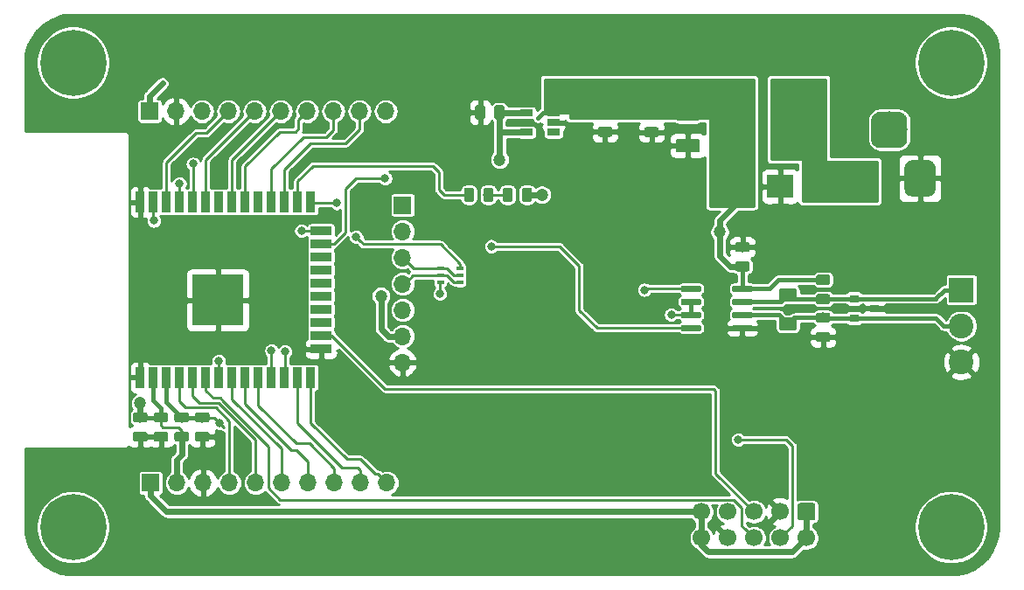
<source format=gbr>
G04 #@! TF.GenerationSoftware,KiCad,Pcbnew,(5.1.0)-1*
G04 #@! TF.CreationDate,2021-02-18T11:37:16+07:00*
G04 #@! TF.ProjectId,ESP32_BoardV1,45535033-325f-4426-9f61-726456312e6b,rev?*
G04 #@! TF.SameCoordinates,Original*
G04 #@! TF.FileFunction,Copper,L1,Top*
G04 #@! TF.FilePolarity,Positive*
%FSLAX46Y46*%
G04 Gerber Fmt 4.6, Leading zero omitted, Abs format (unit mm)*
G04 Created by KiCad (PCBNEW (5.1.0)-1) date 2021-02-18 11:37:16*
%MOMM*%
%LPD*%
G04 APERTURE LIST*
%ADD10C,0.100000*%
%ADD11C,1.325000*%
%ADD12R,2.500000X2.300000*%
%ADD13R,0.900000X0.800000*%
%ADD14R,3.500000X3.500000*%
%ADD15C,3.000000*%
%ADD16C,3.500000*%
%ADD17R,0.650000X0.400000*%
%ADD18C,1.250000*%
%ADD19C,0.600000*%
%ADD20R,5.000000X5.000000*%
%ADD21R,0.900000X2.000000*%
%ADD22R,2.000000X0.900000*%
%ADD23C,1.700000*%
%ADD24R,2.400000X2.400000*%
%ADD25C,2.400000*%
%ADD26C,0.975000*%
%ADD27R,1.700000X1.700000*%
%ADD28O,1.700000X1.700000*%
%ADD29R,1.220000X0.650000*%
%ADD30C,1.925000*%
%ADD31C,0.800000*%
%ADD32C,6.400000*%
%ADD33C,1.200000*%
%ADD34C,0.609600*%
%ADD35C,0.406400*%
%ADD36C,0.254000*%
%ADD37C,0.250000*%
G04 APERTURE END LIST*
D10*
G36*
X187449505Y-94301204D02*
G01*
X187473773Y-94304804D01*
X187497572Y-94310765D01*
X187520671Y-94319030D01*
X187542850Y-94329520D01*
X187563893Y-94342132D01*
X187583599Y-94356747D01*
X187601777Y-94373223D01*
X187618253Y-94391401D01*
X187632868Y-94411107D01*
X187645480Y-94432150D01*
X187655970Y-94454329D01*
X187664235Y-94477428D01*
X187670196Y-94501227D01*
X187673796Y-94525495D01*
X187675000Y-94549999D01*
X187675000Y-95375001D01*
X187673796Y-95399505D01*
X187670196Y-95423773D01*
X187664235Y-95447572D01*
X187655970Y-95470671D01*
X187645480Y-95492850D01*
X187632868Y-95513893D01*
X187618253Y-95533599D01*
X187601777Y-95551777D01*
X187583599Y-95568253D01*
X187563893Y-95582868D01*
X187542850Y-95595480D01*
X187520671Y-95605970D01*
X187497572Y-95614235D01*
X187473773Y-95620196D01*
X187449505Y-95623796D01*
X187425001Y-95625000D01*
X185574999Y-95625000D01*
X185550495Y-95623796D01*
X185526227Y-95620196D01*
X185502428Y-95614235D01*
X185479329Y-95605970D01*
X185457150Y-95595480D01*
X185436107Y-95582868D01*
X185416401Y-95568253D01*
X185398223Y-95551777D01*
X185381747Y-95533599D01*
X185367132Y-95513893D01*
X185354520Y-95492850D01*
X185344030Y-95470671D01*
X185335765Y-95447572D01*
X185329804Y-95423773D01*
X185326204Y-95399505D01*
X185325000Y-95375001D01*
X185325000Y-94549999D01*
X185326204Y-94525495D01*
X185329804Y-94501227D01*
X185335765Y-94477428D01*
X185344030Y-94454329D01*
X185354520Y-94432150D01*
X185367132Y-94411107D01*
X185381747Y-94391401D01*
X185398223Y-94373223D01*
X185416401Y-94356747D01*
X185436107Y-94342132D01*
X185457150Y-94329520D01*
X185479329Y-94319030D01*
X185502428Y-94310765D01*
X185526227Y-94304804D01*
X185550495Y-94301204D01*
X185574999Y-94300000D01*
X187425001Y-94300000D01*
X187449505Y-94301204D01*
X187449505Y-94301204D01*
G37*
D11*
X186500000Y-94962500D03*
D10*
G36*
X187449505Y-97376204D02*
G01*
X187473773Y-97379804D01*
X187497572Y-97385765D01*
X187520671Y-97394030D01*
X187542850Y-97404520D01*
X187563893Y-97417132D01*
X187583599Y-97431747D01*
X187601777Y-97448223D01*
X187618253Y-97466401D01*
X187632868Y-97486107D01*
X187645480Y-97507150D01*
X187655970Y-97529329D01*
X187664235Y-97552428D01*
X187670196Y-97576227D01*
X187673796Y-97600495D01*
X187675000Y-97624999D01*
X187675000Y-98450001D01*
X187673796Y-98474505D01*
X187670196Y-98498773D01*
X187664235Y-98522572D01*
X187655970Y-98545671D01*
X187645480Y-98567850D01*
X187632868Y-98588893D01*
X187618253Y-98608599D01*
X187601777Y-98626777D01*
X187583599Y-98643253D01*
X187563893Y-98657868D01*
X187542850Y-98670480D01*
X187520671Y-98680970D01*
X187497572Y-98689235D01*
X187473773Y-98695196D01*
X187449505Y-98698796D01*
X187425001Y-98700000D01*
X185574999Y-98700000D01*
X185550495Y-98698796D01*
X185526227Y-98695196D01*
X185502428Y-98689235D01*
X185479329Y-98680970D01*
X185457150Y-98670480D01*
X185436107Y-98657868D01*
X185416401Y-98643253D01*
X185398223Y-98626777D01*
X185381747Y-98608599D01*
X185367132Y-98588893D01*
X185354520Y-98567850D01*
X185344030Y-98545671D01*
X185335765Y-98522572D01*
X185329804Y-98498773D01*
X185326204Y-98474505D01*
X185325000Y-98450001D01*
X185325000Y-97624999D01*
X185326204Y-97600495D01*
X185329804Y-97576227D01*
X185335765Y-97552428D01*
X185344030Y-97529329D01*
X185354520Y-97507150D01*
X185367132Y-97486107D01*
X185381747Y-97466401D01*
X185398223Y-97448223D01*
X185416401Y-97431747D01*
X185436107Y-97417132D01*
X185457150Y-97404520D01*
X185479329Y-97394030D01*
X185502428Y-97385765D01*
X185526227Y-97379804D01*
X185550495Y-97376204D01*
X185574999Y-97375000D01*
X187425001Y-97375000D01*
X187449505Y-97376204D01*
X187449505Y-97376204D01*
G37*
D11*
X186500000Y-98037500D03*
D12*
X191150000Y-102000000D03*
X195450000Y-102000000D03*
D13*
X202600000Y-112850000D03*
X202600000Y-114750000D03*
X204600000Y-113800000D03*
D14*
X203000000Y-101200000D03*
D10*
G36*
X209823513Y-99453611D02*
G01*
X209896318Y-99464411D01*
X209967714Y-99482295D01*
X210037013Y-99507090D01*
X210103548Y-99538559D01*
X210166678Y-99576398D01*
X210225795Y-99620242D01*
X210280330Y-99669670D01*
X210329758Y-99724205D01*
X210373602Y-99783322D01*
X210411441Y-99846452D01*
X210442910Y-99912987D01*
X210467705Y-99982286D01*
X210485589Y-100053682D01*
X210496389Y-100126487D01*
X210500000Y-100200000D01*
X210500000Y-102200000D01*
X210496389Y-102273513D01*
X210485589Y-102346318D01*
X210467705Y-102417714D01*
X210442910Y-102487013D01*
X210411441Y-102553548D01*
X210373602Y-102616678D01*
X210329758Y-102675795D01*
X210280330Y-102730330D01*
X210225795Y-102779758D01*
X210166678Y-102823602D01*
X210103548Y-102861441D01*
X210037013Y-102892910D01*
X209967714Y-102917705D01*
X209896318Y-102935589D01*
X209823513Y-102946389D01*
X209750000Y-102950000D01*
X208250000Y-102950000D01*
X208176487Y-102946389D01*
X208103682Y-102935589D01*
X208032286Y-102917705D01*
X207962987Y-102892910D01*
X207896452Y-102861441D01*
X207833322Y-102823602D01*
X207774205Y-102779758D01*
X207719670Y-102730330D01*
X207670242Y-102675795D01*
X207626398Y-102616678D01*
X207588559Y-102553548D01*
X207557090Y-102487013D01*
X207532295Y-102417714D01*
X207514411Y-102346318D01*
X207503611Y-102273513D01*
X207500000Y-102200000D01*
X207500000Y-100200000D01*
X207503611Y-100126487D01*
X207514411Y-100053682D01*
X207532295Y-99982286D01*
X207557090Y-99912987D01*
X207588559Y-99846452D01*
X207626398Y-99783322D01*
X207670242Y-99724205D01*
X207719670Y-99669670D01*
X207774205Y-99620242D01*
X207833322Y-99576398D01*
X207896452Y-99538559D01*
X207962987Y-99507090D01*
X208032286Y-99482295D01*
X208103682Y-99464411D01*
X208176487Y-99453611D01*
X208250000Y-99450000D01*
X209750000Y-99450000D01*
X209823513Y-99453611D01*
X209823513Y-99453611D01*
G37*
D15*
X209000000Y-101200000D03*
D10*
G36*
X206960765Y-94754213D02*
G01*
X207045704Y-94766813D01*
X207128999Y-94787677D01*
X207209848Y-94816605D01*
X207287472Y-94853319D01*
X207361124Y-94897464D01*
X207430094Y-94948616D01*
X207493718Y-95006282D01*
X207551384Y-95069906D01*
X207602536Y-95138876D01*
X207646681Y-95212528D01*
X207683395Y-95290152D01*
X207712323Y-95371001D01*
X207733187Y-95454296D01*
X207745787Y-95539235D01*
X207750000Y-95625000D01*
X207750000Y-97375000D01*
X207745787Y-97460765D01*
X207733187Y-97545704D01*
X207712323Y-97628999D01*
X207683395Y-97709848D01*
X207646681Y-97787472D01*
X207602536Y-97861124D01*
X207551384Y-97930094D01*
X207493718Y-97993718D01*
X207430094Y-98051384D01*
X207361124Y-98102536D01*
X207287472Y-98146681D01*
X207209848Y-98183395D01*
X207128999Y-98212323D01*
X207045704Y-98233187D01*
X206960765Y-98245787D01*
X206875000Y-98250000D01*
X205125000Y-98250000D01*
X205039235Y-98245787D01*
X204954296Y-98233187D01*
X204871001Y-98212323D01*
X204790152Y-98183395D01*
X204712528Y-98146681D01*
X204638876Y-98102536D01*
X204569906Y-98051384D01*
X204506282Y-97993718D01*
X204448616Y-97930094D01*
X204397464Y-97861124D01*
X204353319Y-97787472D01*
X204316605Y-97709848D01*
X204287677Y-97628999D01*
X204266813Y-97545704D01*
X204254213Y-97460765D01*
X204250000Y-97375000D01*
X204250000Y-95625000D01*
X204254213Y-95539235D01*
X204266813Y-95454296D01*
X204287677Y-95371001D01*
X204316605Y-95290152D01*
X204353319Y-95212528D01*
X204397464Y-95138876D01*
X204448616Y-95069906D01*
X204506282Y-95006282D01*
X204569906Y-94948616D01*
X204638876Y-94897464D01*
X204712528Y-94853319D01*
X204790152Y-94816605D01*
X204871001Y-94787677D01*
X204954296Y-94766813D01*
X205039235Y-94754213D01*
X205125000Y-94750000D01*
X206875000Y-94750000D01*
X206960765Y-94754213D01*
X206960765Y-94754213D01*
G37*
D16*
X206000000Y-96500000D03*
D17*
X164450000Y-111250000D03*
X164450000Y-109950000D03*
X162550000Y-110600000D03*
X164450000Y-110600000D03*
X162550000Y-109950000D03*
X162550000Y-111250000D03*
D10*
G36*
X196849504Y-114676204D02*
G01*
X196873773Y-114679804D01*
X196897571Y-114685765D01*
X196920671Y-114694030D01*
X196942849Y-114704520D01*
X196963893Y-114717133D01*
X196983598Y-114731747D01*
X197001777Y-114748223D01*
X197018253Y-114766402D01*
X197032867Y-114786107D01*
X197045480Y-114807151D01*
X197055970Y-114829329D01*
X197064235Y-114852429D01*
X197070196Y-114876227D01*
X197073796Y-114900496D01*
X197075000Y-114925000D01*
X197075000Y-115675000D01*
X197073796Y-115699504D01*
X197070196Y-115723773D01*
X197064235Y-115747571D01*
X197055970Y-115770671D01*
X197045480Y-115792849D01*
X197032867Y-115813893D01*
X197018253Y-115833598D01*
X197001777Y-115851777D01*
X196983598Y-115868253D01*
X196963893Y-115882867D01*
X196942849Y-115895480D01*
X196920671Y-115905970D01*
X196897571Y-115914235D01*
X196873773Y-115920196D01*
X196849504Y-115923796D01*
X196825000Y-115925000D01*
X195575000Y-115925000D01*
X195550496Y-115923796D01*
X195526227Y-115920196D01*
X195502429Y-115914235D01*
X195479329Y-115905970D01*
X195457151Y-115895480D01*
X195436107Y-115882867D01*
X195416402Y-115868253D01*
X195398223Y-115851777D01*
X195381747Y-115833598D01*
X195367133Y-115813893D01*
X195354520Y-115792849D01*
X195344030Y-115770671D01*
X195335765Y-115747571D01*
X195329804Y-115723773D01*
X195326204Y-115699504D01*
X195325000Y-115675000D01*
X195325000Y-114925000D01*
X195326204Y-114900496D01*
X195329804Y-114876227D01*
X195335765Y-114852429D01*
X195344030Y-114829329D01*
X195354520Y-114807151D01*
X195367133Y-114786107D01*
X195381747Y-114766402D01*
X195398223Y-114748223D01*
X195416402Y-114731747D01*
X195436107Y-114717133D01*
X195457151Y-114704520D01*
X195479329Y-114694030D01*
X195502429Y-114685765D01*
X195526227Y-114679804D01*
X195550496Y-114676204D01*
X195575000Y-114675000D01*
X196825000Y-114675000D01*
X196849504Y-114676204D01*
X196849504Y-114676204D01*
G37*
D18*
X196200000Y-115300000D03*
D10*
G36*
X196849504Y-111876204D02*
G01*
X196873773Y-111879804D01*
X196897571Y-111885765D01*
X196920671Y-111894030D01*
X196942849Y-111904520D01*
X196963893Y-111917133D01*
X196983598Y-111931747D01*
X197001777Y-111948223D01*
X197018253Y-111966402D01*
X197032867Y-111986107D01*
X197045480Y-112007151D01*
X197055970Y-112029329D01*
X197064235Y-112052429D01*
X197070196Y-112076227D01*
X197073796Y-112100496D01*
X197075000Y-112125000D01*
X197075000Y-112875000D01*
X197073796Y-112899504D01*
X197070196Y-112923773D01*
X197064235Y-112947571D01*
X197055970Y-112970671D01*
X197045480Y-112992849D01*
X197032867Y-113013893D01*
X197018253Y-113033598D01*
X197001777Y-113051777D01*
X196983598Y-113068253D01*
X196963893Y-113082867D01*
X196942849Y-113095480D01*
X196920671Y-113105970D01*
X196897571Y-113114235D01*
X196873773Y-113120196D01*
X196849504Y-113123796D01*
X196825000Y-113125000D01*
X195575000Y-113125000D01*
X195550496Y-113123796D01*
X195526227Y-113120196D01*
X195502429Y-113114235D01*
X195479329Y-113105970D01*
X195457151Y-113095480D01*
X195436107Y-113082867D01*
X195416402Y-113068253D01*
X195398223Y-113051777D01*
X195381747Y-113033598D01*
X195367133Y-113013893D01*
X195354520Y-112992849D01*
X195344030Y-112970671D01*
X195335765Y-112947571D01*
X195329804Y-112923773D01*
X195326204Y-112899504D01*
X195325000Y-112875000D01*
X195325000Y-112125000D01*
X195326204Y-112100496D01*
X195329804Y-112076227D01*
X195335765Y-112052429D01*
X195344030Y-112029329D01*
X195354520Y-112007151D01*
X195367133Y-111986107D01*
X195381747Y-111966402D01*
X195398223Y-111948223D01*
X195416402Y-111931747D01*
X195436107Y-111917133D01*
X195457151Y-111904520D01*
X195479329Y-111894030D01*
X195502429Y-111885765D01*
X195526227Y-111879804D01*
X195550496Y-111876204D01*
X195575000Y-111875000D01*
X196825000Y-111875000D01*
X196849504Y-111876204D01*
X196849504Y-111876204D01*
G37*
D18*
X196200000Y-112500000D03*
D10*
G36*
X187664703Y-111595722D02*
G01*
X187679264Y-111597882D01*
X187693543Y-111601459D01*
X187707403Y-111606418D01*
X187720710Y-111612712D01*
X187733336Y-111620280D01*
X187745159Y-111629048D01*
X187756066Y-111638934D01*
X187765952Y-111649841D01*
X187774720Y-111661664D01*
X187782288Y-111674290D01*
X187788582Y-111687597D01*
X187793541Y-111701457D01*
X187797118Y-111715736D01*
X187799278Y-111730297D01*
X187800000Y-111745000D01*
X187800000Y-112045000D01*
X187799278Y-112059703D01*
X187797118Y-112074264D01*
X187793541Y-112088543D01*
X187788582Y-112102403D01*
X187782288Y-112115710D01*
X187774720Y-112128336D01*
X187765952Y-112140159D01*
X187756066Y-112151066D01*
X187745159Y-112160952D01*
X187733336Y-112169720D01*
X187720710Y-112177288D01*
X187707403Y-112183582D01*
X187693543Y-112188541D01*
X187679264Y-112192118D01*
X187664703Y-112194278D01*
X187650000Y-112195000D01*
X186000000Y-112195000D01*
X185985297Y-112194278D01*
X185970736Y-112192118D01*
X185956457Y-112188541D01*
X185942597Y-112183582D01*
X185929290Y-112177288D01*
X185916664Y-112169720D01*
X185904841Y-112160952D01*
X185893934Y-112151066D01*
X185884048Y-112140159D01*
X185875280Y-112128336D01*
X185867712Y-112115710D01*
X185861418Y-112102403D01*
X185856459Y-112088543D01*
X185852882Y-112074264D01*
X185850722Y-112059703D01*
X185850000Y-112045000D01*
X185850000Y-111745000D01*
X185850722Y-111730297D01*
X185852882Y-111715736D01*
X185856459Y-111701457D01*
X185861418Y-111687597D01*
X185867712Y-111674290D01*
X185875280Y-111661664D01*
X185884048Y-111649841D01*
X185893934Y-111638934D01*
X185904841Y-111629048D01*
X185916664Y-111620280D01*
X185929290Y-111612712D01*
X185942597Y-111606418D01*
X185956457Y-111601459D01*
X185970736Y-111597882D01*
X185985297Y-111595722D01*
X186000000Y-111595000D01*
X187650000Y-111595000D01*
X187664703Y-111595722D01*
X187664703Y-111595722D01*
G37*
D19*
X186825000Y-111895000D03*
D10*
G36*
X187664703Y-112865722D02*
G01*
X187679264Y-112867882D01*
X187693543Y-112871459D01*
X187707403Y-112876418D01*
X187720710Y-112882712D01*
X187733336Y-112890280D01*
X187745159Y-112899048D01*
X187756066Y-112908934D01*
X187765952Y-112919841D01*
X187774720Y-112931664D01*
X187782288Y-112944290D01*
X187788582Y-112957597D01*
X187793541Y-112971457D01*
X187797118Y-112985736D01*
X187799278Y-113000297D01*
X187800000Y-113015000D01*
X187800000Y-113315000D01*
X187799278Y-113329703D01*
X187797118Y-113344264D01*
X187793541Y-113358543D01*
X187788582Y-113372403D01*
X187782288Y-113385710D01*
X187774720Y-113398336D01*
X187765952Y-113410159D01*
X187756066Y-113421066D01*
X187745159Y-113430952D01*
X187733336Y-113439720D01*
X187720710Y-113447288D01*
X187707403Y-113453582D01*
X187693543Y-113458541D01*
X187679264Y-113462118D01*
X187664703Y-113464278D01*
X187650000Y-113465000D01*
X186000000Y-113465000D01*
X185985297Y-113464278D01*
X185970736Y-113462118D01*
X185956457Y-113458541D01*
X185942597Y-113453582D01*
X185929290Y-113447288D01*
X185916664Y-113439720D01*
X185904841Y-113430952D01*
X185893934Y-113421066D01*
X185884048Y-113410159D01*
X185875280Y-113398336D01*
X185867712Y-113385710D01*
X185861418Y-113372403D01*
X185856459Y-113358543D01*
X185852882Y-113344264D01*
X185850722Y-113329703D01*
X185850000Y-113315000D01*
X185850000Y-113015000D01*
X185850722Y-113000297D01*
X185852882Y-112985736D01*
X185856459Y-112971457D01*
X185861418Y-112957597D01*
X185867712Y-112944290D01*
X185875280Y-112931664D01*
X185884048Y-112919841D01*
X185893934Y-112908934D01*
X185904841Y-112899048D01*
X185916664Y-112890280D01*
X185929290Y-112882712D01*
X185942597Y-112876418D01*
X185956457Y-112871459D01*
X185970736Y-112867882D01*
X185985297Y-112865722D01*
X186000000Y-112865000D01*
X187650000Y-112865000D01*
X187664703Y-112865722D01*
X187664703Y-112865722D01*
G37*
D19*
X186825000Y-113165000D03*
D10*
G36*
X187664703Y-114135722D02*
G01*
X187679264Y-114137882D01*
X187693543Y-114141459D01*
X187707403Y-114146418D01*
X187720710Y-114152712D01*
X187733336Y-114160280D01*
X187745159Y-114169048D01*
X187756066Y-114178934D01*
X187765952Y-114189841D01*
X187774720Y-114201664D01*
X187782288Y-114214290D01*
X187788582Y-114227597D01*
X187793541Y-114241457D01*
X187797118Y-114255736D01*
X187799278Y-114270297D01*
X187800000Y-114285000D01*
X187800000Y-114585000D01*
X187799278Y-114599703D01*
X187797118Y-114614264D01*
X187793541Y-114628543D01*
X187788582Y-114642403D01*
X187782288Y-114655710D01*
X187774720Y-114668336D01*
X187765952Y-114680159D01*
X187756066Y-114691066D01*
X187745159Y-114700952D01*
X187733336Y-114709720D01*
X187720710Y-114717288D01*
X187707403Y-114723582D01*
X187693543Y-114728541D01*
X187679264Y-114732118D01*
X187664703Y-114734278D01*
X187650000Y-114735000D01*
X186000000Y-114735000D01*
X185985297Y-114734278D01*
X185970736Y-114732118D01*
X185956457Y-114728541D01*
X185942597Y-114723582D01*
X185929290Y-114717288D01*
X185916664Y-114709720D01*
X185904841Y-114700952D01*
X185893934Y-114691066D01*
X185884048Y-114680159D01*
X185875280Y-114668336D01*
X185867712Y-114655710D01*
X185861418Y-114642403D01*
X185856459Y-114628543D01*
X185852882Y-114614264D01*
X185850722Y-114599703D01*
X185850000Y-114585000D01*
X185850000Y-114285000D01*
X185850722Y-114270297D01*
X185852882Y-114255736D01*
X185856459Y-114241457D01*
X185861418Y-114227597D01*
X185867712Y-114214290D01*
X185875280Y-114201664D01*
X185884048Y-114189841D01*
X185893934Y-114178934D01*
X185904841Y-114169048D01*
X185916664Y-114160280D01*
X185929290Y-114152712D01*
X185942597Y-114146418D01*
X185956457Y-114141459D01*
X185970736Y-114137882D01*
X185985297Y-114135722D01*
X186000000Y-114135000D01*
X187650000Y-114135000D01*
X187664703Y-114135722D01*
X187664703Y-114135722D01*
G37*
D19*
X186825000Y-114435000D03*
D10*
G36*
X187664703Y-115405722D02*
G01*
X187679264Y-115407882D01*
X187693543Y-115411459D01*
X187707403Y-115416418D01*
X187720710Y-115422712D01*
X187733336Y-115430280D01*
X187745159Y-115439048D01*
X187756066Y-115448934D01*
X187765952Y-115459841D01*
X187774720Y-115471664D01*
X187782288Y-115484290D01*
X187788582Y-115497597D01*
X187793541Y-115511457D01*
X187797118Y-115525736D01*
X187799278Y-115540297D01*
X187800000Y-115555000D01*
X187800000Y-115855000D01*
X187799278Y-115869703D01*
X187797118Y-115884264D01*
X187793541Y-115898543D01*
X187788582Y-115912403D01*
X187782288Y-115925710D01*
X187774720Y-115938336D01*
X187765952Y-115950159D01*
X187756066Y-115961066D01*
X187745159Y-115970952D01*
X187733336Y-115979720D01*
X187720710Y-115987288D01*
X187707403Y-115993582D01*
X187693543Y-115998541D01*
X187679264Y-116002118D01*
X187664703Y-116004278D01*
X187650000Y-116005000D01*
X186000000Y-116005000D01*
X185985297Y-116004278D01*
X185970736Y-116002118D01*
X185956457Y-115998541D01*
X185942597Y-115993582D01*
X185929290Y-115987288D01*
X185916664Y-115979720D01*
X185904841Y-115970952D01*
X185893934Y-115961066D01*
X185884048Y-115950159D01*
X185875280Y-115938336D01*
X185867712Y-115925710D01*
X185861418Y-115912403D01*
X185856459Y-115898543D01*
X185852882Y-115884264D01*
X185850722Y-115869703D01*
X185850000Y-115855000D01*
X185850000Y-115555000D01*
X185850722Y-115540297D01*
X185852882Y-115525736D01*
X185856459Y-115511457D01*
X185861418Y-115497597D01*
X185867712Y-115484290D01*
X185875280Y-115471664D01*
X185884048Y-115459841D01*
X185893934Y-115448934D01*
X185904841Y-115439048D01*
X185916664Y-115430280D01*
X185929290Y-115422712D01*
X185942597Y-115416418D01*
X185956457Y-115411459D01*
X185970736Y-115407882D01*
X185985297Y-115405722D01*
X186000000Y-115405000D01*
X187650000Y-115405000D01*
X187664703Y-115405722D01*
X187664703Y-115405722D01*
G37*
D19*
X186825000Y-115705000D03*
D10*
G36*
X192614703Y-115405722D02*
G01*
X192629264Y-115407882D01*
X192643543Y-115411459D01*
X192657403Y-115416418D01*
X192670710Y-115422712D01*
X192683336Y-115430280D01*
X192695159Y-115439048D01*
X192706066Y-115448934D01*
X192715952Y-115459841D01*
X192724720Y-115471664D01*
X192732288Y-115484290D01*
X192738582Y-115497597D01*
X192743541Y-115511457D01*
X192747118Y-115525736D01*
X192749278Y-115540297D01*
X192750000Y-115555000D01*
X192750000Y-115855000D01*
X192749278Y-115869703D01*
X192747118Y-115884264D01*
X192743541Y-115898543D01*
X192738582Y-115912403D01*
X192732288Y-115925710D01*
X192724720Y-115938336D01*
X192715952Y-115950159D01*
X192706066Y-115961066D01*
X192695159Y-115970952D01*
X192683336Y-115979720D01*
X192670710Y-115987288D01*
X192657403Y-115993582D01*
X192643543Y-115998541D01*
X192629264Y-116002118D01*
X192614703Y-116004278D01*
X192600000Y-116005000D01*
X190950000Y-116005000D01*
X190935297Y-116004278D01*
X190920736Y-116002118D01*
X190906457Y-115998541D01*
X190892597Y-115993582D01*
X190879290Y-115987288D01*
X190866664Y-115979720D01*
X190854841Y-115970952D01*
X190843934Y-115961066D01*
X190834048Y-115950159D01*
X190825280Y-115938336D01*
X190817712Y-115925710D01*
X190811418Y-115912403D01*
X190806459Y-115898543D01*
X190802882Y-115884264D01*
X190800722Y-115869703D01*
X190800000Y-115855000D01*
X190800000Y-115555000D01*
X190800722Y-115540297D01*
X190802882Y-115525736D01*
X190806459Y-115511457D01*
X190811418Y-115497597D01*
X190817712Y-115484290D01*
X190825280Y-115471664D01*
X190834048Y-115459841D01*
X190843934Y-115448934D01*
X190854841Y-115439048D01*
X190866664Y-115430280D01*
X190879290Y-115422712D01*
X190892597Y-115416418D01*
X190906457Y-115411459D01*
X190920736Y-115407882D01*
X190935297Y-115405722D01*
X190950000Y-115405000D01*
X192600000Y-115405000D01*
X192614703Y-115405722D01*
X192614703Y-115405722D01*
G37*
D19*
X191775000Y-115705000D03*
D10*
G36*
X192614703Y-114135722D02*
G01*
X192629264Y-114137882D01*
X192643543Y-114141459D01*
X192657403Y-114146418D01*
X192670710Y-114152712D01*
X192683336Y-114160280D01*
X192695159Y-114169048D01*
X192706066Y-114178934D01*
X192715952Y-114189841D01*
X192724720Y-114201664D01*
X192732288Y-114214290D01*
X192738582Y-114227597D01*
X192743541Y-114241457D01*
X192747118Y-114255736D01*
X192749278Y-114270297D01*
X192750000Y-114285000D01*
X192750000Y-114585000D01*
X192749278Y-114599703D01*
X192747118Y-114614264D01*
X192743541Y-114628543D01*
X192738582Y-114642403D01*
X192732288Y-114655710D01*
X192724720Y-114668336D01*
X192715952Y-114680159D01*
X192706066Y-114691066D01*
X192695159Y-114700952D01*
X192683336Y-114709720D01*
X192670710Y-114717288D01*
X192657403Y-114723582D01*
X192643543Y-114728541D01*
X192629264Y-114732118D01*
X192614703Y-114734278D01*
X192600000Y-114735000D01*
X190950000Y-114735000D01*
X190935297Y-114734278D01*
X190920736Y-114732118D01*
X190906457Y-114728541D01*
X190892597Y-114723582D01*
X190879290Y-114717288D01*
X190866664Y-114709720D01*
X190854841Y-114700952D01*
X190843934Y-114691066D01*
X190834048Y-114680159D01*
X190825280Y-114668336D01*
X190817712Y-114655710D01*
X190811418Y-114642403D01*
X190806459Y-114628543D01*
X190802882Y-114614264D01*
X190800722Y-114599703D01*
X190800000Y-114585000D01*
X190800000Y-114285000D01*
X190800722Y-114270297D01*
X190802882Y-114255736D01*
X190806459Y-114241457D01*
X190811418Y-114227597D01*
X190817712Y-114214290D01*
X190825280Y-114201664D01*
X190834048Y-114189841D01*
X190843934Y-114178934D01*
X190854841Y-114169048D01*
X190866664Y-114160280D01*
X190879290Y-114152712D01*
X190892597Y-114146418D01*
X190906457Y-114141459D01*
X190920736Y-114137882D01*
X190935297Y-114135722D01*
X190950000Y-114135000D01*
X192600000Y-114135000D01*
X192614703Y-114135722D01*
X192614703Y-114135722D01*
G37*
D19*
X191775000Y-114435000D03*
D10*
G36*
X192614703Y-112865722D02*
G01*
X192629264Y-112867882D01*
X192643543Y-112871459D01*
X192657403Y-112876418D01*
X192670710Y-112882712D01*
X192683336Y-112890280D01*
X192695159Y-112899048D01*
X192706066Y-112908934D01*
X192715952Y-112919841D01*
X192724720Y-112931664D01*
X192732288Y-112944290D01*
X192738582Y-112957597D01*
X192743541Y-112971457D01*
X192747118Y-112985736D01*
X192749278Y-113000297D01*
X192750000Y-113015000D01*
X192750000Y-113315000D01*
X192749278Y-113329703D01*
X192747118Y-113344264D01*
X192743541Y-113358543D01*
X192738582Y-113372403D01*
X192732288Y-113385710D01*
X192724720Y-113398336D01*
X192715952Y-113410159D01*
X192706066Y-113421066D01*
X192695159Y-113430952D01*
X192683336Y-113439720D01*
X192670710Y-113447288D01*
X192657403Y-113453582D01*
X192643543Y-113458541D01*
X192629264Y-113462118D01*
X192614703Y-113464278D01*
X192600000Y-113465000D01*
X190950000Y-113465000D01*
X190935297Y-113464278D01*
X190920736Y-113462118D01*
X190906457Y-113458541D01*
X190892597Y-113453582D01*
X190879290Y-113447288D01*
X190866664Y-113439720D01*
X190854841Y-113430952D01*
X190843934Y-113421066D01*
X190834048Y-113410159D01*
X190825280Y-113398336D01*
X190817712Y-113385710D01*
X190811418Y-113372403D01*
X190806459Y-113358543D01*
X190802882Y-113344264D01*
X190800722Y-113329703D01*
X190800000Y-113315000D01*
X190800000Y-113015000D01*
X190800722Y-113000297D01*
X190802882Y-112985736D01*
X190806459Y-112971457D01*
X190811418Y-112957597D01*
X190817712Y-112944290D01*
X190825280Y-112931664D01*
X190834048Y-112919841D01*
X190843934Y-112908934D01*
X190854841Y-112899048D01*
X190866664Y-112890280D01*
X190879290Y-112882712D01*
X190892597Y-112876418D01*
X190906457Y-112871459D01*
X190920736Y-112867882D01*
X190935297Y-112865722D01*
X190950000Y-112865000D01*
X192600000Y-112865000D01*
X192614703Y-112865722D01*
X192614703Y-112865722D01*
G37*
D19*
X191775000Y-113165000D03*
D10*
G36*
X192614703Y-111595722D02*
G01*
X192629264Y-111597882D01*
X192643543Y-111601459D01*
X192657403Y-111606418D01*
X192670710Y-111612712D01*
X192683336Y-111620280D01*
X192695159Y-111629048D01*
X192706066Y-111638934D01*
X192715952Y-111649841D01*
X192724720Y-111661664D01*
X192732288Y-111674290D01*
X192738582Y-111687597D01*
X192743541Y-111701457D01*
X192747118Y-111715736D01*
X192749278Y-111730297D01*
X192750000Y-111745000D01*
X192750000Y-112045000D01*
X192749278Y-112059703D01*
X192747118Y-112074264D01*
X192743541Y-112088543D01*
X192738582Y-112102403D01*
X192732288Y-112115710D01*
X192724720Y-112128336D01*
X192715952Y-112140159D01*
X192706066Y-112151066D01*
X192695159Y-112160952D01*
X192683336Y-112169720D01*
X192670710Y-112177288D01*
X192657403Y-112183582D01*
X192643543Y-112188541D01*
X192629264Y-112192118D01*
X192614703Y-112194278D01*
X192600000Y-112195000D01*
X190950000Y-112195000D01*
X190935297Y-112194278D01*
X190920736Y-112192118D01*
X190906457Y-112188541D01*
X190892597Y-112183582D01*
X190879290Y-112177288D01*
X190866664Y-112169720D01*
X190854841Y-112160952D01*
X190843934Y-112151066D01*
X190834048Y-112140159D01*
X190825280Y-112128336D01*
X190817712Y-112115710D01*
X190811418Y-112102403D01*
X190806459Y-112088543D01*
X190802882Y-112074264D01*
X190800722Y-112059703D01*
X190800000Y-112045000D01*
X190800000Y-111745000D01*
X190800722Y-111730297D01*
X190802882Y-111715736D01*
X190806459Y-111701457D01*
X190811418Y-111687597D01*
X190817712Y-111674290D01*
X190825280Y-111661664D01*
X190834048Y-111649841D01*
X190843934Y-111638934D01*
X190854841Y-111629048D01*
X190866664Y-111620280D01*
X190879290Y-111612712D01*
X190892597Y-111606418D01*
X190906457Y-111601459D01*
X190920736Y-111597882D01*
X190935297Y-111595722D01*
X190950000Y-111595000D01*
X192600000Y-111595000D01*
X192614703Y-111595722D01*
X192614703Y-111595722D01*
G37*
D19*
X191775000Y-111895000D03*
D20*
X141000000Y-113000000D03*
D21*
X133500000Y-120500000D03*
X134770000Y-120500000D03*
X136040000Y-120500000D03*
X137310000Y-120500000D03*
X138580000Y-120500000D03*
X139850000Y-120500000D03*
X141120000Y-120500000D03*
X142390000Y-120500000D03*
X143660000Y-120500000D03*
X144930000Y-120500000D03*
X146200000Y-120500000D03*
X147470000Y-120500000D03*
X148740000Y-120500000D03*
X150010000Y-120500000D03*
D22*
X151010000Y-117715000D03*
X151010000Y-116445000D03*
X151010000Y-115175000D03*
X151010000Y-113905000D03*
X151010000Y-112635000D03*
X151010000Y-111365000D03*
X151010000Y-110095000D03*
X151010000Y-108825000D03*
X151010000Y-107555000D03*
X151010000Y-106285000D03*
D21*
X150010000Y-103500000D03*
X148740000Y-103500000D03*
X147470000Y-103500000D03*
X146200000Y-103500000D03*
X144930000Y-103500000D03*
X143660000Y-103500000D03*
X142390000Y-103500000D03*
X141120000Y-103500000D03*
X139850000Y-103500000D03*
X138580000Y-103500000D03*
X137310000Y-103500000D03*
X136040000Y-103500000D03*
X134770000Y-103500000D03*
X133500000Y-103500000D03*
D10*
G36*
X198624504Y-132651204D02*
G01*
X198648773Y-132654804D01*
X198672571Y-132660765D01*
X198695671Y-132669030D01*
X198717849Y-132679520D01*
X198738893Y-132692133D01*
X198758598Y-132706747D01*
X198776777Y-132723223D01*
X198793253Y-132741402D01*
X198807867Y-132761107D01*
X198820480Y-132782151D01*
X198830970Y-132804329D01*
X198839235Y-132827429D01*
X198845196Y-132851227D01*
X198848796Y-132875496D01*
X198850000Y-132900000D01*
X198850000Y-134100000D01*
X198848796Y-134124504D01*
X198845196Y-134148773D01*
X198839235Y-134172571D01*
X198830970Y-134195671D01*
X198820480Y-134217849D01*
X198807867Y-134238893D01*
X198793253Y-134258598D01*
X198776777Y-134276777D01*
X198758598Y-134293253D01*
X198738893Y-134307867D01*
X198717849Y-134320480D01*
X198695671Y-134330970D01*
X198672571Y-134339235D01*
X198648773Y-134345196D01*
X198624504Y-134348796D01*
X198600000Y-134350000D01*
X197400000Y-134350000D01*
X197375496Y-134348796D01*
X197351227Y-134345196D01*
X197327429Y-134339235D01*
X197304329Y-134330970D01*
X197282151Y-134320480D01*
X197261107Y-134307867D01*
X197241402Y-134293253D01*
X197223223Y-134276777D01*
X197206747Y-134258598D01*
X197192133Y-134238893D01*
X197179520Y-134217849D01*
X197169030Y-134195671D01*
X197160765Y-134172571D01*
X197154804Y-134148773D01*
X197151204Y-134124504D01*
X197150000Y-134100000D01*
X197150000Y-132900000D01*
X197151204Y-132875496D01*
X197154804Y-132851227D01*
X197160765Y-132827429D01*
X197169030Y-132804329D01*
X197179520Y-132782151D01*
X197192133Y-132761107D01*
X197206747Y-132741402D01*
X197223223Y-132723223D01*
X197241402Y-132706747D01*
X197261107Y-132692133D01*
X197282151Y-132679520D01*
X197304329Y-132669030D01*
X197327429Y-132660765D01*
X197351227Y-132654804D01*
X197375496Y-132651204D01*
X197400000Y-132650000D01*
X198600000Y-132650000D01*
X198624504Y-132651204D01*
X198624504Y-132651204D01*
G37*
D23*
X198000000Y-133500000D03*
X195460000Y-133500000D03*
X192920000Y-133500000D03*
X190380000Y-133500000D03*
X187840000Y-133500000D03*
X198000000Y-136040000D03*
X195460000Y-136040000D03*
X192920000Y-136040000D03*
X190380000Y-136040000D03*
X187840000Y-136040000D03*
D24*
X213000000Y-112000000D03*
D25*
X213000000Y-115500000D03*
X213000000Y-119000000D03*
D10*
G36*
X165592642Y-102101174D02*
G01*
X165616303Y-102104684D01*
X165639507Y-102110496D01*
X165662029Y-102118554D01*
X165683653Y-102128782D01*
X165704170Y-102141079D01*
X165723383Y-102155329D01*
X165741107Y-102171393D01*
X165757171Y-102189117D01*
X165771421Y-102208330D01*
X165783718Y-102228847D01*
X165793946Y-102250471D01*
X165802004Y-102272993D01*
X165807816Y-102296197D01*
X165811326Y-102319858D01*
X165812500Y-102343750D01*
X165812500Y-103256250D01*
X165811326Y-103280142D01*
X165807816Y-103303803D01*
X165802004Y-103327007D01*
X165793946Y-103349529D01*
X165783718Y-103371153D01*
X165771421Y-103391670D01*
X165757171Y-103410883D01*
X165741107Y-103428607D01*
X165723383Y-103444671D01*
X165704170Y-103458921D01*
X165683653Y-103471218D01*
X165662029Y-103481446D01*
X165639507Y-103489504D01*
X165616303Y-103495316D01*
X165592642Y-103498826D01*
X165568750Y-103500000D01*
X165081250Y-103500000D01*
X165057358Y-103498826D01*
X165033697Y-103495316D01*
X165010493Y-103489504D01*
X164987971Y-103481446D01*
X164966347Y-103471218D01*
X164945830Y-103458921D01*
X164926617Y-103444671D01*
X164908893Y-103428607D01*
X164892829Y-103410883D01*
X164878579Y-103391670D01*
X164866282Y-103371153D01*
X164856054Y-103349529D01*
X164847996Y-103327007D01*
X164842184Y-103303803D01*
X164838674Y-103280142D01*
X164837500Y-103256250D01*
X164837500Y-102343750D01*
X164838674Y-102319858D01*
X164842184Y-102296197D01*
X164847996Y-102272993D01*
X164856054Y-102250471D01*
X164866282Y-102228847D01*
X164878579Y-102208330D01*
X164892829Y-102189117D01*
X164908893Y-102171393D01*
X164926617Y-102155329D01*
X164945830Y-102141079D01*
X164966347Y-102128782D01*
X164987971Y-102118554D01*
X165010493Y-102110496D01*
X165033697Y-102104684D01*
X165057358Y-102101174D01*
X165081250Y-102100000D01*
X165568750Y-102100000D01*
X165592642Y-102101174D01*
X165592642Y-102101174D01*
G37*
D26*
X165325000Y-102800000D03*
D10*
G36*
X167467642Y-102101174D02*
G01*
X167491303Y-102104684D01*
X167514507Y-102110496D01*
X167537029Y-102118554D01*
X167558653Y-102128782D01*
X167579170Y-102141079D01*
X167598383Y-102155329D01*
X167616107Y-102171393D01*
X167632171Y-102189117D01*
X167646421Y-102208330D01*
X167658718Y-102228847D01*
X167668946Y-102250471D01*
X167677004Y-102272993D01*
X167682816Y-102296197D01*
X167686326Y-102319858D01*
X167687500Y-102343750D01*
X167687500Y-103256250D01*
X167686326Y-103280142D01*
X167682816Y-103303803D01*
X167677004Y-103327007D01*
X167668946Y-103349529D01*
X167658718Y-103371153D01*
X167646421Y-103391670D01*
X167632171Y-103410883D01*
X167616107Y-103428607D01*
X167598383Y-103444671D01*
X167579170Y-103458921D01*
X167558653Y-103471218D01*
X167537029Y-103481446D01*
X167514507Y-103489504D01*
X167491303Y-103495316D01*
X167467642Y-103498826D01*
X167443750Y-103500000D01*
X166956250Y-103500000D01*
X166932358Y-103498826D01*
X166908697Y-103495316D01*
X166885493Y-103489504D01*
X166862971Y-103481446D01*
X166841347Y-103471218D01*
X166820830Y-103458921D01*
X166801617Y-103444671D01*
X166783893Y-103428607D01*
X166767829Y-103410883D01*
X166753579Y-103391670D01*
X166741282Y-103371153D01*
X166731054Y-103349529D01*
X166722996Y-103327007D01*
X166717184Y-103303803D01*
X166713674Y-103280142D01*
X166712500Y-103256250D01*
X166712500Y-102343750D01*
X166713674Y-102319858D01*
X166717184Y-102296197D01*
X166722996Y-102272993D01*
X166731054Y-102250471D01*
X166741282Y-102228847D01*
X166753579Y-102208330D01*
X166767829Y-102189117D01*
X166783893Y-102171393D01*
X166801617Y-102155329D01*
X166820830Y-102141079D01*
X166841347Y-102128782D01*
X166862971Y-102118554D01*
X166885493Y-102110496D01*
X166908697Y-102104684D01*
X166932358Y-102101174D01*
X166956250Y-102100000D01*
X167443750Y-102100000D01*
X167467642Y-102101174D01*
X167467642Y-102101174D01*
G37*
D26*
X167200000Y-102800000D03*
D27*
X134400000Y-94700000D03*
D28*
X136940000Y-94700000D03*
X139480000Y-94700000D03*
X142020000Y-94700000D03*
X144560000Y-94700000D03*
X147100000Y-94700000D03*
X149640000Y-94700000D03*
X152180000Y-94700000D03*
X154720000Y-94700000D03*
X157260000Y-94700000D03*
D29*
X173510000Y-96750000D03*
X173510000Y-95800000D03*
X173510000Y-94850000D03*
X170890000Y-94850000D03*
X170890000Y-96750000D03*
D10*
G36*
X191849505Y-92276204D02*
G01*
X191873773Y-92279804D01*
X191897572Y-92285765D01*
X191920671Y-92294030D01*
X191942850Y-92304520D01*
X191963893Y-92317132D01*
X191983599Y-92331747D01*
X192001777Y-92348223D01*
X192018253Y-92366401D01*
X192032868Y-92386107D01*
X192045480Y-92407150D01*
X192055970Y-92429329D01*
X192064235Y-92452428D01*
X192070196Y-92476227D01*
X192073796Y-92500495D01*
X192075000Y-92524999D01*
X192075000Y-97475001D01*
X192073796Y-97499505D01*
X192070196Y-97523773D01*
X192064235Y-97547572D01*
X192055970Y-97570671D01*
X192045480Y-97592850D01*
X192032868Y-97613893D01*
X192018253Y-97633599D01*
X192001777Y-97651777D01*
X191983599Y-97668253D01*
X191963893Y-97682868D01*
X191942850Y-97695480D01*
X191920671Y-97705970D01*
X191897572Y-97714235D01*
X191873773Y-97720196D01*
X191849505Y-97723796D01*
X191825001Y-97725000D01*
X190399999Y-97725000D01*
X190375495Y-97723796D01*
X190351227Y-97720196D01*
X190327428Y-97714235D01*
X190304329Y-97705970D01*
X190282150Y-97695480D01*
X190261107Y-97682868D01*
X190241401Y-97668253D01*
X190223223Y-97651777D01*
X190206747Y-97633599D01*
X190192132Y-97613893D01*
X190179520Y-97592850D01*
X190169030Y-97570671D01*
X190160765Y-97547572D01*
X190154804Y-97523773D01*
X190151204Y-97499505D01*
X190150000Y-97475001D01*
X190150000Y-92524999D01*
X190151204Y-92500495D01*
X190154804Y-92476227D01*
X190160765Y-92452428D01*
X190169030Y-92429329D01*
X190179520Y-92407150D01*
X190192132Y-92386107D01*
X190206747Y-92366401D01*
X190223223Y-92348223D01*
X190241401Y-92331747D01*
X190261107Y-92317132D01*
X190282150Y-92304520D01*
X190304329Y-92294030D01*
X190327428Y-92285765D01*
X190351227Y-92279804D01*
X190375495Y-92276204D01*
X190399999Y-92275000D01*
X191825001Y-92275000D01*
X191849505Y-92276204D01*
X191849505Y-92276204D01*
G37*
D30*
X191112500Y-95000000D03*
D10*
G36*
X198624505Y-92276204D02*
G01*
X198648773Y-92279804D01*
X198672572Y-92285765D01*
X198695671Y-92294030D01*
X198717850Y-92304520D01*
X198738893Y-92317132D01*
X198758599Y-92331747D01*
X198776777Y-92348223D01*
X198793253Y-92366401D01*
X198807868Y-92386107D01*
X198820480Y-92407150D01*
X198830970Y-92429329D01*
X198839235Y-92452428D01*
X198845196Y-92476227D01*
X198848796Y-92500495D01*
X198850000Y-92524999D01*
X198850000Y-97475001D01*
X198848796Y-97499505D01*
X198845196Y-97523773D01*
X198839235Y-97547572D01*
X198830970Y-97570671D01*
X198820480Y-97592850D01*
X198807868Y-97613893D01*
X198793253Y-97633599D01*
X198776777Y-97651777D01*
X198758599Y-97668253D01*
X198738893Y-97682868D01*
X198717850Y-97695480D01*
X198695671Y-97705970D01*
X198672572Y-97714235D01*
X198648773Y-97720196D01*
X198624505Y-97723796D01*
X198600001Y-97725000D01*
X197174999Y-97725000D01*
X197150495Y-97723796D01*
X197126227Y-97720196D01*
X197102428Y-97714235D01*
X197079329Y-97705970D01*
X197057150Y-97695480D01*
X197036107Y-97682868D01*
X197016401Y-97668253D01*
X196998223Y-97651777D01*
X196981747Y-97633599D01*
X196967132Y-97613893D01*
X196954520Y-97592850D01*
X196944030Y-97570671D01*
X196935765Y-97547572D01*
X196929804Y-97523773D01*
X196926204Y-97499505D01*
X196925000Y-97475001D01*
X196925000Y-92524999D01*
X196926204Y-92500495D01*
X196929804Y-92476227D01*
X196935765Y-92452428D01*
X196944030Y-92429329D01*
X196954520Y-92407150D01*
X196967132Y-92386107D01*
X196981747Y-92366401D01*
X196998223Y-92348223D01*
X197016401Y-92331747D01*
X197036107Y-92317132D01*
X197057150Y-92304520D01*
X197079329Y-92294030D01*
X197102428Y-92285765D01*
X197126227Y-92279804D01*
X197150495Y-92276204D01*
X197174999Y-92275000D01*
X198600001Y-92275000D01*
X198624505Y-92276204D01*
X198624505Y-92276204D01*
G37*
D30*
X197887500Y-95000000D03*
D31*
X128697056Y-88302944D03*
X127000000Y-87600000D03*
X125302944Y-88302944D03*
X124600000Y-90000000D03*
X125302944Y-91697056D03*
X127000000Y-92400000D03*
X128697056Y-91697056D03*
X129400000Y-90000000D03*
D32*
X127000000Y-90000000D03*
X212000000Y-90000000D03*
D31*
X214400000Y-90000000D03*
X213697056Y-91697056D03*
X212000000Y-92400000D03*
X210302944Y-91697056D03*
X209600000Y-90000000D03*
X210302944Y-88302944D03*
X212000000Y-87600000D03*
X213697056Y-88302944D03*
X128697056Y-133302944D03*
X127000000Y-132600000D03*
X125302944Y-133302944D03*
X124600000Y-135000000D03*
X125302944Y-136697056D03*
X127000000Y-137400000D03*
X128697056Y-136697056D03*
X129400000Y-135000000D03*
D32*
X127000000Y-135000000D03*
X212000000Y-135000000D03*
D31*
X214400000Y-135000000D03*
X213697056Y-136697056D03*
X212000000Y-137400000D03*
X210302944Y-136697056D03*
X209600000Y-135000000D03*
X210302944Y-133302944D03*
X212000000Y-132600000D03*
X213697056Y-133302944D03*
D10*
G36*
X192280142Y-109251174D02*
G01*
X192303803Y-109254684D01*
X192327007Y-109260496D01*
X192349529Y-109268554D01*
X192371153Y-109278782D01*
X192391670Y-109291079D01*
X192410883Y-109305329D01*
X192428607Y-109321393D01*
X192444671Y-109339117D01*
X192458921Y-109358330D01*
X192471218Y-109378847D01*
X192481446Y-109400471D01*
X192489504Y-109422993D01*
X192495316Y-109446197D01*
X192498826Y-109469858D01*
X192500000Y-109493750D01*
X192500000Y-109981250D01*
X192498826Y-110005142D01*
X192495316Y-110028803D01*
X192489504Y-110052007D01*
X192481446Y-110074529D01*
X192471218Y-110096153D01*
X192458921Y-110116670D01*
X192444671Y-110135883D01*
X192428607Y-110153607D01*
X192410883Y-110169671D01*
X192391670Y-110183921D01*
X192371153Y-110196218D01*
X192349529Y-110206446D01*
X192327007Y-110214504D01*
X192303803Y-110220316D01*
X192280142Y-110223826D01*
X192256250Y-110225000D01*
X191343750Y-110225000D01*
X191319858Y-110223826D01*
X191296197Y-110220316D01*
X191272993Y-110214504D01*
X191250471Y-110206446D01*
X191228847Y-110196218D01*
X191208330Y-110183921D01*
X191189117Y-110169671D01*
X191171393Y-110153607D01*
X191155329Y-110135883D01*
X191141079Y-110116670D01*
X191128782Y-110096153D01*
X191118554Y-110074529D01*
X191110496Y-110052007D01*
X191104684Y-110028803D01*
X191101174Y-110005142D01*
X191100000Y-109981250D01*
X191100000Y-109493750D01*
X191101174Y-109469858D01*
X191104684Y-109446197D01*
X191110496Y-109422993D01*
X191118554Y-109400471D01*
X191128782Y-109378847D01*
X191141079Y-109358330D01*
X191155329Y-109339117D01*
X191171393Y-109321393D01*
X191189117Y-109305329D01*
X191208330Y-109291079D01*
X191228847Y-109278782D01*
X191250471Y-109268554D01*
X191272993Y-109260496D01*
X191296197Y-109254684D01*
X191319858Y-109251174D01*
X191343750Y-109250000D01*
X192256250Y-109250000D01*
X192280142Y-109251174D01*
X192280142Y-109251174D01*
G37*
D26*
X191800000Y-109737500D03*
D10*
G36*
X192280142Y-107376174D02*
G01*
X192303803Y-107379684D01*
X192327007Y-107385496D01*
X192349529Y-107393554D01*
X192371153Y-107403782D01*
X192391670Y-107416079D01*
X192410883Y-107430329D01*
X192428607Y-107446393D01*
X192444671Y-107464117D01*
X192458921Y-107483330D01*
X192471218Y-107503847D01*
X192481446Y-107525471D01*
X192489504Y-107547993D01*
X192495316Y-107571197D01*
X192498826Y-107594858D01*
X192500000Y-107618750D01*
X192500000Y-108106250D01*
X192498826Y-108130142D01*
X192495316Y-108153803D01*
X192489504Y-108177007D01*
X192481446Y-108199529D01*
X192471218Y-108221153D01*
X192458921Y-108241670D01*
X192444671Y-108260883D01*
X192428607Y-108278607D01*
X192410883Y-108294671D01*
X192391670Y-108308921D01*
X192371153Y-108321218D01*
X192349529Y-108331446D01*
X192327007Y-108339504D01*
X192303803Y-108345316D01*
X192280142Y-108348826D01*
X192256250Y-108350000D01*
X191343750Y-108350000D01*
X191319858Y-108348826D01*
X191296197Y-108345316D01*
X191272993Y-108339504D01*
X191250471Y-108331446D01*
X191228847Y-108321218D01*
X191208330Y-108308921D01*
X191189117Y-108294671D01*
X191171393Y-108278607D01*
X191155329Y-108260883D01*
X191141079Y-108241670D01*
X191128782Y-108221153D01*
X191118554Y-108199529D01*
X191110496Y-108177007D01*
X191104684Y-108153803D01*
X191101174Y-108130142D01*
X191100000Y-108106250D01*
X191100000Y-107618750D01*
X191101174Y-107594858D01*
X191104684Y-107571197D01*
X191110496Y-107547993D01*
X191118554Y-107525471D01*
X191128782Y-107503847D01*
X191141079Y-107483330D01*
X191155329Y-107464117D01*
X191171393Y-107446393D01*
X191189117Y-107430329D01*
X191208330Y-107416079D01*
X191228847Y-107403782D01*
X191250471Y-107393554D01*
X191272993Y-107385496D01*
X191296197Y-107379684D01*
X191319858Y-107376174D01*
X191343750Y-107375000D01*
X192256250Y-107375000D01*
X192280142Y-107376174D01*
X192280142Y-107376174D01*
G37*
D26*
X191800000Y-107862500D03*
D10*
G36*
X183480142Y-94363674D02*
G01*
X183503803Y-94367184D01*
X183527007Y-94372996D01*
X183549529Y-94381054D01*
X183571153Y-94391282D01*
X183591670Y-94403579D01*
X183610883Y-94417829D01*
X183628607Y-94433893D01*
X183644671Y-94451617D01*
X183658921Y-94470830D01*
X183671218Y-94491347D01*
X183681446Y-94512971D01*
X183689504Y-94535493D01*
X183695316Y-94558697D01*
X183698826Y-94582358D01*
X183700000Y-94606250D01*
X183700000Y-95093750D01*
X183698826Y-95117642D01*
X183695316Y-95141303D01*
X183689504Y-95164507D01*
X183681446Y-95187029D01*
X183671218Y-95208653D01*
X183658921Y-95229170D01*
X183644671Y-95248383D01*
X183628607Y-95266107D01*
X183610883Y-95282171D01*
X183591670Y-95296421D01*
X183571153Y-95308718D01*
X183549529Y-95318946D01*
X183527007Y-95327004D01*
X183503803Y-95332816D01*
X183480142Y-95336326D01*
X183456250Y-95337500D01*
X182543750Y-95337500D01*
X182519858Y-95336326D01*
X182496197Y-95332816D01*
X182472993Y-95327004D01*
X182450471Y-95318946D01*
X182428847Y-95308718D01*
X182408330Y-95296421D01*
X182389117Y-95282171D01*
X182371393Y-95266107D01*
X182355329Y-95248383D01*
X182341079Y-95229170D01*
X182328782Y-95208653D01*
X182318554Y-95187029D01*
X182310496Y-95164507D01*
X182304684Y-95141303D01*
X182301174Y-95117642D01*
X182300000Y-95093750D01*
X182300000Y-94606250D01*
X182301174Y-94582358D01*
X182304684Y-94558697D01*
X182310496Y-94535493D01*
X182318554Y-94512971D01*
X182328782Y-94491347D01*
X182341079Y-94470830D01*
X182355329Y-94451617D01*
X182371393Y-94433893D01*
X182389117Y-94417829D01*
X182408330Y-94403579D01*
X182428847Y-94391282D01*
X182450471Y-94381054D01*
X182472993Y-94372996D01*
X182496197Y-94367184D01*
X182519858Y-94363674D01*
X182543750Y-94362500D01*
X183456250Y-94362500D01*
X183480142Y-94363674D01*
X183480142Y-94363674D01*
G37*
D26*
X183000000Y-94850000D03*
D10*
G36*
X183480142Y-96238674D02*
G01*
X183503803Y-96242184D01*
X183527007Y-96247996D01*
X183549529Y-96256054D01*
X183571153Y-96266282D01*
X183591670Y-96278579D01*
X183610883Y-96292829D01*
X183628607Y-96308893D01*
X183644671Y-96326617D01*
X183658921Y-96345830D01*
X183671218Y-96366347D01*
X183681446Y-96387971D01*
X183689504Y-96410493D01*
X183695316Y-96433697D01*
X183698826Y-96457358D01*
X183700000Y-96481250D01*
X183700000Y-96968750D01*
X183698826Y-96992642D01*
X183695316Y-97016303D01*
X183689504Y-97039507D01*
X183681446Y-97062029D01*
X183671218Y-97083653D01*
X183658921Y-97104170D01*
X183644671Y-97123383D01*
X183628607Y-97141107D01*
X183610883Y-97157171D01*
X183591670Y-97171421D01*
X183571153Y-97183718D01*
X183549529Y-97193946D01*
X183527007Y-97202004D01*
X183503803Y-97207816D01*
X183480142Y-97211326D01*
X183456250Y-97212500D01*
X182543750Y-97212500D01*
X182519858Y-97211326D01*
X182496197Y-97207816D01*
X182472993Y-97202004D01*
X182450471Y-97193946D01*
X182428847Y-97183718D01*
X182408330Y-97171421D01*
X182389117Y-97157171D01*
X182371393Y-97141107D01*
X182355329Y-97123383D01*
X182341079Y-97104170D01*
X182328782Y-97083653D01*
X182318554Y-97062029D01*
X182310496Y-97039507D01*
X182304684Y-97016303D01*
X182301174Y-96992642D01*
X182300000Y-96968750D01*
X182300000Y-96481250D01*
X182301174Y-96457358D01*
X182304684Y-96433697D01*
X182310496Y-96410493D01*
X182318554Y-96387971D01*
X182328782Y-96366347D01*
X182341079Y-96345830D01*
X182355329Y-96326617D01*
X182371393Y-96308893D01*
X182389117Y-96292829D01*
X182408330Y-96278579D01*
X182428847Y-96266282D01*
X182450471Y-96256054D01*
X182472993Y-96247996D01*
X182496197Y-96242184D01*
X182519858Y-96238674D01*
X182543750Y-96237500D01*
X183456250Y-96237500D01*
X183480142Y-96238674D01*
X183480142Y-96238674D01*
G37*
D26*
X183000000Y-96725000D03*
D10*
G36*
X135980142Y-123876174D02*
G01*
X136003803Y-123879684D01*
X136027007Y-123885496D01*
X136049529Y-123893554D01*
X136071153Y-123903782D01*
X136091670Y-123916079D01*
X136110883Y-123930329D01*
X136128607Y-123946393D01*
X136144671Y-123964117D01*
X136158921Y-123983330D01*
X136171218Y-124003847D01*
X136181446Y-124025471D01*
X136189504Y-124047993D01*
X136195316Y-124071197D01*
X136198826Y-124094858D01*
X136200000Y-124118750D01*
X136200000Y-124606250D01*
X136198826Y-124630142D01*
X136195316Y-124653803D01*
X136189504Y-124677007D01*
X136181446Y-124699529D01*
X136171218Y-124721153D01*
X136158921Y-124741670D01*
X136144671Y-124760883D01*
X136128607Y-124778607D01*
X136110883Y-124794671D01*
X136091670Y-124808921D01*
X136071153Y-124821218D01*
X136049529Y-124831446D01*
X136027007Y-124839504D01*
X136003803Y-124845316D01*
X135980142Y-124848826D01*
X135956250Y-124850000D01*
X135043750Y-124850000D01*
X135019858Y-124848826D01*
X134996197Y-124845316D01*
X134972993Y-124839504D01*
X134950471Y-124831446D01*
X134928847Y-124821218D01*
X134908330Y-124808921D01*
X134889117Y-124794671D01*
X134871393Y-124778607D01*
X134855329Y-124760883D01*
X134841079Y-124741670D01*
X134828782Y-124721153D01*
X134818554Y-124699529D01*
X134810496Y-124677007D01*
X134804684Y-124653803D01*
X134801174Y-124630142D01*
X134800000Y-124606250D01*
X134800000Y-124118750D01*
X134801174Y-124094858D01*
X134804684Y-124071197D01*
X134810496Y-124047993D01*
X134818554Y-124025471D01*
X134828782Y-124003847D01*
X134841079Y-123983330D01*
X134855329Y-123964117D01*
X134871393Y-123946393D01*
X134889117Y-123930329D01*
X134908330Y-123916079D01*
X134928847Y-123903782D01*
X134950471Y-123893554D01*
X134972993Y-123885496D01*
X134996197Y-123879684D01*
X135019858Y-123876174D01*
X135043750Y-123875000D01*
X135956250Y-123875000D01*
X135980142Y-123876174D01*
X135980142Y-123876174D01*
G37*
D26*
X135500000Y-124362500D03*
D10*
G36*
X135980142Y-125751174D02*
G01*
X136003803Y-125754684D01*
X136027007Y-125760496D01*
X136049529Y-125768554D01*
X136071153Y-125778782D01*
X136091670Y-125791079D01*
X136110883Y-125805329D01*
X136128607Y-125821393D01*
X136144671Y-125839117D01*
X136158921Y-125858330D01*
X136171218Y-125878847D01*
X136181446Y-125900471D01*
X136189504Y-125922993D01*
X136195316Y-125946197D01*
X136198826Y-125969858D01*
X136200000Y-125993750D01*
X136200000Y-126481250D01*
X136198826Y-126505142D01*
X136195316Y-126528803D01*
X136189504Y-126552007D01*
X136181446Y-126574529D01*
X136171218Y-126596153D01*
X136158921Y-126616670D01*
X136144671Y-126635883D01*
X136128607Y-126653607D01*
X136110883Y-126669671D01*
X136091670Y-126683921D01*
X136071153Y-126696218D01*
X136049529Y-126706446D01*
X136027007Y-126714504D01*
X136003803Y-126720316D01*
X135980142Y-126723826D01*
X135956250Y-126725000D01*
X135043750Y-126725000D01*
X135019858Y-126723826D01*
X134996197Y-126720316D01*
X134972993Y-126714504D01*
X134950471Y-126706446D01*
X134928847Y-126696218D01*
X134908330Y-126683921D01*
X134889117Y-126669671D01*
X134871393Y-126653607D01*
X134855329Y-126635883D01*
X134841079Y-126616670D01*
X134828782Y-126596153D01*
X134818554Y-126574529D01*
X134810496Y-126552007D01*
X134804684Y-126528803D01*
X134801174Y-126505142D01*
X134800000Y-126481250D01*
X134800000Y-125993750D01*
X134801174Y-125969858D01*
X134804684Y-125946197D01*
X134810496Y-125922993D01*
X134818554Y-125900471D01*
X134828782Y-125878847D01*
X134841079Y-125858330D01*
X134855329Y-125839117D01*
X134871393Y-125821393D01*
X134889117Y-125805329D01*
X134908330Y-125791079D01*
X134928847Y-125778782D01*
X134950471Y-125768554D01*
X134972993Y-125760496D01*
X134996197Y-125754684D01*
X135019858Y-125751174D01*
X135043750Y-125750000D01*
X135956250Y-125750000D01*
X135980142Y-125751174D01*
X135980142Y-125751174D01*
G37*
D26*
X135500000Y-126237500D03*
D10*
G36*
X133980142Y-125751174D02*
G01*
X134003803Y-125754684D01*
X134027007Y-125760496D01*
X134049529Y-125768554D01*
X134071153Y-125778782D01*
X134091670Y-125791079D01*
X134110883Y-125805329D01*
X134128607Y-125821393D01*
X134144671Y-125839117D01*
X134158921Y-125858330D01*
X134171218Y-125878847D01*
X134181446Y-125900471D01*
X134189504Y-125922993D01*
X134195316Y-125946197D01*
X134198826Y-125969858D01*
X134200000Y-125993750D01*
X134200000Y-126481250D01*
X134198826Y-126505142D01*
X134195316Y-126528803D01*
X134189504Y-126552007D01*
X134181446Y-126574529D01*
X134171218Y-126596153D01*
X134158921Y-126616670D01*
X134144671Y-126635883D01*
X134128607Y-126653607D01*
X134110883Y-126669671D01*
X134091670Y-126683921D01*
X134071153Y-126696218D01*
X134049529Y-126706446D01*
X134027007Y-126714504D01*
X134003803Y-126720316D01*
X133980142Y-126723826D01*
X133956250Y-126725000D01*
X133043750Y-126725000D01*
X133019858Y-126723826D01*
X132996197Y-126720316D01*
X132972993Y-126714504D01*
X132950471Y-126706446D01*
X132928847Y-126696218D01*
X132908330Y-126683921D01*
X132889117Y-126669671D01*
X132871393Y-126653607D01*
X132855329Y-126635883D01*
X132841079Y-126616670D01*
X132828782Y-126596153D01*
X132818554Y-126574529D01*
X132810496Y-126552007D01*
X132804684Y-126528803D01*
X132801174Y-126505142D01*
X132800000Y-126481250D01*
X132800000Y-125993750D01*
X132801174Y-125969858D01*
X132804684Y-125946197D01*
X132810496Y-125922993D01*
X132818554Y-125900471D01*
X132828782Y-125878847D01*
X132841079Y-125858330D01*
X132855329Y-125839117D01*
X132871393Y-125821393D01*
X132889117Y-125805329D01*
X132908330Y-125791079D01*
X132928847Y-125778782D01*
X132950471Y-125768554D01*
X132972993Y-125760496D01*
X132996197Y-125754684D01*
X133019858Y-125751174D01*
X133043750Y-125750000D01*
X133956250Y-125750000D01*
X133980142Y-125751174D01*
X133980142Y-125751174D01*
G37*
D26*
X133500000Y-126237500D03*
D10*
G36*
X133980142Y-123876174D02*
G01*
X134003803Y-123879684D01*
X134027007Y-123885496D01*
X134049529Y-123893554D01*
X134071153Y-123903782D01*
X134091670Y-123916079D01*
X134110883Y-123930329D01*
X134128607Y-123946393D01*
X134144671Y-123964117D01*
X134158921Y-123983330D01*
X134171218Y-124003847D01*
X134181446Y-124025471D01*
X134189504Y-124047993D01*
X134195316Y-124071197D01*
X134198826Y-124094858D01*
X134200000Y-124118750D01*
X134200000Y-124606250D01*
X134198826Y-124630142D01*
X134195316Y-124653803D01*
X134189504Y-124677007D01*
X134181446Y-124699529D01*
X134171218Y-124721153D01*
X134158921Y-124741670D01*
X134144671Y-124760883D01*
X134128607Y-124778607D01*
X134110883Y-124794671D01*
X134091670Y-124808921D01*
X134071153Y-124821218D01*
X134049529Y-124831446D01*
X134027007Y-124839504D01*
X134003803Y-124845316D01*
X133980142Y-124848826D01*
X133956250Y-124850000D01*
X133043750Y-124850000D01*
X133019858Y-124848826D01*
X132996197Y-124845316D01*
X132972993Y-124839504D01*
X132950471Y-124831446D01*
X132928847Y-124821218D01*
X132908330Y-124808921D01*
X132889117Y-124794671D01*
X132871393Y-124778607D01*
X132855329Y-124760883D01*
X132841079Y-124741670D01*
X132828782Y-124721153D01*
X132818554Y-124699529D01*
X132810496Y-124677007D01*
X132804684Y-124653803D01*
X132801174Y-124630142D01*
X132800000Y-124606250D01*
X132800000Y-124118750D01*
X132801174Y-124094858D01*
X132804684Y-124071197D01*
X132810496Y-124047993D01*
X132818554Y-124025471D01*
X132828782Y-124003847D01*
X132841079Y-123983330D01*
X132855329Y-123964117D01*
X132871393Y-123946393D01*
X132889117Y-123930329D01*
X132908330Y-123916079D01*
X132928847Y-123903782D01*
X132950471Y-123893554D01*
X132972993Y-123885496D01*
X132996197Y-123879684D01*
X133019858Y-123876174D01*
X133043750Y-123875000D01*
X133956250Y-123875000D01*
X133980142Y-123876174D01*
X133980142Y-123876174D01*
G37*
D26*
X133500000Y-124362500D03*
D10*
G36*
X139980142Y-123876174D02*
G01*
X140003803Y-123879684D01*
X140027007Y-123885496D01*
X140049529Y-123893554D01*
X140071153Y-123903782D01*
X140091670Y-123916079D01*
X140110883Y-123930329D01*
X140128607Y-123946393D01*
X140144671Y-123964117D01*
X140158921Y-123983330D01*
X140171218Y-124003847D01*
X140181446Y-124025471D01*
X140189504Y-124047993D01*
X140195316Y-124071197D01*
X140198826Y-124094858D01*
X140200000Y-124118750D01*
X140200000Y-124606250D01*
X140198826Y-124630142D01*
X140195316Y-124653803D01*
X140189504Y-124677007D01*
X140181446Y-124699529D01*
X140171218Y-124721153D01*
X140158921Y-124741670D01*
X140144671Y-124760883D01*
X140128607Y-124778607D01*
X140110883Y-124794671D01*
X140091670Y-124808921D01*
X140071153Y-124821218D01*
X140049529Y-124831446D01*
X140027007Y-124839504D01*
X140003803Y-124845316D01*
X139980142Y-124848826D01*
X139956250Y-124850000D01*
X139043750Y-124850000D01*
X139019858Y-124848826D01*
X138996197Y-124845316D01*
X138972993Y-124839504D01*
X138950471Y-124831446D01*
X138928847Y-124821218D01*
X138908330Y-124808921D01*
X138889117Y-124794671D01*
X138871393Y-124778607D01*
X138855329Y-124760883D01*
X138841079Y-124741670D01*
X138828782Y-124721153D01*
X138818554Y-124699529D01*
X138810496Y-124677007D01*
X138804684Y-124653803D01*
X138801174Y-124630142D01*
X138800000Y-124606250D01*
X138800000Y-124118750D01*
X138801174Y-124094858D01*
X138804684Y-124071197D01*
X138810496Y-124047993D01*
X138818554Y-124025471D01*
X138828782Y-124003847D01*
X138841079Y-123983330D01*
X138855329Y-123964117D01*
X138871393Y-123946393D01*
X138889117Y-123930329D01*
X138908330Y-123916079D01*
X138928847Y-123903782D01*
X138950471Y-123893554D01*
X138972993Y-123885496D01*
X138996197Y-123879684D01*
X139019858Y-123876174D01*
X139043750Y-123875000D01*
X139956250Y-123875000D01*
X139980142Y-123876174D01*
X139980142Y-123876174D01*
G37*
D26*
X139500000Y-124362500D03*
D10*
G36*
X139980142Y-125751174D02*
G01*
X140003803Y-125754684D01*
X140027007Y-125760496D01*
X140049529Y-125768554D01*
X140071153Y-125778782D01*
X140091670Y-125791079D01*
X140110883Y-125805329D01*
X140128607Y-125821393D01*
X140144671Y-125839117D01*
X140158921Y-125858330D01*
X140171218Y-125878847D01*
X140181446Y-125900471D01*
X140189504Y-125922993D01*
X140195316Y-125946197D01*
X140198826Y-125969858D01*
X140200000Y-125993750D01*
X140200000Y-126481250D01*
X140198826Y-126505142D01*
X140195316Y-126528803D01*
X140189504Y-126552007D01*
X140181446Y-126574529D01*
X140171218Y-126596153D01*
X140158921Y-126616670D01*
X140144671Y-126635883D01*
X140128607Y-126653607D01*
X140110883Y-126669671D01*
X140091670Y-126683921D01*
X140071153Y-126696218D01*
X140049529Y-126706446D01*
X140027007Y-126714504D01*
X140003803Y-126720316D01*
X139980142Y-126723826D01*
X139956250Y-126725000D01*
X139043750Y-126725000D01*
X139019858Y-126723826D01*
X138996197Y-126720316D01*
X138972993Y-126714504D01*
X138950471Y-126706446D01*
X138928847Y-126696218D01*
X138908330Y-126683921D01*
X138889117Y-126669671D01*
X138871393Y-126653607D01*
X138855329Y-126635883D01*
X138841079Y-126616670D01*
X138828782Y-126596153D01*
X138818554Y-126574529D01*
X138810496Y-126552007D01*
X138804684Y-126528803D01*
X138801174Y-126505142D01*
X138800000Y-126481250D01*
X138800000Y-125993750D01*
X138801174Y-125969858D01*
X138804684Y-125946197D01*
X138810496Y-125922993D01*
X138818554Y-125900471D01*
X138828782Y-125878847D01*
X138841079Y-125858330D01*
X138855329Y-125839117D01*
X138871393Y-125821393D01*
X138889117Y-125805329D01*
X138908330Y-125791079D01*
X138928847Y-125778782D01*
X138950471Y-125768554D01*
X138972993Y-125760496D01*
X138996197Y-125754684D01*
X139019858Y-125751174D01*
X139043750Y-125750000D01*
X139956250Y-125750000D01*
X139980142Y-125751174D01*
X139980142Y-125751174D01*
G37*
D26*
X139500000Y-126237500D03*
D10*
G36*
X178980142Y-96213674D02*
G01*
X179003803Y-96217184D01*
X179027007Y-96222996D01*
X179049529Y-96231054D01*
X179071153Y-96241282D01*
X179091670Y-96253579D01*
X179110883Y-96267829D01*
X179128607Y-96283893D01*
X179144671Y-96301617D01*
X179158921Y-96320830D01*
X179171218Y-96341347D01*
X179181446Y-96362971D01*
X179189504Y-96385493D01*
X179195316Y-96408697D01*
X179198826Y-96432358D01*
X179200000Y-96456250D01*
X179200000Y-96943750D01*
X179198826Y-96967642D01*
X179195316Y-96991303D01*
X179189504Y-97014507D01*
X179181446Y-97037029D01*
X179171218Y-97058653D01*
X179158921Y-97079170D01*
X179144671Y-97098383D01*
X179128607Y-97116107D01*
X179110883Y-97132171D01*
X179091670Y-97146421D01*
X179071153Y-97158718D01*
X179049529Y-97168946D01*
X179027007Y-97177004D01*
X179003803Y-97182816D01*
X178980142Y-97186326D01*
X178956250Y-97187500D01*
X178043750Y-97187500D01*
X178019858Y-97186326D01*
X177996197Y-97182816D01*
X177972993Y-97177004D01*
X177950471Y-97168946D01*
X177928847Y-97158718D01*
X177908330Y-97146421D01*
X177889117Y-97132171D01*
X177871393Y-97116107D01*
X177855329Y-97098383D01*
X177841079Y-97079170D01*
X177828782Y-97058653D01*
X177818554Y-97037029D01*
X177810496Y-97014507D01*
X177804684Y-96991303D01*
X177801174Y-96967642D01*
X177800000Y-96943750D01*
X177800000Y-96456250D01*
X177801174Y-96432358D01*
X177804684Y-96408697D01*
X177810496Y-96385493D01*
X177818554Y-96362971D01*
X177828782Y-96341347D01*
X177841079Y-96320830D01*
X177855329Y-96301617D01*
X177871393Y-96283893D01*
X177889117Y-96267829D01*
X177908330Y-96253579D01*
X177928847Y-96241282D01*
X177950471Y-96231054D01*
X177972993Y-96222996D01*
X177996197Y-96217184D01*
X178019858Y-96213674D01*
X178043750Y-96212500D01*
X178956250Y-96212500D01*
X178980142Y-96213674D01*
X178980142Y-96213674D01*
G37*
D26*
X178500000Y-96700000D03*
D10*
G36*
X178980142Y-94338674D02*
G01*
X179003803Y-94342184D01*
X179027007Y-94347996D01*
X179049529Y-94356054D01*
X179071153Y-94366282D01*
X179091670Y-94378579D01*
X179110883Y-94392829D01*
X179128607Y-94408893D01*
X179144671Y-94426617D01*
X179158921Y-94445830D01*
X179171218Y-94466347D01*
X179181446Y-94487971D01*
X179189504Y-94510493D01*
X179195316Y-94533697D01*
X179198826Y-94557358D01*
X179200000Y-94581250D01*
X179200000Y-95068750D01*
X179198826Y-95092642D01*
X179195316Y-95116303D01*
X179189504Y-95139507D01*
X179181446Y-95162029D01*
X179171218Y-95183653D01*
X179158921Y-95204170D01*
X179144671Y-95223383D01*
X179128607Y-95241107D01*
X179110883Y-95257171D01*
X179091670Y-95271421D01*
X179071153Y-95283718D01*
X179049529Y-95293946D01*
X179027007Y-95302004D01*
X179003803Y-95307816D01*
X178980142Y-95311326D01*
X178956250Y-95312500D01*
X178043750Y-95312500D01*
X178019858Y-95311326D01*
X177996197Y-95307816D01*
X177972993Y-95302004D01*
X177950471Y-95293946D01*
X177928847Y-95283718D01*
X177908330Y-95271421D01*
X177889117Y-95257171D01*
X177871393Y-95241107D01*
X177855329Y-95223383D01*
X177841079Y-95204170D01*
X177828782Y-95183653D01*
X177818554Y-95162029D01*
X177810496Y-95139507D01*
X177804684Y-95116303D01*
X177801174Y-95092642D01*
X177800000Y-95068750D01*
X177800000Y-94581250D01*
X177801174Y-94557358D01*
X177804684Y-94533697D01*
X177810496Y-94510493D01*
X177818554Y-94487971D01*
X177828782Y-94466347D01*
X177841079Y-94445830D01*
X177855329Y-94426617D01*
X177871393Y-94408893D01*
X177889117Y-94392829D01*
X177908330Y-94378579D01*
X177928847Y-94366282D01*
X177950471Y-94356054D01*
X177972993Y-94347996D01*
X177996197Y-94342184D01*
X178019858Y-94338674D01*
X178043750Y-94337500D01*
X178956250Y-94337500D01*
X178980142Y-94338674D01*
X178980142Y-94338674D01*
G37*
D26*
X178500000Y-94825000D03*
D10*
G36*
X168542642Y-94101174D02*
G01*
X168566303Y-94104684D01*
X168589507Y-94110496D01*
X168612029Y-94118554D01*
X168633653Y-94128782D01*
X168654170Y-94141079D01*
X168673383Y-94155329D01*
X168691107Y-94171393D01*
X168707171Y-94189117D01*
X168721421Y-94208330D01*
X168733718Y-94228847D01*
X168743946Y-94250471D01*
X168752004Y-94272993D01*
X168757816Y-94296197D01*
X168761326Y-94319858D01*
X168762500Y-94343750D01*
X168762500Y-95256250D01*
X168761326Y-95280142D01*
X168757816Y-95303803D01*
X168752004Y-95327007D01*
X168743946Y-95349529D01*
X168733718Y-95371153D01*
X168721421Y-95391670D01*
X168707171Y-95410883D01*
X168691107Y-95428607D01*
X168673383Y-95444671D01*
X168654170Y-95458921D01*
X168633653Y-95471218D01*
X168612029Y-95481446D01*
X168589507Y-95489504D01*
X168566303Y-95495316D01*
X168542642Y-95498826D01*
X168518750Y-95500000D01*
X168031250Y-95500000D01*
X168007358Y-95498826D01*
X167983697Y-95495316D01*
X167960493Y-95489504D01*
X167937971Y-95481446D01*
X167916347Y-95471218D01*
X167895830Y-95458921D01*
X167876617Y-95444671D01*
X167858893Y-95428607D01*
X167842829Y-95410883D01*
X167828579Y-95391670D01*
X167816282Y-95371153D01*
X167806054Y-95349529D01*
X167797996Y-95327007D01*
X167792184Y-95303803D01*
X167788674Y-95280142D01*
X167787500Y-95256250D01*
X167787500Y-94343750D01*
X167788674Y-94319858D01*
X167792184Y-94296197D01*
X167797996Y-94272993D01*
X167806054Y-94250471D01*
X167816282Y-94228847D01*
X167828579Y-94208330D01*
X167842829Y-94189117D01*
X167858893Y-94171393D01*
X167876617Y-94155329D01*
X167895830Y-94141079D01*
X167916347Y-94128782D01*
X167937971Y-94118554D01*
X167960493Y-94110496D01*
X167983697Y-94104684D01*
X168007358Y-94101174D01*
X168031250Y-94100000D01*
X168518750Y-94100000D01*
X168542642Y-94101174D01*
X168542642Y-94101174D01*
G37*
D26*
X168275000Y-94800000D03*
D10*
G36*
X166667642Y-94101174D02*
G01*
X166691303Y-94104684D01*
X166714507Y-94110496D01*
X166737029Y-94118554D01*
X166758653Y-94128782D01*
X166779170Y-94141079D01*
X166798383Y-94155329D01*
X166816107Y-94171393D01*
X166832171Y-94189117D01*
X166846421Y-94208330D01*
X166858718Y-94228847D01*
X166868946Y-94250471D01*
X166877004Y-94272993D01*
X166882816Y-94296197D01*
X166886326Y-94319858D01*
X166887500Y-94343750D01*
X166887500Y-95256250D01*
X166886326Y-95280142D01*
X166882816Y-95303803D01*
X166877004Y-95327007D01*
X166868946Y-95349529D01*
X166858718Y-95371153D01*
X166846421Y-95391670D01*
X166832171Y-95410883D01*
X166816107Y-95428607D01*
X166798383Y-95444671D01*
X166779170Y-95458921D01*
X166758653Y-95471218D01*
X166737029Y-95481446D01*
X166714507Y-95489504D01*
X166691303Y-95495316D01*
X166667642Y-95498826D01*
X166643750Y-95500000D01*
X166156250Y-95500000D01*
X166132358Y-95498826D01*
X166108697Y-95495316D01*
X166085493Y-95489504D01*
X166062971Y-95481446D01*
X166041347Y-95471218D01*
X166020830Y-95458921D01*
X166001617Y-95444671D01*
X165983893Y-95428607D01*
X165967829Y-95410883D01*
X165953579Y-95391670D01*
X165941282Y-95371153D01*
X165931054Y-95349529D01*
X165922996Y-95327007D01*
X165917184Y-95303803D01*
X165913674Y-95280142D01*
X165912500Y-95256250D01*
X165912500Y-94343750D01*
X165913674Y-94319858D01*
X165917184Y-94296197D01*
X165922996Y-94272993D01*
X165931054Y-94250471D01*
X165941282Y-94228847D01*
X165953579Y-94208330D01*
X165967829Y-94189117D01*
X165983893Y-94171393D01*
X166001617Y-94155329D01*
X166020830Y-94141079D01*
X166041347Y-94128782D01*
X166062971Y-94118554D01*
X166085493Y-94110496D01*
X166108697Y-94104684D01*
X166132358Y-94101174D01*
X166156250Y-94100000D01*
X166643750Y-94100000D01*
X166667642Y-94101174D01*
X166667642Y-94101174D01*
G37*
D26*
X166400000Y-94800000D03*
D10*
G36*
X200080142Y-112413674D02*
G01*
X200103803Y-112417184D01*
X200127007Y-112422996D01*
X200149529Y-112431054D01*
X200171153Y-112441282D01*
X200191670Y-112453579D01*
X200210883Y-112467829D01*
X200228607Y-112483893D01*
X200244671Y-112501617D01*
X200258921Y-112520830D01*
X200271218Y-112541347D01*
X200281446Y-112562971D01*
X200289504Y-112585493D01*
X200295316Y-112608697D01*
X200298826Y-112632358D01*
X200300000Y-112656250D01*
X200300000Y-113143750D01*
X200298826Y-113167642D01*
X200295316Y-113191303D01*
X200289504Y-113214507D01*
X200281446Y-113237029D01*
X200271218Y-113258653D01*
X200258921Y-113279170D01*
X200244671Y-113298383D01*
X200228607Y-113316107D01*
X200210883Y-113332171D01*
X200191670Y-113346421D01*
X200171153Y-113358718D01*
X200149529Y-113368946D01*
X200127007Y-113377004D01*
X200103803Y-113382816D01*
X200080142Y-113386326D01*
X200056250Y-113387500D01*
X199143750Y-113387500D01*
X199119858Y-113386326D01*
X199096197Y-113382816D01*
X199072993Y-113377004D01*
X199050471Y-113368946D01*
X199028847Y-113358718D01*
X199008330Y-113346421D01*
X198989117Y-113332171D01*
X198971393Y-113316107D01*
X198955329Y-113298383D01*
X198941079Y-113279170D01*
X198928782Y-113258653D01*
X198918554Y-113237029D01*
X198910496Y-113214507D01*
X198904684Y-113191303D01*
X198901174Y-113167642D01*
X198900000Y-113143750D01*
X198900000Y-112656250D01*
X198901174Y-112632358D01*
X198904684Y-112608697D01*
X198910496Y-112585493D01*
X198918554Y-112562971D01*
X198928782Y-112541347D01*
X198941079Y-112520830D01*
X198955329Y-112501617D01*
X198971393Y-112483893D01*
X198989117Y-112467829D01*
X199008330Y-112453579D01*
X199028847Y-112441282D01*
X199050471Y-112431054D01*
X199072993Y-112422996D01*
X199096197Y-112417184D01*
X199119858Y-112413674D01*
X199143750Y-112412500D01*
X200056250Y-112412500D01*
X200080142Y-112413674D01*
X200080142Y-112413674D01*
G37*
D26*
X199600000Y-112900000D03*
D10*
G36*
X200080142Y-110538674D02*
G01*
X200103803Y-110542184D01*
X200127007Y-110547996D01*
X200149529Y-110556054D01*
X200171153Y-110566282D01*
X200191670Y-110578579D01*
X200210883Y-110592829D01*
X200228607Y-110608893D01*
X200244671Y-110626617D01*
X200258921Y-110645830D01*
X200271218Y-110666347D01*
X200281446Y-110687971D01*
X200289504Y-110710493D01*
X200295316Y-110733697D01*
X200298826Y-110757358D01*
X200300000Y-110781250D01*
X200300000Y-111268750D01*
X200298826Y-111292642D01*
X200295316Y-111316303D01*
X200289504Y-111339507D01*
X200281446Y-111362029D01*
X200271218Y-111383653D01*
X200258921Y-111404170D01*
X200244671Y-111423383D01*
X200228607Y-111441107D01*
X200210883Y-111457171D01*
X200191670Y-111471421D01*
X200171153Y-111483718D01*
X200149529Y-111493946D01*
X200127007Y-111502004D01*
X200103803Y-111507816D01*
X200080142Y-111511326D01*
X200056250Y-111512500D01*
X199143750Y-111512500D01*
X199119858Y-111511326D01*
X199096197Y-111507816D01*
X199072993Y-111502004D01*
X199050471Y-111493946D01*
X199028847Y-111483718D01*
X199008330Y-111471421D01*
X198989117Y-111457171D01*
X198971393Y-111441107D01*
X198955329Y-111423383D01*
X198941079Y-111404170D01*
X198928782Y-111383653D01*
X198918554Y-111362029D01*
X198910496Y-111339507D01*
X198904684Y-111316303D01*
X198901174Y-111292642D01*
X198900000Y-111268750D01*
X198900000Y-110781250D01*
X198901174Y-110757358D01*
X198904684Y-110733697D01*
X198910496Y-110710493D01*
X198918554Y-110687971D01*
X198928782Y-110666347D01*
X198941079Y-110645830D01*
X198955329Y-110626617D01*
X198971393Y-110608893D01*
X198989117Y-110592829D01*
X199008330Y-110578579D01*
X199028847Y-110566282D01*
X199050471Y-110556054D01*
X199072993Y-110547996D01*
X199096197Y-110542184D01*
X199119858Y-110538674D01*
X199143750Y-110537500D01*
X200056250Y-110537500D01*
X200080142Y-110538674D01*
X200080142Y-110538674D01*
G37*
D26*
X199600000Y-111025000D03*
D10*
G36*
X200080142Y-114213674D02*
G01*
X200103803Y-114217184D01*
X200127007Y-114222996D01*
X200149529Y-114231054D01*
X200171153Y-114241282D01*
X200191670Y-114253579D01*
X200210883Y-114267829D01*
X200228607Y-114283893D01*
X200244671Y-114301617D01*
X200258921Y-114320830D01*
X200271218Y-114341347D01*
X200281446Y-114362971D01*
X200289504Y-114385493D01*
X200295316Y-114408697D01*
X200298826Y-114432358D01*
X200300000Y-114456250D01*
X200300000Y-114943750D01*
X200298826Y-114967642D01*
X200295316Y-114991303D01*
X200289504Y-115014507D01*
X200281446Y-115037029D01*
X200271218Y-115058653D01*
X200258921Y-115079170D01*
X200244671Y-115098383D01*
X200228607Y-115116107D01*
X200210883Y-115132171D01*
X200191670Y-115146421D01*
X200171153Y-115158718D01*
X200149529Y-115168946D01*
X200127007Y-115177004D01*
X200103803Y-115182816D01*
X200080142Y-115186326D01*
X200056250Y-115187500D01*
X199143750Y-115187500D01*
X199119858Y-115186326D01*
X199096197Y-115182816D01*
X199072993Y-115177004D01*
X199050471Y-115168946D01*
X199028847Y-115158718D01*
X199008330Y-115146421D01*
X198989117Y-115132171D01*
X198971393Y-115116107D01*
X198955329Y-115098383D01*
X198941079Y-115079170D01*
X198928782Y-115058653D01*
X198918554Y-115037029D01*
X198910496Y-115014507D01*
X198904684Y-114991303D01*
X198901174Y-114967642D01*
X198900000Y-114943750D01*
X198900000Y-114456250D01*
X198901174Y-114432358D01*
X198904684Y-114408697D01*
X198910496Y-114385493D01*
X198918554Y-114362971D01*
X198928782Y-114341347D01*
X198941079Y-114320830D01*
X198955329Y-114301617D01*
X198971393Y-114283893D01*
X198989117Y-114267829D01*
X199008330Y-114253579D01*
X199028847Y-114241282D01*
X199050471Y-114231054D01*
X199072993Y-114222996D01*
X199096197Y-114217184D01*
X199119858Y-114213674D01*
X199143750Y-114212500D01*
X200056250Y-114212500D01*
X200080142Y-114213674D01*
X200080142Y-114213674D01*
G37*
D26*
X199600000Y-114700000D03*
D10*
G36*
X200080142Y-116088674D02*
G01*
X200103803Y-116092184D01*
X200127007Y-116097996D01*
X200149529Y-116106054D01*
X200171153Y-116116282D01*
X200191670Y-116128579D01*
X200210883Y-116142829D01*
X200228607Y-116158893D01*
X200244671Y-116176617D01*
X200258921Y-116195830D01*
X200271218Y-116216347D01*
X200281446Y-116237971D01*
X200289504Y-116260493D01*
X200295316Y-116283697D01*
X200298826Y-116307358D01*
X200300000Y-116331250D01*
X200300000Y-116818750D01*
X200298826Y-116842642D01*
X200295316Y-116866303D01*
X200289504Y-116889507D01*
X200281446Y-116912029D01*
X200271218Y-116933653D01*
X200258921Y-116954170D01*
X200244671Y-116973383D01*
X200228607Y-116991107D01*
X200210883Y-117007171D01*
X200191670Y-117021421D01*
X200171153Y-117033718D01*
X200149529Y-117043946D01*
X200127007Y-117052004D01*
X200103803Y-117057816D01*
X200080142Y-117061326D01*
X200056250Y-117062500D01*
X199143750Y-117062500D01*
X199119858Y-117061326D01*
X199096197Y-117057816D01*
X199072993Y-117052004D01*
X199050471Y-117043946D01*
X199028847Y-117033718D01*
X199008330Y-117021421D01*
X198989117Y-117007171D01*
X198971393Y-116991107D01*
X198955329Y-116973383D01*
X198941079Y-116954170D01*
X198928782Y-116933653D01*
X198918554Y-116912029D01*
X198910496Y-116889507D01*
X198904684Y-116866303D01*
X198901174Y-116842642D01*
X198900000Y-116818750D01*
X198900000Y-116331250D01*
X198901174Y-116307358D01*
X198904684Y-116283697D01*
X198910496Y-116260493D01*
X198918554Y-116237971D01*
X198928782Y-116216347D01*
X198941079Y-116195830D01*
X198955329Y-116176617D01*
X198971393Y-116158893D01*
X198989117Y-116142829D01*
X199008330Y-116128579D01*
X199028847Y-116116282D01*
X199050471Y-116106054D01*
X199072993Y-116097996D01*
X199096197Y-116092184D01*
X199119858Y-116088674D01*
X199143750Y-116087500D01*
X200056250Y-116087500D01*
X200080142Y-116088674D01*
X200080142Y-116088674D01*
G37*
D26*
X199600000Y-116575000D03*
D10*
G36*
X137980142Y-123876174D02*
G01*
X138003803Y-123879684D01*
X138027007Y-123885496D01*
X138049529Y-123893554D01*
X138071153Y-123903782D01*
X138091670Y-123916079D01*
X138110883Y-123930329D01*
X138128607Y-123946393D01*
X138144671Y-123964117D01*
X138158921Y-123983330D01*
X138171218Y-124003847D01*
X138181446Y-124025471D01*
X138189504Y-124047993D01*
X138195316Y-124071197D01*
X138198826Y-124094858D01*
X138200000Y-124118750D01*
X138200000Y-124606250D01*
X138198826Y-124630142D01*
X138195316Y-124653803D01*
X138189504Y-124677007D01*
X138181446Y-124699529D01*
X138171218Y-124721153D01*
X138158921Y-124741670D01*
X138144671Y-124760883D01*
X138128607Y-124778607D01*
X138110883Y-124794671D01*
X138091670Y-124808921D01*
X138071153Y-124821218D01*
X138049529Y-124831446D01*
X138027007Y-124839504D01*
X138003803Y-124845316D01*
X137980142Y-124848826D01*
X137956250Y-124850000D01*
X137043750Y-124850000D01*
X137019858Y-124848826D01*
X136996197Y-124845316D01*
X136972993Y-124839504D01*
X136950471Y-124831446D01*
X136928847Y-124821218D01*
X136908330Y-124808921D01*
X136889117Y-124794671D01*
X136871393Y-124778607D01*
X136855329Y-124760883D01*
X136841079Y-124741670D01*
X136828782Y-124721153D01*
X136818554Y-124699529D01*
X136810496Y-124677007D01*
X136804684Y-124653803D01*
X136801174Y-124630142D01*
X136800000Y-124606250D01*
X136800000Y-124118750D01*
X136801174Y-124094858D01*
X136804684Y-124071197D01*
X136810496Y-124047993D01*
X136818554Y-124025471D01*
X136828782Y-124003847D01*
X136841079Y-123983330D01*
X136855329Y-123964117D01*
X136871393Y-123946393D01*
X136889117Y-123930329D01*
X136908330Y-123916079D01*
X136928847Y-123903782D01*
X136950471Y-123893554D01*
X136972993Y-123885496D01*
X136996197Y-123879684D01*
X137019858Y-123876174D01*
X137043750Y-123875000D01*
X137956250Y-123875000D01*
X137980142Y-123876174D01*
X137980142Y-123876174D01*
G37*
D26*
X137500000Y-124362500D03*
D10*
G36*
X137980142Y-125751174D02*
G01*
X138003803Y-125754684D01*
X138027007Y-125760496D01*
X138049529Y-125768554D01*
X138071153Y-125778782D01*
X138091670Y-125791079D01*
X138110883Y-125805329D01*
X138128607Y-125821393D01*
X138144671Y-125839117D01*
X138158921Y-125858330D01*
X138171218Y-125878847D01*
X138181446Y-125900471D01*
X138189504Y-125922993D01*
X138195316Y-125946197D01*
X138198826Y-125969858D01*
X138200000Y-125993750D01*
X138200000Y-126481250D01*
X138198826Y-126505142D01*
X138195316Y-126528803D01*
X138189504Y-126552007D01*
X138181446Y-126574529D01*
X138171218Y-126596153D01*
X138158921Y-126616670D01*
X138144671Y-126635883D01*
X138128607Y-126653607D01*
X138110883Y-126669671D01*
X138091670Y-126683921D01*
X138071153Y-126696218D01*
X138049529Y-126706446D01*
X138027007Y-126714504D01*
X138003803Y-126720316D01*
X137980142Y-126723826D01*
X137956250Y-126725000D01*
X137043750Y-126725000D01*
X137019858Y-126723826D01*
X136996197Y-126720316D01*
X136972993Y-126714504D01*
X136950471Y-126706446D01*
X136928847Y-126696218D01*
X136908330Y-126683921D01*
X136889117Y-126669671D01*
X136871393Y-126653607D01*
X136855329Y-126635883D01*
X136841079Y-126616670D01*
X136828782Y-126596153D01*
X136818554Y-126574529D01*
X136810496Y-126552007D01*
X136804684Y-126528803D01*
X136801174Y-126505142D01*
X136800000Y-126481250D01*
X136800000Y-125993750D01*
X136801174Y-125969858D01*
X136804684Y-125946197D01*
X136810496Y-125922993D01*
X136818554Y-125900471D01*
X136828782Y-125878847D01*
X136841079Y-125858330D01*
X136855329Y-125839117D01*
X136871393Y-125821393D01*
X136889117Y-125805329D01*
X136908330Y-125791079D01*
X136928847Y-125778782D01*
X136950471Y-125768554D01*
X136972993Y-125760496D01*
X136996197Y-125754684D01*
X137019858Y-125751174D01*
X137043750Y-125750000D01*
X137956250Y-125750000D01*
X137980142Y-125751174D01*
X137980142Y-125751174D01*
G37*
D26*
X137500000Y-126237500D03*
D10*
G36*
X171205142Y-102101174D02*
G01*
X171228803Y-102104684D01*
X171252007Y-102110496D01*
X171274529Y-102118554D01*
X171296153Y-102128782D01*
X171316670Y-102141079D01*
X171335883Y-102155329D01*
X171353607Y-102171393D01*
X171369671Y-102189117D01*
X171383921Y-102208330D01*
X171396218Y-102228847D01*
X171406446Y-102250471D01*
X171414504Y-102272993D01*
X171420316Y-102296197D01*
X171423826Y-102319858D01*
X171425000Y-102343750D01*
X171425000Y-103256250D01*
X171423826Y-103280142D01*
X171420316Y-103303803D01*
X171414504Y-103327007D01*
X171406446Y-103349529D01*
X171396218Y-103371153D01*
X171383921Y-103391670D01*
X171369671Y-103410883D01*
X171353607Y-103428607D01*
X171335883Y-103444671D01*
X171316670Y-103458921D01*
X171296153Y-103471218D01*
X171274529Y-103481446D01*
X171252007Y-103489504D01*
X171228803Y-103495316D01*
X171205142Y-103498826D01*
X171181250Y-103500000D01*
X170693750Y-103500000D01*
X170669858Y-103498826D01*
X170646197Y-103495316D01*
X170622993Y-103489504D01*
X170600471Y-103481446D01*
X170578847Y-103471218D01*
X170558330Y-103458921D01*
X170539117Y-103444671D01*
X170521393Y-103428607D01*
X170505329Y-103410883D01*
X170491079Y-103391670D01*
X170478782Y-103371153D01*
X170468554Y-103349529D01*
X170460496Y-103327007D01*
X170454684Y-103303803D01*
X170451174Y-103280142D01*
X170450000Y-103256250D01*
X170450000Y-102343750D01*
X170451174Y-102319858D01*
X170454684Y-102296197D01*
X170460496Y-102272993D01*
X170468554Y-102250471D01*
X170478782Y-102228847D01*
X170491079Y-102208330D01*
X170505329Y-102189117D01*
X170521393Y-102171393D01*
X170539117Y-102155329D01*
X170558330Y-102141079D01*
X170578847Y-102128782D01*
X170600471Y-102118554D01*
X170622993Y-102110496D01*
X170646197Y-102104684D01*
X170669858Y-102101174D01*
X170693750Y-102100000D01*
X171181250Y-102100000D01*
X171205142Y-102101174D01*
X171205142Y-102101174D01*
G37*
D26*
X170937500Y-102800000D03*
D10*
G36*
X169330142Y-102101174D02*
G01*
X169353803Y-102104684D01*
X169377007Y-102110496D01*
X169399529Y-102118554D01*
X169421153Y-102128782D01*
X169441670Y-102141079D01*
X169460883Y-102155329D01*
X169478607Y-102171393D01*
X169494671Y-102189117D01*
X169508921Y-102208330D01*
X169521218Y-102228847D01*
X169531446Y-102250471D01*
X169539504Y-102272993D01*
X169545316Y-102296197D01*
X169548826Y-102319858D01*
X169550000Y-102343750D01*
X169550000Y-103256250D01*
X169548826Y-103280142D01*
X169545316Y-103303803D01*
X169539504Y-103327007D01*
X169531446Y-103349529D01*
X169521218Y-103371153D01*
X169508921Y-103391670D01*
X169494671Y-103410883D01*
X169478607Y-103428607D01*
X169460883Y-103444671D01*
X169441670Y-103458921D01*
X169421153Y-103471218D01*
X169399529Y-103481446D01*
X169377007Y-103489504D01*
X169353803Y-103495316D01*
X169330142Y-103498826D01*
X169306250Y-103500000D01*
X168818750Y-103500000D01*
X168794858Y-103498826D01*
X168771197Y-103495316D01*
X168747993Y-103489504D01*
X168725471Y-103481446D01*
X168703847Y-103471218D01*
X168683330Y-103458921D01*
X168664117Y-103444671D01*
X168646393Y-103428607D01*
X168630329Y-103410883D01*
X168616079Y-103391670D01*
X168603782Y-103371153D01*
X168593554Y-103349529D01*
X168585496Y-103327007D01*
X168579684Y-103303803D01*
X168576174Y-103280142D01*
X168575000Y-103256250D01*
X168575000Y-102343750D01*
X168576174Y-102319858D01*
X168579684Y-102296197D01*
X168585496Y-102272993D01*
X168593554Y-102250471D01*
X168603782Y-102228847D01*
X168616079Y-102208330D01*
X168630329Y-102189117D01*
X168646393Y-102171393D01*
X168664117Y-102155329D01*
X168683330Y-102141079D01*
X168703847Y-102128782D01*
X168725471Y-102118554D01*
X168747993Y-102110496D01*
X168771197Y-102104684D01*
X168794858Y-102101174D01*
X168818750Y-102100000D01*
X169306250Y-102100000D01*
X169330142Y-102101174D01*
X169330142Y-102101174D01*
G37*
D26*
X169062500Y-102800000D03*
D27*
X158900000Y-103800000D03*
D28*
X158900000Y-106340000D03*
X158900000Y-108880000D03*
X158900000Y-111420000D03*
X158900000Y-113960000D03*
X158900000Y-116500000D03*
X158900000Y-119040000D03*
D27*
X134500000Y-130700000D03*
D28*
X137040000Y-130700000D03*
X139580000Y-130700000D03*
X142120000Y-130700000D03*
X144660000Y-130700000D03*
X147200000Y-130700000D03*
X149740000Y-130700000D03*
X152280000Y-130700000D03*
X154820000Y-130700000D03*
X157360000Y-130700000D03*
D33*
X189600000Y-106400000D03*
D31*
X130000000Y-86000000D03*
X135000000Y-86000000D03*
X145000000Y-86000000D03*
X140000000Y-86000000D03*
X155000000Y-86000000D03*
X150000000Y-86000000D03*
X160000000Y-86000000D03*
X165000000Y-86000000D03*
X195000000Y-86000000D03*
X175000000Y-86000000D03*
X200000000Y-86000000D03*
X190000000Y-86000000D03*
X170000000Y-86000000D03*
X180000000Y-86000000D03*
X205000000Y-86000000D03*
X185000000Y-86000000D03*
X155000000Y-89000000D03*
X135000000Y-89000000D03*
X160000000Y-89000000D03*
X140000000Y-89000000D03*
X165000000Y-89000000D03*
X145000000Y-89000000D03*
X195000000Y-89000000D03*
X180000000Y-89000000D03*
X185000000Y-89000000D03*
X175000000Y-89000000D03*
X190000000Y-89000000D03*
X170000000Y-89000000D03*
X205000000Y-89000000D03*
X200000000Y-89000000D03*
X135000000Y-135000000D03*
X140000000Y-135000000D03*
X165000000Y-135000000D03*
X145000000Y-139000000D03*
X130000000Y-139000000D03*
X150000000Y-139000000D03*
X180000000Y-135000000D03*
X135000000Y-139000000D03*
X180000000Y-139000000D03*
X155000000Y-139000000D03*
X160000000Y-139000000D03*
X140000000Y-139000000D03*
X175000000Y-135000000D03*
X175000000Y-139000000D03*
X170000000Y-135000000D03*
X165000000Y-139000000D03*
X170000000Y-139000000D03*
X204000000Y-139000000D03*
X204000000Y-135000000D03*
X209000000Y-139000000D03*
X211000000Y-97000000D03*
X216000000Y-93000000D03*
X216000000Y-97000000D03*
X216000000Y-109000000D03*
X211000000Y-105000000D03*
X211000000Y-109000000D03*
X216000000Y-105000000D03*
X211000000Y-127000000D03*
X216000000Y-123000000D03*
X216000000Y-127000000D03*
X211000000Y-123000000D03*
X206000000Y-127000000D03*
X206000000Y-123000000D03*
X201000000Y-127000000D03*
X201000000Y-123000000D03*
X180000000Y-100000000D03*
X180000000Y-104000000D03*
X185000000Y-100000000D03*
X185000000Y-104000000D03*
X185000000Y-108000000D03*
X180000000Y-112000000D03*
X180000000Y-108000000D03*
X175000000Y-104000000D03*
X175000000Y-100000000D03*
X170000000Y-131000000D03*
X165000000Y-131000000D03*
X165000000Y-127000000D03*
X175000000Y-131000000D03*
X170000000Y-127000000D03*
X160000000Y-127000000D03*
X180000000Y-127000000D03*
X180000000Y-131000000D03*
X175000000Y-127000000D03*
X170000000Y-117000000D03*
X175000000Y-117000000D03*
X175000000Y-113000000D03*
X170000000Y-113000000D03*
X165000000Y-117000000D03*
X165000000Y-113000000D03*
X160000000Y-94000000D03*
X165000000Y-94000000D03*
X160000000Y-98000000D03*
X165000000Y-98000000D03*
D33*
X133500000Y-123000000D03*
X168300000Y-99400000D03*
X172400000Y-102800000D03*
X156800000Y-112600000D03*
D31*
X141200000Y-124900000D03*
X162500000Y-112400000D03*
X138600000Y-99800000D03*
X137300000Y-101700000D03*
X149100000Y-106300000D03*
X157200000Y-101200000D03*
X152500000Y-103600000D03*
X154400000Y-106900000D03*
X141100000Y-118900000D03*
X191400000Y-126500000D03*
X146200000Y-117900000D03*
X182300000Y-112000000D03*
X184900000Y-114400000D03*
X147500000Y-118000000D03*
X134800000Y-105300000D03*
X167482999Y-107782999D03*
D34*
X198000000Y-136040000D02*
X198000000Y-133500000D01*
X187840000Y-136040000D02*
X187840000Y-133500000D01*
D35*
X191775000Y-109762500D02*
X191800000Y-109737500D01*
X191775000Y-111895000D02*
X191775000Y-109762500D01*
X191775000Y-111895000D02*
X194405000Y-111895000D01*
X195275000Y-111025000D02*
X199600000Y-111025000D01*
X194405000Y-111895000D02*
X195275000Y-111025000D01*
D34*
X196645199Y-137394801D02*
X198000000Y-136040000D01*
X188494801Y-137394801D02*
X196645199Y-137394801D01*
X187840000Y-136040000D02*
X187840000Y-136740000D01*
X187840000Y-136740000D02*
X188494801Y-137394801D01*
D35*
X172493600Y-94850000D02*
X173510000Y-94850000D01*
X172000000Y-95343600D02*
X172493600Y-94850000D01*
D34*
X173510000Y-92410000D02*
X173510000Y-94850000D01*
X134400000Y-94700000D02*
X134400000Y-93240400D01*
X134400000Y-93240400D02*
X135640400Y-92000000D01*
X190637500Y-109737500D02*
X191800000Y-109737500D01*
X189600000Y-108700000D02*
X190637500Y-109737500D01*
X189600000Y-105309600D02*
X189600000Y-108700000D01*
X191150000Y-103759600D02*
X189600000Y-105309600D01*
X191150000Y-102000000D02*
X191150000Y-103759600D01*
X134500000Y-131959600D02*
X134500000Y-130500000D01*
X136040400Y-133500000D02*
X134500000Y-131959600D01*
X187840000Y-133500000D02*
X136040400Y-133500000D01*
X205659600Y-113800000D02*
X205664401Y-113795199D01*
X204600000Y-113800000D02*
X205659600Y-113800000D01*
X205664401Y-113795199D02*
X214595199Y-113795199D01*
D35*
X135500000Y-124362500D02*
X133500000Y-124362500D01*
X135500000Y-123436400D02*
X135500000Y-124362500D01*
X134770000Y-120500000D02*
X134770000Y-122706400D01*
X134770000Y-122706400D02*
X135500000Y-123436400D01*
D36*
X137500000Y-125650000D02*
X137150000Y-125300000D01*
X137500000Y-126237500D02*
X137500000Y-125650000D01*
X137150000Y-125300000D02*
X135700000Y-125300000D01*
X135500000Y-125100000D02*
X135500000Y-124362500D01*
X135700000Y-125300000D02*
X135500000Y-125100000D01*
D34*
X133500000Y-124362500D02*
X133500000Y-123000000D01*
X170937500Y-102800000D02*
X172400000Y-102800000D01*
X137040000Y-130500000D02*
X137040000Y-128460000D01*
X137500000Y-128000000D02*
X137500000Y-126237500D01*
X137040000Y-128460000D02*
X137500000Y-128000000D01*
X168325000Y-94850000D02*
X168275000Y-94800000D01*
X170890000Y-94850000D02*
X168325000Y-94850000D01*
X168300000Y-98200000D02*
X168300000Y-99400000D01*
X170890000Y-96750000D02*
X168300000Y-96750000D01*
X168300000Y-96750000D02*
X168300000Y-98200000D01*
X168275000Y-96725000D02*
X168300000Y-96750000D01*
X168275000Y-94800000D02*
X168275000Y-96725000D01*
X157500000Y-116500000D02*
X158900000Y-116500000D01*
X156800000Y-112600000D02*
X156800000Y-115800000D01*
X156800000Y-115800000D02*
X157500000Y-116500000D01*
D35*
X137500000Y-124362500D02*
X139500000Y-124362500D01*
X136040000Y-122902500D02*
X137500000Y-124362500D01*
X136040000Y-120500000D02*
X136040000Y-122902500D01*
D36*
X139500000Y-124362500D02*
X140662500Y-124362500D01*
X140662500Y-124362500D02*
X141200000Y-124900000D01*
X162500000Y-111300000D02*
X162550000Y-111250000D01*
X162500000Y-112400000D02*
X162500000Y-111300000D01*
X141599999Y-125299999D02*
X141200000Y-124900000D01*
X150200000Y-100000000D02*
X161800000Y-100000000D01*
X161800000Y-100000000D02*
X162400000Y-100600000D01*
X162400000Y-100600000D02*
X162400000Y-102300000D01*
X162900000Y-102800000D02*
X165325000Y-102800000D01*
X162400000Y-102300000D02*
X162900000Y-102800000D01*
X148740000Y-101460000D02*
X150200000Y-100000000D01*
X148740000Y-103500000D02*
X148740000Y-101460000D01*
X167200000Y-102800000D02*
X169062500Y-102800000D01*
X138600000Y-103480000D02*
X138580000Y-103500000D01*
X138600000Y-99800000D02*
X138600000Y-103480000D01*
X137310000Y-103500000D02*
X137310000Y-101710000D01*
X137310000Y-101710000D02*
X137300000Y-101700000D01*
X163129000Y-109950000D02*
X162550000Y-109950000D01*
X163221000Y-109950000D02*
X163129000Y-109950000D01*
X163871000Y-110600000D02*
X163221000Y-109950000D01*
X164450000Y-110600000D02*
X163871000Y-110600000D01*
X159990000Y-109950000D02*
X159000000Y-108960000D01*
X162550000Y-109950000D02*
X159990000Y-109950000D01*
X164450000Y-111250000D02*
X163850000Y-111250000D01*
X163200000Y-110600000D02*
X162550000Y-110600000D01*
X163850000Y-111250000D02*
X163200000Y-110600000D01*
X159900000Y-110600000D02*
X162550000Y-110600000D01*
X159000000Y-111500000D02*
X159900000Y-110600000D01*
X151010000Y-106285000D02*
X149115000Y-106285000D01*
X149115000Y-106285000D02*
X149100000Y-106300000D01*
X152264000Y-107555000D02*
X153400000Y-106419000D01*
X151010000Y-107555000D02*
X152264000Y-107555000D01*
X153400000Y-106419000D02*
X153400000Y-102200000D01*
X153400000Y-102200000D02*
X154400000Y-101200000D01*
X154400000Y-101200000D02*
X157200000Y-101200000D01*
X147470000Y-103500000D02*
X147470000Y-100330000D01*
X147470000Y-100330000D02*
X150000000Y-97800000D01*
X150000000Y-97800000D02*
X153400000Y-97800000D01*
X154720000Y-96480000D02*
X154720000Y-94700000D01*
X153400000Y-97800000D02*
X154720000Y-96480000D01*
X191742999Y-133121037D02*
X191742999Y-134862999D01*
X190944961Y-132322999D02*
X191742999Y-133121037D01*
X191742999Y-134862999D02*
X192070001Y-135190001D01*
X192070001Y-135190001D02*
X192920000Y-136040000D01*
X151622999Y-132322999D02*
X190944961Y-132322999D01*
X164500000Y-109900000D02*
X164450000Y-109950000D01*
X152400000Y-103500000D02*
X152500000Y-103600000D01*
X154799999Y-107299999D02*
X154400000Y-106900000D01*
X155097001Y-107597001D02*
X154799999Y-107299999D01*
X162551001Y-107597001D02*
X155097001Y-107597001D01*
X164450000Y-109496000D02*
X162551001Y-107597001D01*
X164450000Y-109950000D02*
X164450000Y-109496000D01*
X150110000Y-103600000D02*
X150010000Y-103500000D01*
X152500000Y-103600000D02*
X150110000Y-103600000D01*
X196000000Y-126500000D02*
X194937500Y-126500000D01*
X196637001Y-127137001D02*
X196000000Y-126500000D01*
X195460000Y-136040000D02*
X196637001Y-134862999D01*
X196637001Y-134862999D02*
X196637001Y-127137001D01*
X141120000Y-120500000D02*
X141120000Y-118920000D01*
X141120000Y-118920000D02*
X141100000Y-118900000D01*
D37*
X194937500Y-126500000D02*
X193000000Y-126500000D01*
D36*
X191400000Y-126500000D02*
X193000000Y-126500000D01*
X193000000Y-126500000D02*
X193062500Y-126500000D01*
X146200000Y-120500000D02*
X146200000Y-117900000D01*
X182405000Y-111895000D02*
X182300000Y-112000000D01*
X186825000Y-111895000D02*
X182405000Y-111895000D01*
D35*
X186825000Y-113165000D02*
X186825000Y-114435000D01*
D36*
X186825000Y-114435000D02*
X184935000Y-114435000D01*
X184935000Y-114435000D02*
X184900000Y-114400000D01*
X147500000Y-120470000D02*
X147470000Y-120500000D01*
X147500000Y-118000000D02*
X147500000Y-120470000D01*
X134770000Y-103500000D02*
X134770000Y-105270000D01*
X134770000Y-105270000D02*
X134800000Y-105300000D01*
X167482999Y-107782999D02*
X174082999Y-107782999D01*
X174082999Y-107782999D02*
X176000000Y-109700000D01*
X176000000Y-109700000D02*
X176000000Y-114000000D01*
X177705000Y-115705000D02*
X186825000Y-115705000D01*
X176000000Y-114000000D02*
X177705000Y-115705000D01*
X152100000Y-130500000D02*
X152280000Y-130500000D01*
X156900000Y-130500000D02*
X157360000Y-130500000D01*
X150010000Y-120500000D02*
X150010000Y-123310000D01*
D37*
X156510001Y-129850001D02*
X156250001Y-129850001D01*
X157360000Y-130700000D02*
X156510001Y-129850001D01*
X156250001Y-129850001D02*
X154800000Y-128400000D01*
X154800000Y-128400000D02*
X153500000Y-128400000D01*
X150010000Y-124910000D02*
X150010000Y-123310000D01*
X153500000Y-128400000D02*
X150010000Y-124910000D01*
D36*
X189200000Y-129780000D02*
X192920000Y-133500000D01*
X189200000Y-121800000D02*
X189200000Y-129780000D01*
X189000000Y-121600000D02*
X189200000Y-121800000D01*
X157200000Y-121600000D02*
X189000000Y-121600000D01*
X151010000Y-116445000D02*
X152045000Y-116445000D01*
X152045000Y-116445000D02*
X157200000Y-121600000D01*
X145900000Y-127157934D02*
X145900000Y-131200000D01*
X141500000Y-122757934D02*
X145900000Y-127157934D01*
X141234047Y-122491980D02*
X141500000Y-122757934D01*
X140587980Y-122491980D02*
X141234047Y-122491980D01*
X139850000Y-120500000D02*
X139850000Y-121754000D01*
X139850000Y-121754000D02*
X140587980Y-122491980D01*
D37*
X147022999Y-132322999D02*
X145900000Y-131200000D01*
X151622999Y-132322999D02*
X147022999Y-132322999D01*
D36*
X142390000Y-122590000D02*
X142390000Y-120500000D01*
X147200000Y-130700000D02*
X147200000Y-127400000D01*
X147200000Y-127400000D02*
X142390000Y-122590000D01*
X149740000Y-128640000D02*
X149740000Y-130700000D01*
X148600000Y-127500000D02*
X149740000Y-128640000D01*
X148100000Y-127500000D02*
X148600000Y-127500000D01*
X143660000Y-120500000D02*
X143660000Y-123060000D01*
X143660000Y-123060000D02*
X148100000Y-127500000D01*
X152280000Y-129280000D02*
X152280000Y-130700000D01*
X149900000Y-126900000D02*
X152280000Y-129280000D01*
X148600000Y-126900000D02*
X149900000Y-126900000D01*
X144930000Y-120500000D02*
X144930000Y-123230000D01*
X144930000Y-123230000D02*
X148600000Y-126900000D01*
X146200000Y-103500000D02*
X146200000Y-100300000D01*
X152180000Y-96520000D02*
X152180000Y-94700000D01*
X151500000Y-97200000D02*
X152180000Y-96520000D01*
X149300000Y-97200000D02*
X151500000Y-97200000D01*
X146200000Y-100300000D02*
X149300000Y-97200000D01*
X147000000Y-96700000D02*
X148500000Y-96700000D01*
X143660000Y-103500000D02*
X143660000Y-100040000D01*
X143660000Y-100040000D02*
X147000000Y-96700000D01*
X148790001Y-96409999D02*
X148500000Y-96700000D01*
X148790001Y-95549999D02*
X148790001Y-96409999D01*
X149640000Y-94700000D02*
X148790001Y-95549999D01*
X142390000Y-99410000D02*
X147100000Y-94700000D01*
X142390000Y-103500000D02*
X142390000Y-99410000D01*
X139850000Y-99410000D02*
X144560000Y-94700000D01*
X139850000Y-103500000D02*
X139850000Y-99410000D01*
X139920000Y-96800000D02*
X142020000Y-94700000D01*
X138900000Y-96800000D02*
X139920000Y-96800000D01*
X136040000Y-103500000D02*
X136040000Y-99660000D01*
X136040000Y-99660000D02*
X138900000Y-96800000D01*
D37*
X154820000Y-129497919D02*
X154820000Y-130700000D01*
X154522081Y-129200000D02*
X154820000Y-129497919D01*
X154300000Y-129200000D02*
X154522081Y-129200000D01*
D36*
X153000000Y-129200000D02*
X154300000Y-129200000D01*
X148740000Y-120500000D02*
X148740000Y-124940000D01*
X148740000Y-124940000D02*
X153000000Y-129200000D01*
X144660000Y-126560000D02*
X144660000Y-130700000D01*
X141045990Y-122945990D02*
X144660000Y-126560000D01*
X139245990Y-122945990D02*
X141045990Y-122945990D01*
X138580000Y-120500000D02*
X138580000Y-122280000D01*
X138580000Y-122280000D02*
X139245990Y-122945990D01*
X142120000Y-124720000D02*
X142120000Y-130700000D01*
X140800000Y-123400000D02*
X142120000Y-124720000D01*
X137900000Y-123400000D02*
X140800000Y-123400000D01*
X137310000Y-120500000D02*
X137310000Y-122810000D01*
X137310000Y-122810000D02*
X137900000Y-123400000D01*
D35*
X195535000Y-113165000D02*
X196200000Y-112500000D01*
X191775000Y-113165000D02*
X195535000Y-113165000D01*
X196550000Y-112850000D02*
X196200000Y-112500000D01*
X199650000Y-112850000D02*
X199600000Y-112900000D01*
X202600000Y-112850000D02*
X199650000Y-112850000D01*
X196600000Y-112900000D02*
X196200000Y-112500000D01*
X199600000Y-112900000D02*
X196600000Y-112900000D01*
X211393600Y-112000000D02*
X213000000Y-112000000D01*
X210550000Y-112850000D02*
X210550000Y-112843600D01*
X210550000Y-112843600D02*
X211393600Y-112000000D01*
X202600000Y-112850000D02*
X210550000Y-112850000D01*
X196750000Y-114750000D02*
X196200000Y-115300000D01*
X195335000Y-114435000D02*
X196200000Y-115300000D01*
X191775000Y-114435000D02*
X195335000Y-114435000D01*
X199650000Y-114750000D02*
X199600000Y-114700000D01*
X202600000Y-114750000D02*
X199650000Y-114750000D01*
X196800000Y-114700000D02*
X196200000Y-115300000D01*
X199600000Y-114700000D02*
X196800000Y-114700000D01*
X213000000Y-115500000D02*
X211302944Y-115500000D01*
X211302944Y-115500000D02*
X210552944Y-114750000D01*
X210552944Y-114750000D02*
X202600000Y-114750000D01*
D36*
G36*
X192873000Y-103873000D02*
G01*
X188627000Y-103873000D01*
X188627000Y-95500000D01*
X188624560Y-95475224D01*
X188617333Y-95451399D01*
X188605597Y-95429443D01*
X188589803Y-95410197D01*
X188570557Y-95394403D01*
X188548601Y-95382667D01*
X188524776Y-95375440D01*
X188500000Y-95373000D01*
X175127000Y-95373000D01*
X175127000Y-95000000D01*
X175124560Y-94975224D01*
X175117333Y-94951399D01*
X175105597Y-94929443D01*
X175089803Y-94910197D01*
X175070557Y-94894403D01*
X175048601Y-94882667D01*
X175024776Y-94875440D01*
X175000000Y-94873000D01*
X172627000Y-94873000D01*
X172627000Y-91627000D01*
X192873000Y-91627000D01*
X192873000Y-103873000D01*
X192873000Y-103873000D01*
G37*
X192873000Y-103873000D02*
X188627000Y-103873000D01*
X188627000Y-95500000D01*
X188624560Y-95475224D01*
X188617333Y-95451399D01*
X188605597Y-95429443D01*
X188589803Y-95410197D01*
X188570557Y-95394403D01*
X188548601Y-95382667D01*
X188524776Y-95375440D01*
X188500000Y-95373000D01*
X175127000Y-95373000D01*
X175127000Y-95000000D01*
X175124560Y-94975224D01*
X175117333Y-94951399D01*
X175105597Y-94929443D01*
X175089803Y-94910197D01*
X175070557Y-94894403D01*
X175048601Y-94882667D01*
X175024776Y-94875440D01*
X175000000Y-94873000D01*
X172627000Y-94873000D01*
X172627000Y-91627000D01*
X192873000Y-91627000D01*
X192873000Y-103873000D01*
G36*
X199873000Y-99500000D02*
G01*
X199875440Y-99524776D01*
X199882667Y-99548601D01*
X199894403Y-99570557D01*
X199910197Y-99589803D01*
X199929443Y-99605597D01*
X199951399Y-99617333D01*
X199975224Y-99624560D01*
X200000000Y-99627000D01*
X204873000Y-99627000D01*
X204873000Y-103373000D01*
X197627000Y-103373000D01*
X197627000Y-99500000D01*
X197624560Y-99475224D01*
X197617333Y-99451399D01*
X197605597Y-99429443D01*
X197589803Y-99410197D01*
X197570557Y-99394403D01*
X197548601Y-99382667D01*
X197524776Y-99375440D01*
X197500000Y-99373000D01*
X194627000Y-99373000D01*
X194627000Y-91627000D01*
X199873000Y-91627000D01*
X199873000Y-99500000D01*
X199873000Y-99500000D01*
G37*
X199873000Y-99500000D02*
X199875440Y-99524776D01*
X199882667Y-99548601D01*
X199894403Y-99570557D01*
X199910197Y-99589803D01*
X199929443Y-99605597D01*
X199951399Y-99617333D01*
X199975224Y-99624560D01*
X200000000Y-99627000D01*
X204873000Y-99627000D01*
X204873000Y-103373000D01*
X197627000Y-103373000D01*
X197627000Y-99500000D01*
X197624560Y-99475224D01*
X197617333Y-99451399D01*
X197605597Y-99429443D01*
X197589803Y-99410197D01*
X197570557Y-99394403D01*
X197548601Y-99382667D01*
X197524776Y-99375440D01*
X197500000Y-99373000D01*
X194627000Y-99373000D01*
X194627000Y-91627000D01*
X199873000Y-91627000D01*
X199873000Y-99500000D01*
G36*
X213697696Y-85476356D02*
G01*
X214368824Y-85678982D01*
X214987810Y-86008102D01*
X215531084Y-86451184D01*
X215977946Y-86991347D01*
X216311381Y-87608022D01*
X216518686Y-88277716D01*
X216593976Y-88994053D01*
X216594001Y-89001122D01*
X216594000Y-134981915D01*
X216519806Y-135813246D01*
X216304362Y-136600774D01*
X215952859Y-137337716D01*
X215476413Y-138000760D01*
X214890081Y-138568956D01*
X214212400Y-139024338D01*
X213464784Y-139352519D01*
X212667749Y-139543870D01*
X211985108Y-139594000D01*
X126538418Y-139594000D01*
X125734221Y-139440437D01*
X124967890Y-139146107D01*
X124265794Y-138720726D01*
X123650121Y-138177734D01*
X123140339Y-137534304D01*
X122752551Y-136810762D01*
X122497356Y-136024857D01*
X122406000Y-135466980D01*
X122406000Y-134647302D01*
X123419000Y-134647302D01*
X123419000Y-135352698D01*
X123556616Y-136044539D01*
X123826559Y-136696240D01*
X124218456Y-137282754D01*
X124717246Y-137781544D01*
X125303760Y-138173441D01*
X125955461Y-138443384D01*
X126647302Y-138581000D01*
X127352698Y-138581000D01*
X128044539Y-138443384D01*
X128696240Y-138173441D01*
X129282754Y-137781544D01*
X129781544Y-137282754D01*
X130173441Y-136696240D01*
X130443384Y-136044539D01*
X130581000Y-135352698D01*
X130581000Y-134647302D01*
X130443384Y-133955461D01*
X130173441Y-133303760D01*
X129781544Y-132717246D01*
X129282754Y-132218456D01*
X128696240Y-131826559D01*
X128044539Y-131556616D01*
X127352698Y-131419000D01*
X126647302Y-131419000D01*
X125955461Y-131556616D01*
X125303760Y-131826559D01*
X124717246Y-132218456D01*
X124218456Y-132717246D01*
X123826559Y-133303760D01*
X123556616Y-133955461D01*
X123419000Y-134647302D01*
X122406000Y-134647302D01*
X122406000Y-127406000D01*
X131980060Y-127406000D01*
X132000000Y-127407964D01*
X132079590Y-127400125D01*
X132156121Y-127376910D01*
X132226653Y-127339210D01*
X132288474Y-127288474D01*
X132339210Y-127226653D01*
X132360889Y-127186094D01*
X132445506Y-127255537D01*
X132555820Y-127314502D01*
X132675518Y-127350812D01*
X132800000Y-127363072D01*
X133214250Y-127360000D01*
X133373000Y-127201250D01*
X133373000Y-126364500D01*
X133627000Y-126364500D01*
X133627000Y-127201250D01*
X133785750Y-127360000D01*
X134200000Y-127363072D01*
X134324482Y-127350812D01*
X134444180Y-127314502D01*
X134500000Y-127284665D01*
X134555820Y-127314502D01*
X134675518Y-127350812D01*
X134800000Y-127363072D01*
X135214250Y-127360000D01*
X135373000Y-127201250D01*
X135373000Y-126364500D01*
X133627000Y-126364500D01*
X133373000Y-126364500D01*
X133353000Y-126364500D01*
X133353000Y-126110500D01*
X133373000Y-126110500D01*
X133373000Y-126090500D01*
X133627000Y-126090500D01*
X133627000Y-126110500D01*
X135373000Y-126110500D01*
X135373000Y-126090500D01*
X135627000Y-126090500D01*
X135627000Y-126110500D01*
X135647000Y-126110500D01*
X135647000Y-126364500D01*
X135627000Y-126364500D01*
X135627000Y-127201250D01*
X135785750Y-127360000D01*
X136200000Y-127363072D01*
X136324482Y-127350812D01*
X136444180Y-127314502D01*
X136554494Y-127255537D01*
X136651185Y-127176185D01*
X136730537Y-127079494D01*
X136754897Y-127033920D01*
X136803963Y-127060146D01*
X136814201Y-127063252D01*
X136814200Y-127715933D01*
X136578886Y-127951247D01*
X136552721Y-127972720D01*
X136531248Y-127998885D01*
X136531245Y-127998888D01*
X136481274Y-128059778D01*
X136467020Y-128077147D01*
X136403339Y-128196286D01*
X136364124Y-128325560D01*
X136356793Y-128399999D01*
X136350883Y-128460000D01*
X136354201Y-128493688D01*
X136354200Y-129670752D01*
X136352784Y-129671509D01*
X136165340Y-129825340D01*
X136011509Y-130012784D01*
X135897202Y-130226637D01*
X135826812Y-130458682D01*
X135803044Y-130700000D01*
X135826812Y-130941318D01*
X135897202Y-131173363D01*
X136011509Y-131387216D01*
X136165340Y-131574660D01*
X136352784Y-131728491D01*
X136566637Y-131842798D01*
X136798682Y-131913188D01*
X136979528Y-131931000D01*
X137100472Y-131931000D01*
X137281318Y-131913188D01*
X137513363Y-131842798D01*
X137727216Y-131728491D01*
X137914660Y-131574660D01*
X138068491Y-131387216D01*
X138181017Y-131176695D01*
X138235843Y-131331252D01*
X138384822Y-131581355D01*
X138579731Y-131797588D01*
X138813080Y-131971641D01*
X139075901Y-132096825D01*
X139223110Y-132141476D01*
X139453000Y-132020155D01*
X139453000Y-130827000D01*
X139433000Y-130827000D01*
X139433000Y-130573000D01*
X139453000Y-130573000D01*
X139453000Y-129379845D01*
X139223110Y-129258524D01*
X139075901Y-129303175D01*
X138813080Y-129428359D01*
X138579731Y-129602412D01*
X138384822Y-129818645D01*
X138235843Y-130068748D01*
X138181017Y-130223305D01*
X138068491Y-130012784D01*
X137914660Y-129825340D01*
X137727216Y-129671509D01*
X137725800Y-129670752D01*
X137725800Y-128744067D01*
X137961114Y-128508753D01*
X137987279Y-128487280D01*
X138009668Y-128460000D01*
X138072980Y-128382854D01*
X138072981Y-128382853D01*
X138136662Y-128263714D01*
X138175877Y-128134440D01*
X138185800Y-128033689D01*
X138185800Y-128033680D01*
X138189117Y-128000001D01*
X138185800Y-127966322D01*
X138185800Y-127063251D01*
X138196037Y-127060146D01*
X138245103Y-127033920D01*
X138269463Y-127079494D01*
X138348815Y-127176185D01*
X138445506Y-127255537D01*
X138555820Y-127314502D01*
X138675518Y-127350812D01*
X138800000Y-127363072D01*
X139214250Y-127360000D01*
X139373000Y-127201250D01*
X139373000Y-126364500D01*
X139627000Y-126364500D01*
X139627000Y-127201250D01*
X139785750Y-127360000D01*
X140200000Y-127363072D01*
X140324482Y-127350812D01*
X140444180Y-127314502D01*
X140554494Y-127255537D01*
X140651185Y-127176185D01*
X140730537Y-127079494D01*
X140789502Y-126969180D01*
X140825812Y-126849482D01*
X140838072Y-126725000D01*
X140835000Y-126523250D01*
X140676250Y-126364500D01*
X139627000Y-126364500D01*
X139373000Y-126364500D01*
X139353000Y-126364500D01*
X139353000Y-126110500D01*
X139373000Y-126110500D01*
X139373000Y-126090500D01*
X139627000Y-126090500D01*
X139627000Y-126110500D01*
X140676250Y-126110500D01*
X140835000Y-125951750D01*
X140838072Y-125750000D01*
X140825812Y-125625518D01*
X140812023Y-125580063D01*
X140830058Y-125592113D01*
X140972191Y-125650987D01*
X141123078Y-125681000D01*
X141263486Y-125681000D01*
X141316403Y-125724428D01*
X141404655Y-125771599D01*
X141500414Y-125800647D01*
X141599998Y-125810456D01*
X141612000Y-125809274D01*
X141612001Y-129575715D01*
X141432784Y-129671509D01*
X141245340Y-129825340D01*
X141091509Y-130012784D01*
X140978983Y-130223305D01*
X140924157Y-130068748D01*
X140775178Y-129818645D01*
X140580269Y-129602412D01*
X140346920Y-129428359D01*
X140084099Y-129303175D01*
X139936890Y-129258524D01*
X139707000Y-129379845D01*
X139707000Y-130573000D01*
X139727000Y-130573000D01*
X139727000Y-130827000D01*
X139707000Y-130827000D01*
X139707000Y-132020155D01*
X139936890Y-132141476D01*
X140084099Y-132096825D01*
X140346920Y-131971641D01*
X140580269Y-131797588D01*
X140775178Y-131581355D01*
X140924157Y-131331252D01*
X140978983Y-131176695D01*
X141091509Y-131387216D01*
X141245340Y-131574660D01*
X141432784Y-131728491D01*
X141646637Y-131842798D01*
X141878682Y-131913188D01*
X142059528Y-131931000D01*
X142180472Y-131931000D01*
X142361318Y-131913188D01*
X142593363Y-131842798D01*
X142807216Y-131728491D01*
X142994660Y-131574660D01*
X143148491Y-131387216D01*
X143262798Y-131173363D01*
X143333188Y-130941318D01*
X143356956Y-130700000D01*
X143333188Y-130458682D01*
X143262798Y-130226637D01*
X143148491Y-130012784D01*
X142994660Y-129825340D01*
X142807216Y-129671509D01*
X142628000Y-129575716D01*
X142628000Y-125246421D01*
X144152000Y-126770421D01*
X144152001Y-129575716D01*
X143972784Y-129671509D01*
X143785340Y-129825340D01*
X143631509Y-130012784D01*
X143517202Y-130226637D01*
X143446812Y-130458682D01*
X143423044Y-130700000D01*
X143446812Y-130941318D01*
X143517202Y-131173363D01*
X143631509Y-131387216D01*
X143785340Y-131574660D01*
X143972784Y-131728491D01*
X144186637Y-131842798D01*
X144418682Y-131913188D01*
X144599528Y-131931000D01*
X144720472Y-131931000D01*
X144901318Y-131913188D01*
X145133363Y-131842798D01*
X145347216Y-131728491D01*
X145534660Y-131574660D01*
X145543152Y-131564312D01*
X145574205Y-131589796D01*
X146647627Y-132663219D01*
X146663472Y-132682526D01*
X146740520Y-132745758D01*
X146828424Y-132792744D01*
X146888219Y-132810882D01*
X146899157Y-132814200D01*
X136324467Y-132814200D01*
X135433179Y-131922912D01*
X135496508Y-131903701D01*
X135562696Y-131868322D01*
X135620711Y-131820711D01*
X135668322Y-131762696D01*
X135703701Y-131696508D01*
X135725487Y-131624689D01*
X135732843Y-131550000D01*
X135732843Y-129850000D01*
X135725487Y-129775311D01*
X135703701Y-129703492D01*
X135668322Y-129637304D01*
X135620711Y-129579289D01*
X135562696Y-129531678D01*
X135496508Y-129496299D01*
X135424689Y-129474513D01*
X135350000Y-129467157D01*
X133650000Y-129467157D01*
X133575311Y-129474513D01*
X133503492Y-129496299D01*
X133437304Y-129531678D01*
X133379289Y-129579289D01*
X133331678Y-129637304D01*
X133296299Y-129703492D01*
X133274513Y-129775311D01*
X133267157Y-129850000D01*
X133267157Y-131550000D01*
X133274513Y-131624689D01*
X133296299Y-131696508D01*
X133331678Y-131762696D01*
X133379289Y-131820711D01*
X133437304Y-131868322D01*
X133503492Y-131903701D01*
X133575311Y-131925487D01*
X133650000Y-131932843D01*
X133813518Y-131932843D01*
X133810883Y-131959600D01*
X133814200Y-131993279D01*
X133814200Y-131993288D01*
X133824123Y-132094039D01*
X133863338Y-132223313D01*
X133927019Y-132342452D01*
X134012720Y-132446879D01*
X134038887Y-132468354D01*
X135531642Y-133961109D01*
X135553120Y-133987280D01*
X135657547Y-134072981D01*
X135771232Y-134133747D01*
X135776686Y-134136662D01*
X135905959Y-134175877D01*
X136040400Y-134189118D01*
X136074089Y-134185800D01*
X186817726Y-134185800D01*
X186883820Y-134284717D01*
X187055283Y-134456180D01*
X187154201Y-134522275D01*
X187154200Y-135017726D01*
X187055283Y-135083820D01*
X186883820Y-135255283D01*
X186749102Y-135456903D01*
X186656307Y-135680931D01*
X186609000Y-135918757D01*
X186609000Y-136161243D01*
X186656307Y-136399069D01*
X186749102Y-136623097D01*
X186883820Y-136824717D01*
X187055283Y-136996180D01*
X187256903Y-137130898D01*
X187282233Y-137141390D01*
X187326160Y-137194915D01*
X187352721Y-137227280D01*
X187378886Y-137248753D01*
X187986047Y-137855915D01*
X188007521Y-137882081D01*
X188033686Y-137903554D01*
X188033688Y-137903556D01*
X188111946Y-137967781D01*
X188111948Y-137967782D01*
X188231087Y-138031463D01*
X188360361Y-138070678D01*
X188461112Y-138080601D01*
X188461121Y-138080601D01*
X188494800Y-138083918D01*
X188528479Y-138080601D01*
X196611520Y-138080601D01*
X196645199Y-138083918D01*
X196678878Y-138080601D01*
X196678888Y-138080601D01*
X196779639Y-138070678D01*
X196908913Y-138031463D01*
X197028052Y-137967782D01*
X197132479Y-137882081D01*
X197153957Y-137855910D01*
X197762077Y-137247791D01*
X197878757Y-137271000D01*
X198121243Y-137271000D01*
X198359069Y-137223693D01*
X198583097Y-137130898D01*
X198784717Y-136996180D01*
X198956180Y-136824717D01*
X199090898Y-136623097D01*
X199183693Y-136399069D01*
X199231000Y-136161243D01*
X199231000Y-135918757D01*
X199183693Y-135680931D01*
X199090898Y-135456903D01*
X198956180Y-135255283D01*
X198784717Y-135083820D01*
X198685800Y-135017726D01*
X198685800Y-134724392D01*
X198723462Y-134720683D01*
X198842179Y-134684671D01*
X198912091Y-134647302D01*
X208419000Y-134647302D01*
X208419000Y-135352698D01*
X208556616Y-136044539D01*
X208826559Y-136696240D01*
X209218456Y-137282754D01*
X209717246Y-137781544D01*
X210303760Y-138173441D01*
X210955461Y-138443384D01*
X211647302Y-138581000D01*
X212352698Y-138581000D01*
X213044539Y-138443384D01*
X213696240Y-138173441D01*
X214282754Y-137781544D01*
X214781544Y-137282754D01*
X215173441Y-136696240D01*
X215443384Y-136044539D01*
X215581000Y-135352698D01*
X215581000Y-134647302D01*
X215443384Y-133955461D01*
X215173441Y-133303760D01*
X214781544Y-132717246D01*
X214282754Y-132218456D01*
X213696240Y-131826559D01*
X213044539Y-131556616D01*
X212352698Y-131419000D01*
X211647302Y-131419000D01*
X210955461Y-131556616D01*
X210303760Y-131826559D01*
X209717246Y-132218456D01*
X209218456Y-132717246D01*
X208826559Y-133303760D01*
X208556616Y-133955461D01*
X208419000Y-134647302D01*
X198912091Y-134647302D01*
X198951589Y-134626190D01*
X199047488Y-134547488D01*
X199126190Y-134451589D01*
X199184671Y-134342179D01*
X199220683Y-134223462D01*
X199232843Y-134100000D01*
X199232843Y-132900000D01*
X199220683Y-132776538D01*
X199184671Y-132657821D01*
X199126190Y-132548411D01*
X199047488Y-132452512D01*
X198951589Y-132373810D01*
X198842179Y-132315329D01*
X198723462Y-132279317D01*
X198600000Y-132267157D01*
X197400000Y-132267157D01*
X197276538Y-132279317D01*
X197157821Y-132315329D01*
X197145001Y-132322181D01*
X197145001Y-127161944D01*
X197147458Y-127137000D01*
X197143355Y-127095343D01*
X197137650Y-127037416D01*
X197108602Y-126941658D01*
X197086335Y-126900000D01*
X197061430Y-126853405D01*
X197013851Y-126795430D01*
X196997949Y-126776053D01*
X196978571Y-126760150D01*
X196376855Y-126158435D01*
X196360948Y-126139052D01*
X196283595Y-126075571D01*
X196195343Y-126028399D01*
X196099585Y-125999351D01*
X196024947Y-125992000D01*
X196024944Y-125992000D01*
X196000000Y-125989543D01*
X195975056Y-125992000D01*
X194912553Y-125992000D01*
X194892246Y-125994000D01*
X193107754Y-125994000D01*
X193087447Y-125992000D01*
X191996501Y-125992000D01*
X191897859Y-125893358D01*
X191769942Y-125807887D01*
X191627809Y-125749013D01*
X191476922Y-125719000D01*
X191323078Y-125719000D01*
X191172191Y-125749013D01*
X191030058Y-125807887D01*
X190902141Y-125893358D01*
X190793358Y-126002141D01*
X190707887Y-126130058D01*
X190649013Y-126272191D01*
X190619000Y-126423078D01*
X190619000Y-126576922D01*
X190649013Y-126727809D01*
X190707887Y-126869942D01*
X190793358Y-126997859D01*
X190902141Y-127106642D01*
X191030058Y-127192113D01*
X191172191Y-127250987D01*
X191323078Y-127281000D01*
X191476922Y-127281000D01*
X191627809Y-127250987D01*
X191769942Y-127192113D01*
X191897859Y-127106642D01*
X191996501Y-127008000D01*
X193087447Y-127008000D01*
X193107754Y-127006000D01*
X194892246Y-127006000D01*
X194912553Y-127008000D01*
X195789580Y-127008000D01*
X196129002Y-127347423D01*
X196129001Y-132173818D01*
X195967117Y-132096629D01*
X195683589Y-132024661D01*
X195391469Y-132009389D01*
X195101981Y-132051401D01*
X194826253Y-132149081D01*
X194688843Y-132222528D01*
X194611208Y-132471603D01*
X195460000Y-133320395D01*
X195474143Y-133306253D01*
X195653748Y-133485858D01*
X195639605Y-133500000D01*
X195653748Y-133514143D01*
X195474143Y-133693748D01*
X195460000Y-133679605D01*
X194611208Y-134528397D01*
X194688843Y-134777472D01*
X194952883Y-134903371D01*
X194974228Y-134908789D01*
X194876903Y-134949102D01*
X194675283Y-135083820D01*
X194503820Y-135255283D01*
X194369102Y-135456903D01*
X194276307Y-135680931D01*
X194229000Y-135918757D01*
X194229000Y-136161243D01*
X194276307Y-136399069D01*
X194369102Y-136623097D01*
X194426501Y-136709001D01*
X193953499Y-136709001D01*
X194010898Y-136623097D01*
X194103693Y-136399069D01*
X194151000Y-136161243D01*
X194151000Y-135918757D01*
X194103693Y-135680931D01*
X194010898Y-135456903D01*
X193876180Y-135255283D01*
X193704717Y-135083820D01*
X193503097Y-134949102D01*
X193279069Y-134856307D01*
X193041243Y-134809000D01*
X192798757Y-134809000D01*
X192560931Y-134856307D01*
X192485833Y-134887413D01*
X192411571Y-134813151D01*
X192411566Y-134813147D01*
X192250999Y-134652579D01*
X192250999Y-134533499D01*
X192336903Y-134590898D01*
X192560931Y-134683693D01*
X192798757Y-134731000D01*
X193041243Y-134731000D01*
X193279069Y-134683693D01*
X193503097Y-134590898D01*
X193704717Y-134456180D01*
X193876180Y-134284717D01*
X194010898Y-134083097D01*
X194054148Y-133978683D01*
X194109081Y-134133747D01*
X194182528Y-134271157D01*
X194431603Y-134348792D01*
X195280395Y-133500000D01*
X194431603Y-132651208D01*
X194182528Y-132728843D01*
X194056629Y-132992883D01*
X194051211Y-133014228D01*
X194010898Y-132916903D01*
X193876180Y-132715283D01*
X193704717Y-132543820D01*
X193503097Y-132409102D01*
X193279069Y-132316307D01*
X193041243Y-132269000D01*
X192798757Y-132269000D01*
X192560931Y-132316307D01*
X192485834Y-132347413D01*
X189708000Y-129569580D01*
X189708000Y-121824944D01*
X189710457Y-121800000D01*
X189707457Y-121769543D01*
X189700649Y-121700415D01*
X189671601Y-121604657D01*
X189624429Y-121516405D01*
X189560948Y-121439052D01*
X189541560Y-121423141D01*
X189376856Y-121258436D01*
X189360948Y-121239052D01*
X189283595Y-121175571D01*
X189195343Y-121128399D01*
X189099585Y-121099351D01*
X189024947Y-121092000D01*
X189024944Y-121092000D01*
X189000000Y-121089543D01*
X188975056Y-121092000D01*
X157410420Y-121092000D01*
X155715310Y-119396890D01*
X157458524Y-119396890D01*
X157503175Y-119544099D01*
X157628359Y-119806920D01*
X157802412Y-120040269D01*
X158018645Y-120235178D01*
X158268748Y-120384157D01*
X158543109Y-120481481D01*
X158773000Y-120360814D01*
X158773000Y-119167000D01*
X159027000Y-119167000D01*
X159027000Y-120360814D01*
X159256891Y-120481481D01*
X159531252Y-120384157D01*
X159709499Y-120277980D01*
X211901626Y-120277980D01*
X212021514Y-120562836D01*
X212345210Y-120723699D01*
X212694069Y-120818322D01*
X213054684Y-120843067D01*
X213413198Y-120796985D01*
X213755833Y-120681846D01*
X213978486Y-120562836D01*
X214098374Y-120277980D01*
X213000000Y-119179605D01*
X211901626Y-120277980D01*
X159709499Y-120277980D01*
X159781355Y-120235178D01*
X159997588Y-120040269D01*
X160171641Y-119806920D01*
X160296825Y-119544099D01*
X160341476Y-119396890D01*
X160220155Y-119167000D01*
X159027000Y-119167000D01*
X158773000Y-119167000D01*
X157579845Y-119167000D01*
X157458524Y-119396890D01*
X155715310Y-119396890D01*
X155373104Y-119054684D01*
X211156933Y-119054684D01*
X211203015Y-119413198D01*
X211318154Y-119755833D01*
X211437164Y-119978486D01*
X211722020Y-120098374D01*
X212820395Y-119000000D01*
X213179605Y-119000000D01*
X214277980Y-120098374D01*
X214562836Y-119978486D01*
X214723699Y-119654790D01*
X214818322Y-119305931D01*
X214843067Y-118945316D01*
X214796985Y-118586802D01*
X214681846Y-118244167D01*
X214562836Y-118021514D01*
X214277980Y-117901626D01*
X213179605Y-119000000D01*
X212820395Y-119000000D01*
X211722020Y-117901626D01*
X211437164Y-118021514D01*
X211276301Y-118345210D01*
X211181678Y-118694069D01*
X211156933Y-119054684D01*
X155373104Y-119054684D01*
X152421855Y-116103435D01*
X152405948Y-116084052D01*
X152392843Y-116073297D01*
X152392843Y-115995000D01*
X152385487Y-115920311D01*
X152363701Y-115848492D01*
X152343126Y-115810000D01*
X152363701Y-115771508D01*
X152385487Y-115699689D01*
X152392843Y-115625000D01*
X152392843Y-114725000D01*
X152385487Y-114650311D01*
X152363701Y-114578492D01*
X152343126Y-114540000D01*
X152363701Y-114501508D01*
X152385487Y-114429689D01*
X152392843Y-114355000D01*
X152392843Y-113455000D01*
X152385487Y-113380311D01*
X152363701Y-113308492D01*
X152343126Y-113270000D01*
X152363701Y-113231508D01*
X152385487Y-113159689D01*
X152392843Y-113085000D01*
X152392843Y-112503380D01*
X155819000Y-112503380D01*
X155819000Y-112696620D01*
X155856699Y-112886147D01*
X155930649Y-113064678D01*
X156038007Y-113225351D01*
X156114200Y-113301544D01*
X156114201Y-115766312D01*
X156110883Y-115800000D01*
X156124124Y-115934440D01*
X156163339Y-116063714D01*
X156227020Y-116182853D01*
X156290063Y-116259671D01*
X156312721Y-116287280D01*
X156338886Y-116308753D01*
X156991246Y-116961114D01*
X157012720Y-116987280D01*
X157038885Y-117008753D01*
X157038887Y-117008755D01*
X157117145Y-117072980D01*
X157117147Y-117072981D01*
X157236286Y-117136662D01*
X157365560Y-117175877D01*
X157466311Y-117185800D01*
X157466320Y-117185800D01*
X157499999Y-117189117D01*
X157533678Y-117185800D01*
X157870752Y-117185800D01*
X157871509Y-117187216D01*
X158025340Y-117374660D01*
X158212784Y-117528491D01*
X158423305Y-117641017D01*
X158268748Y-117695843D01*
X158018645Y-117844822D01*
X157802412Y-118039731D01*
X157628359Y-118273080D01*
X157503175Y-118535901D01*
X157458524Y-118683110D01*
X157579845Y-118913000D01*
X158773000Y-118913000D01*
X158773000Y-118893000D01*
X159027000Y-118893000D01*
X159027000Y-118913000D01*
X160220155Y-118913000D01*
X160341476Y-118683110D01*
X160296825Y-118535901D01*
X160171641Y-118273080D01*
X159997588Y-118039731D01*
X159781355Y-117844822D01*
X159575198Y-117722020D01*
X211901626Y-117722020D01*
X213000000Y-118820395D01*
X214098374Y-117722020D01*
X213978486Y-117437164D01*
X213654790Y-117276301D01*
X213305931Y-117181678D01*
X212945316Y-117156933D01*
X212586802Y-117203015D01*
X212244167Y-117318154D01*
X212021514Y-117437164D01*
X211901626Y-117722020D01*
X159575198Y-117722020D01*
X159531252Y-117695843D01*
X159376695Y-117641017D01*
X159587216Y-117528491D01*
X159774660Y-117374660D01*
X159928491Y-117187216D01*
X159995153Y-117062500D01*
X198261928Y-117062500D01*
X198274188Y-117186982D01*
X198310498Y-117306680D01*
X198369463Y-117416994D01*
X198448815Y-117513685D01*
X198545506Y-117593037D01*
X198655820Y-117652002D01*
X198775518Y-117688312D01*
X198900000Y-117700572D01*
X199314250Y-117697500D01*
X199473000Y-117538750D01*
X199473000Y-116702000D01*
X199727000Y-116702000D01*
X199727000Y-117538750D01*
X199885750Y-117697500D01*
X200300000Y-117700572D01*
X200424482Y-117688312D01*
X200544180Y-117652002D01*
X200654494Y-117593037D01*
X200751185Y-117513685D01*
X200830537Y-117416994D01*
X200889502Y-117306680D01*
X200925812Y-117186982D01*
X200938072Y-117062500D01*
X200935000Y-116860750D01*
X200776250Y-116702000D01*
X199727000Y-116702000D01*
X199473000Y-116702000D01*
X198423750Y-116702000D01*
X198265000Y-116860750D01*
X198261928Y-117062500D01*
X159995153Y-117062500D01*
X160042798Y-116973363D01*
X160113188Y-116741318D01*
X160136956Y-116500000D01*
X160113188Y-116258682D01*
X160042798Y-116026637D01*
X159928491Y-115812784D01*
X159774660Y-115625340D01*
X159587216Y-115471509D01*
X159373363Y-115357202D01*
X159141318Y-115286812D01*
X158960472Y-115269000D01*
X158839528Y-115269000D01*
X158658682Y-115286812D01*
X158426637Y-115357202D01*
X158212784Y-115471509D01*
X158025340Y-115625340D01*
X157871509Y-115812784D01*
X157870752Y-115814200D01*
X157784068Y-115814200D01*
X157485800Y-115515933D01*
X157485800Y-113960000D01*
X157663044Y-113960000D01*
X157686812Y-114201318D01*
X157757202Y-114433363D01*
X157871509Y-114647216D01*
X158025340Y-114834660D01*
X158212784Y-114988491D01*
X158426637Y-115102798D01*
X158658682Y-115173188D01*
X158839528Y-115191000D01*
X158960472Y-115191000D01*
X159141318Y-115173188D01*
X159373363Y-115102798D01*
X159587216Y-114988491D01*
X159774660Y-114834660D01*
X159928491Y-114647216D01*
X160042798Y-114433363D01*
X160113188Y-114201318D01*
X160136956Y-113960000D01*
X160113188Y-113718682D01*
X160042798Y-113486637D01*
X159928491Y-113272784D01*
X159774660Y-113085340D01*
X159587216Y-112931509D01*
X159373363Y-112817202D01*
X159141318Y-112746812D01*
X158960472Y-112729000D01*
X158839528Y-112729000D01*
X158658682Y-112746812D01*
X158426637Y-112817202D01*
X158212784Y-112931509D01*
X158025340Y-113085340D01*
X157871509Y-113272784D01*
X157757202Y-113486637D01*
X157686812Y-113718682D01*
X157663044Y-113960000D01*
X157485800Y-113960000D01*
X157485800Y-113301544D01*
X157561993Y-113225351D01*
X157669351Y-113064678D01*
X157743301Y-112886147D01*
X157781000Y-112696620D01*
X157781000Y-112503380D01*
X157743301Y-112313853D01*
X157669351Y-112135322D01*
X157561993Y-111974649D01*
X157425351Y-111838007D01*
X157264678Y-111730649D01*
X157086147Y-111656699D01*
X156896620Y-111619000D01*
X156703380Y-111619000D01*
X156513853Y-111656699D01*
X156335322Y-111730649D01*
X156174649Y-111838007D01*
X156038007Y-111974649D01*
X155930649Y-112135322D01*
X155856699Y-112313853D01*
X155819000Y-112503380D01*
X152392843Y-112503380D01*
X152392843Y-112185000D01*
X152385487Y-112110311D01*
X152363701Y-112038492D01*
X152343126Y-112000000D01*
X152363701Y-111961508D01*
X152385487Y-111889689D01*
X152392843Y-111815000D01*
X152392843Y-110915000D01*
X152385487Y-110840311D01*
X152363701Y-110768492D01*
X152343126Y-110730000D01*
X152363701Y-110691508D01*
X152385487Y-110619689D01*
X152392843Y-110545000D01*
X152392843Y-109645000D01*
X152385487Y-109570311D01*
X152363701Y-109498492D01*
X152343126Y-109460000D01*
X152363701Y-109421508D01*
X152385487Y-109349689D01*
X152392843Y-109275000D01*
X152392843Y-108375000D01*
X152385487Y-108300311D01*
X152363701Y-108228492D01*
X152343126Y-108190000D01*
X152363701Y-108151508D01*
X152385487Y-108079689D01*
X152388602Y-108048060D01*
X152459343Y-108026601D01*
X152547595Y-107979429D01*
X152624948Y-107915948D01*
X152640855Y-107896565D01*
X153619000Y-106918420D01*
X153619000Y-106976922D01*
X153649013Y-107127809D01*
X153707887Y-107269942D01*
X153793358Y-107397859D01*
X153902141Y-107506642D01*
X154030058Y-107592113D01*
X154172191Y-107650987D01*
X154323078Y-107681000D01*
X154462580Y-107681000D01*
X154720146Y-107938566D01*
X154736053Y-107957949D01*
X154774499Y-107989500D01*
X154813405Y-108021430D01*
X154895774Y-108065457D01*
X154901658Y-108068602D01*
X154997416Y-108097650D01*
X155072054Y-108105001D01*
X155072056Y-108105001D01*
X155097000Y-108107458D01*
X155121944Y-108105001D01*
X157943550Y-108105001D01*
X157871509Y-108192784D01*
X157757202Y-108406637D01*
X157686812Y-108638682D01*
X157663044Y-108880000D01*
X157686812Y-109121318D01*
X157757202Y-109353363D01*
X157871509Y-109567216D01*
X158025340Y-109754660D01*
X158212784Y-109908491D01*
X158426637Y-110022798D01*
X158658682Y-110093188D01*
X158839528Y-110111000D01*
X158960472Y-110111000D01*
X159141318Y-110093188D01*
X159351124Y-110029544D01*
X159550904Y-110229325D01*
X159539052Y-110239052D01*
X159523150Y-110258429D01*
X159458741Y-110322838D01*
X159373363Y-110277202D01*
X159141318Y-110206812D01*
X158960472Y-110189000D01*
X158839528Y-110189000D01*
X158658682Y-110206812D01*
X158426637Y-110277202D01*
X158212784Y-110391509D01*
X158025340Y-110545340D01*
X157871509Y-110732784D01*
X157757202Y-110946637D01*
X157686812Y-111178682D01*
X157663044Y-111420000D01*
X157686812Y-111661318D01*
X157757202Y-111893363D01*
X157871509Y-112107216D01*
X158025340Y-112294660D01*
X158212784Y-112448491D01*
X158426637Y-112562798D01*
X158658682Y-112633188D01*
X158839528Y-112651000D01*
X158960472Y-112651000D01*
X159141318Y-112633188D01*
X159373363Y-112562798D01*
X159587216Y-112448491D01*
X159774660Y-112294660D01*
X159928491Y-112107216D01*
X160042798Y-111893363D01*
X160113188Y-111661318D01*
X160136956Y-111420000D01*
X160113188Y-111178682D01*
X160096093Y-111122328D01*
X160110421Y-111108000D01*
X161842157Y-111108000D01*
X161842157Y-111450000D01*
X161849513Y-111524689D01*
X161871299Y-111596508D01*
X161906678Y-111662696D01*
X161954289Y-111720711D01*
X161992001Y-111751660D01*
X161992001Y-111803498D01*
X161893358Y-111902141D01*
X161807887Y-112030058D01*
X161749013Y-112172191D01*
X161719000Y-112323078D01*
X161719000Y-112476922D01*
X161749013Y-112627809D01*
X161807887Y-112769942D01*
X161893358Y-112897859D01*
X162002141Y-113006642D01*
X162130058Y-113092113D01*
X162272191Y-113150987D01*
X162423078Y-113181000D01*
X162576922Y-113181000D01*
X162727809Y-113150987D01*
X162869942Y-113092113D01*
X162997859Y-113006642D01*
X163106642Y-112897859D01*
X163192113Y-112769942D01*
X163250987Y-112627809D01*
X163281000Y-112476922D01*
X163281000Y-112323078D01*
X163250987Y-112172191D01*
X163192113Y-112030058D01*
X163106642Y-111902141D01*
X163011299Y-111806798D01*
X163021508Y-111803701D01*
X163087696Y-111768322D01*
X163145711Y-111720711D01*
X163193322Y-111662696D01*
X163228701Y-111596508D01*
X163250487Y-111524689D01*
X163257843Y-111450000D01*
X163257843Y-111376263D01*
X163473145Y-111591565D01*
X163489052Y-111610948D01*
X163566405Y-111674429D01*
X163654657Y-111721601D01*
X163750415Y-111750649D01*
X163825053Y-111758000D01*
X163825056Y-111758000D01*
X163850000Y-111760457D01*
X163874944Y-111758000D01*
X163899726Y-111758000D01*
X163912304Y-111768322D01*
X163978492Y-111803701D01*
X164050311Y-111825487D01*
X164125000Y-111832843D01*
X164775000Y-111832843D01*
X164849689Y-111825487D01*
X164921508Y-111803701D01*
X164987696Y-111768322D01*
X165045711Y-111720711D01*
X165093322Y-111662696D01*
X165128701Y-111596508D01*
X165150487Y-111524689D01*
X165157843Y-111450000D01*
X165157843Y-111050000D01*
X165150487Y-110975311D01*
X165135225Y-110925000D01*
X165150487Y-110874689D01*
X165157843Y-110800000D01*
X165157843Y-110400000D01*
X165150487Y-110325311D01*
X165135225Y-110275000D01*
X165150487Y-110224689D01*
X165157843Y-110150000D01*
X165157843Y-109750000D01*
X165150487Y-109675311D01*
X165128701Y-109603492D01*
X165093322Y-109537304D01*
X165045711Y-109479289D01*
X164987696Y-109431678D01*
X164952256Y-109412735D01*
X164950649Y-109396415D01*
X164921601Y-109300657D01*
X164907887Y-109275000D01*
X164874429Y-109212404D01*
X164826850Y-109154429D01*
X164810948Y-109135052D01*
X164791571Y-109119150D01*
X163378498Y-107706077D01*
X166701999Y-107706077D01*
X166701999Y-107859921D01*
X166732012Y-108010808D01*
X166790886Y-108152941D01*
X166876357Y-108280858D01*
X166985140Y-108389641D01*
X167113057Y-108475112D01*
X167255190Y-108533986D01*
X167406077Y-108563999D01*
X167559921Y-108563999D01*
X167710808Y-108533986D01*
X167852941Y-108475112D01*
X167980858Y-108389641D01*
X168079500Y-108290999D01*
X173872579Y-108290999D01*
X175492000Y-109910420D01*
X175492001Y-113975046D01*
X175489543Y-114000000D01*
X175493390Y-114039053D01*
X175499352Y-114099585D01*
X175516969Y-114157659D01*
X175528400Y-114195343D01*
X175575571Y-114283595D01*
X175616944Y-114334008D01*
X175639053Y-114360948D01*
X175658430Y-114376850D01*
X177328150Y-116046571D01*
X177344052Y-116065948D01*
X177363429Y-116081850D01*
X177421404Y-116129429D01*
X177461821Y-116151032D01*
X177509657Y-116176601D01*
X177605415Y-116205649D01*
X177680053Y-116213000D01*
X177680055Y-116213000D01*
X177704999Y-116215457D01*
X177729943Y-116213000D01*
X185607813Y-116213000D01*
X185623223Y-116231777D01*
X185703968Y-116298043D01*
X185796090Y-116347283D01*
X185896047Y-116377605D01*
X186000000Y-116387843D01*
X187650000Y-116387843D01*
X187753953Y-116377605D01*
X187853910Y-116347283D01*
X187946032Y-116298043D01*
X188026777Y-116231777D01*
X188093043Y-116151032D01*
X188142283Y-116058910D01*
X188158636Y-116005000D01*
X190161928Y-116005000D01*
X190174188Y-116129482D01*
X190210498Y-116249180D01*
X190269463Y-116359494D01*
X190348815Y-116456185D01*
X190445506Y-116535537D01*
X190555820Y-116594502D01*
X190675518Y-116630812D01*
X190800000Y-116643072D01*
X191489250Y-116640000D01*
X191648000Y-116481250D01*
X191648000Y-115832000D01*
X191902000Y-115832000D01*
X191902000Y-116481250D01*
X192060750Y-116640000D01*
X192750000Y-116643072D01*
X192874482Y-116630812D01*
X192994180Y-116594502D01*
X193104494Y-116535537D01*
X193201185Y-116456185D01*
X193280537Y-116359494D01*
X193339502Y-116249180D01*
X193375812Y-116129482D01*
X193388072Y-116005000D01*
X193385000Y-115990750D01*
X193226250Y-115832000D01*
X191902000Y-115832000D01*
X191648000Y-115832000D01*
X190323750Y-115832000D01*
X190165000Y-115990750D01*
X190161928Y-116005000D01*
X188158636Y-116005000D01*
X188172605Y-115958953D01*
X188182843Y-115855000D01*
X188182843Y-115555000D01*
X188172605Y-115451047D01*
X188142283Y-115351090D01*
X188093043Y-115258968D01*
X188026777Y-115178223D01*
X187946032Y-115111957D01*
X187867536Y-115070000D01*
X187946032Y-115028043D01*
X188026777Y-114961777D01*
X188093043Y-114881032D01*
X188142283Y-114788910D01*
X188172605Y-114688953D01*
X188182843Y-114585000D01*
X188182843Y-114285000D01*
X188172605Y-114181047D01*
X188142283Y-114081090D01*
X188093043Y-113988968D01*
X188026777Y-113908223D01*
X187946032Y-113841957D01*
X187867536Y-113800000D01*
X187946032Y-113758043D01*
X188026777Y-113691777D01*
X188093043Y-113611032D01*
X188142283Y-113518910D01*
X188172605Y-113418953D01*
X188182843Y-113315000D01*
X188182843Y-113015000D01*
X188172605Y-112911047D01*
X188142283Y-112811090D01*
X188093043Y-112718968D01*
X188026777Y-112638223D01*
X187946032Y-112571957D01*
X187867536Y-112530000D01*
X187946032Y-112488043D01*
X188026777Y-112421777D01*
X188093043Y-112341032D01*
X188142283Y-112248910D01*
X188172605Y-112148953D01*
X188182843Y-112045000D01*
X188182843Y-111745000D01*
X188172605Y-111641047D01*
X188142283Y-111541090D01*
X188093043Y-111448968D01*
X188026777Y-111368223D01*
X187946032Y-111301957D01*
X187853910Y-111252717D01*
X187753953Y-111222395D01*
X187650000Y-111212157D01*
X186000000Y-111212157D01*
X185896047Y-111222395D01*
X185796090Y-111252717D01*
X185703968Y-111301957D01*
X185623223Y-111368223D01*
X185607813Y-111387000D01*
X182788344Y-111387000D01*
X182669942Y-111307887D01*
X182527809Y-111249013D01*
X182376922Y-111219000D01*
X182223078Y-111219000D01*
X182072191Y-111249013D01*
X181930058Y-111307887D01*
X181802141Y-111393358D01*
X181693358Y-111502141D01*
X181607887Y-111630058D01*
X181549013Y-111772191D01*
X181519000Y-111923078D01*
X181519000Y-112076922D01*
X181549013Y-112227809D01*
X181607887Y-112369942D01*
X181693358Y-112497859D01*
X181802141Y-112606642D01*
X181930058Y-112692113D01*
X182072191Y-112750987D01*
X182223078Y-112781000D01*
X182376922Y-112781000D01*
X182527809Y-112750987D01*
X182669942Y-112692113D01*
X182797859Y-112606642D01*
X182906642Y-112497859D01*
X182970024Y-112403000D01*
X185607813Y-112403000D01*
X185623223Y-112421777D01*
X185703968Y-112488043D01*
X185782464Y-112530000D01*
X185703968Y-112571957D01*
X185623223Y-112638223D01*
X185556957Y-112718968D01*
X185507717Y-112811090D01*
X185477395Y-112911047D01*
X185467157Y-113015000D01*
X185467157Y-113315000D01*
X185477395Y-113418953D01*
X185507717Y-113518910D01*
X185556957Y-113611032D01*
X185623223Y-113691777D01*
X185703968Y-113758043D01*
X185782464Y-113800000D01*
X185703968Y-113841957D01*
X185623223Y-113908223D01*
X185607813Y-113927000D01*
X185523252Y-113927000D01*
X185506642Y-113902141D01*
X185397859Y-113793358D01*
X185269942Y-113707887D01*
X185127809Y-113649013D01*
X184976922Y-113619000D01*
X184823078Y-113619000D01*
X184672191Y-113649013D01*
X184530058Y-113707887D01*
X184402141Y-113793358D01*
X184293358Y-113902141D01*
X184207887Y-114030058D01*
X184149013Y-114172191D01*
X184119000Y-114323078D01*
X184119000Y-114476922D01*
X184149013Y-114627809D01*
X184207887Y-114769942D01*
X184293358Y-114897859D01*
X184402141Y-115006642D01*
X184530058Y-115092113D01*
X184672191Y-115150987D01*
X184823078Y-115181000D01*
X184976922Y-115181000D01*
X185127809Y-115150987D01*
X185269942Y-115092113D01*
X185397859Y-115006642D01*
X185461501Y-114943000D01*
X185607813Y-114943000D01*
X185623223Y-114961777D01*
X185703968Y-115028043D01*
X185782464Y-115070000D01*
X185703968Y-115111957D01*
X185623223Y-115178223D01*
X185607813Y-115197000D01*
X177915421Y-115197000D01*
X176508000Y-113789580D01*
X176508000Y-109724944D01*
X176510457Y-109700000D01*
X176506305Y-109657843D01*
X176500649Y-109600415D01*
X176471601Y-109504657D01*
X176424429Y-109416405D01*
X176360948Y-109339052D01*
X176341565Y-109323145D01*
X174459854Y-107441434D01*
X174443947Y-107422051D01*
X174366594Y-107358570D01*
X174278342Y-107311398D01*
X174182584Y-107282350D01*
X174107946Y-107274999D01*
X174107943Y-107274999D01*
X174082999Y-107272542D01*
X174058055Y-107274999D01*
X168079500Y-107274999D01*
X167980858Y-107176357D01*
X167852941Y-107090886D01*
X167710808Y-107032012D01*
X167559921Y-107001999D01*
X167406077Y-107001999D01*
X167255190Y-107032012D01*
X167113057Y-107090886D01*
X166985140Y-107176357D01*
X166876357Y-107285140D01*
X166790886Y-107413057D01*
X166732012Y-107555190D01*
X166701999Y-107706077D01*
X163378498Y-107706077D01*
X162927856Y-107255436D01*
X162911949Y-107236053D01*
X162834596Y-107172572D01*
X162746344Y-107125400D01*
X162650586Y-107096352D01*
X162575948Y-107089001D01*
X162575945Y-107089001D01*
X162551001Y-107086544D01*
X162526057Y-107089001D01*
X159877785Y-107089001D01*
X159928491Y-107027216D01*
X160042798Y-106813363D01*
X160113188Y-106581318D01*
X160136956Y-106340000D01*
X160113188Y-106098682D01*
X160042798Y-105866637D01*
X159928491Y-105652784D01*
X159774660Y-105465340D01*
X159587216Y-105311509D01*
X159373363Y-105197202D01*
X159141318Y-105126812D01*
X158960472Y-105109000D01*
X158839528Y-105109000D01*
X158658682Y-105126812D01*
X158426637Y-105197202D01*
X158212784Y-105311509D01*
X158025340Y-105465340D01*
X157871509Y-105652784D01*
X157757202Y-105866637D01*
X157686812Y-106098682D01*
X157663044Y-106340000D01*
X157686812Y-106581318D01*
X157757202Y-106813363D01*
X157871509Y-107027216D01*
X157922215Y-107089001D01*
X155307421Y-107089001D01*
X155181000Y-106962580D01*
X155181000Y-106823078D01*
X155150987Y-106672191D01*
X155092113Y-106530058D01*
X155006642Y-106402141D01*
X154897859Y-106293358D01*
X154769942Y-106207887D01*
X154627809Y-106149013D01*
X154476922Y-106119000D01*
X154323078Y-106119000D01*
X154172191Y-106149013D01*
X154030058Y-106207887D01*
X153908000Y-106289443D01*
X153908000Y-102950000D01*
X157667157Y-102950000D01*
X157667157Y-104650000D01*
X157674513Y-104724689D01*
X157696299Y-104796508D01*
X157731678Y-104862696D01*
X157779289Y-104920711D01*
X157837304Y-104968322D01*
X157903492Y-105003701D01*
X157975311Y-105025487D01*
X158050000Y-105032843D01*
X159750000Y-105032843D01*
X159824689Y-105025487D01*
X159896508Y-105003701D01*
X159962696Y-104968322D01*
X160020711Y-104920711D01*
X160068322Y-104862696D01*
X160103701Y-104796508D01*
X160125487Y-104724689D01*
X160132843Y-104650000D01*
X160132843Y-102950000D01*
X160125487Y-102875311D01*
X160103701Y-102803492D01*
X160068322Y-102737304D01*
X160020711Y-102679289D01*
X159962696Y-102631678D01*
X159896508Y-102596299D01*
X159824689Y-102574513D01*
X159750000Y-102567157D01*
X158050000Y-102567157D01*
X157975311Y-102574513D01*
X157903492Y-102596299D01*
X157837304Y-102631678D01*
X157779289Y-102679289D01*
X157731678Y-102737304D01*
X157696299Y-102803492D01*
X157674513Y-102875311D01*
X157667157Y-102950000D01*
X153908000Y-102950000D01*
X153908000Y-102410420D01*
X154610420Y-101708000D01*
X156603499Y-101708000D01*
X156702141Y-101806642D01*
X156830058Y-101892113D01*
X156972191Y-101950987D01*
X157123078Y-101981000D01*
X157276922Y-101981000D01*
X157427809Y-101950987D01*
X157569942Y-101892113D01*
X157697859Y-101806642D01*
X157806642Y-101697859D01*
X157892113Y-101569942D01*
X157950987Y-101427809D01*
X157981000Y-101276922D01*
X157981000Y-101123078D01*
X157950987Y-100972191D01*
X157892113Y-100830058D01*
X157806642Y-100702141D01*
X157697859Y-100593358D01*
X157570111Y-100508000D01*
X161589580Y-100508000D01*
X161892000Y-100810421D01*
X161892001Y-102275046D01*
X161889543Y-102300000D01*
X161894812Y-102353492D01*
X161899352Y-102399585D01*
X161907156Y-102425311D01*
X161928400Y-102495343D01*
X161975571Y-102583595D01*
X162009083Y-102624429D01*
X162039053Y-102660948D01*
X162058430Y-102676850D01*
X162523145Y-103141565D01*
X162539052Y-103160948D01*
X162616405Y-103224429D01*
X162704657Y-103271601D01*
X162800415Y-103300649D01*
X162875053Y-103308000D01*
X162875056Y-103308000D01*
X162900000Y-103310457D01*
X162924944Y-103308000D01*
X164459754Y-103308000D01*
X164466697Y-103378492D01*
X164502354Y-103496037D01*
X164560257Y-103604366D01*
X164638182Y-103699318D01*
X164733134Y-103777243D01*
X164841463Y-103835146D01*
X164959008Y-103870803D01*
X165081250Y-103882843D01*
X165568750Y-103882843D01*
X165690992Y-103870803D01*
X165808537Y-103835146D01*
X165916866Y-103777243D01*
X166011818Y-103699318D01*
X166089743Y-103604366D01*
X166147646Y-103496037D01*
X166183303Y-103378492D01*
X166195343Y-103256250D01*
X166195343Y-102343750D01*
X166329657Y-102343750D01*
X166329657Y-103256250D01*
X166341697Y-103378492D01*
X166377354Y-103496037D01*
X166435257Y-103604366D01*
X166513182Y-103699318D01*
X166608134Y-103777243D01*
X166716463Y-103835146D01*
X166834008Y-103870803D01*
X166956250Y-103882843D01*
X167443750Y-103882843D01*
X167565992Y-103870803D01*
X167683537Y-103835146D01*
X167791866Y-103777243D01*
X167886818Y-103699318D01*
X167964743Y-103604366D01*
X168022646Y-103496037D01*
X168058303Y-103378492D01*
X168065246Y-103308000D01*
X168197254Y-103308000D01*
X168204197Y-103378492D01*
X168239854Y-103496037D01*
X168297757Y-103604366D01*
X168375682Y-103699318D01*
X168470634Y-103777243D01*
X168578963Y-103835146D01*
X168696508Y-103870803D01*
X168818750Y-103882843D01*
X169306250Y-103882843D01*
X169428492Y-103870803D01*
X169546037Y-103835146D01*
X169654366Y-103777243D01*
X169749318Y-103699318D01*
X169827243Y-103604366D01*
X169885146Y-103496037D01*
X169920803Y-103378492D01*
X169932843Y-103256250D01*
X169932843Y-102343750D01*
X170067157Y-102343750D01*
X170067157Y-103256250D01*
X170079197Y-103378492D01*
X170114854Y-103496037D01*
X170172757Y-103604366D01*
X170250682Y-103699318D01*
X170345634Y-103777243D01*
X170453963Y-103835146D01*
X170571508Y-103870803D01*
X170693750Y-103882843D01*
X171181250Y-103882843D01*
X171303492Y-103870803D01*
X171421037Y-103835146D01*
X171529366Y-103777243D01*
X171624318Y-103699318D01*
X171702243Y-103604366D01*
X171742224Y-103529568D01*
X171774649Y-103561993D01*
X171935322Y-103669351D01*
X172113853Y-103743301D01*
X172303380Y-103781000D01*
X172496620Y-103781000D01*
X172686147Y-103743301D01*
X172864678Y-103669351D01*
X173025351Y-103561993D01*
X173161993Y-103425351D01*
X173269351Y-103264678D01*
X173343301Y-103086147D01*
X173381000Y-102896620D01*
X173381000Y-102703380D01*
X173343301Y-102513853D01*
X173269351Y-102335322D01*
X173161993Y-102174649D01*
X173025351Y-102038007D01*
X172864678Y-101930649D01*
X172686147Y-101856699D01*
X172496620Y-101819000D01*
X172303380Y-101819000D01*
X172113853Y-101856699D01*
X171935322Y-101930649D01*
X171774649Y-102038007D01*
X171742224Y-102070432D01*
X171702243Y-101995634D01*
X171624318Y-101900682D01*
X171529366Y-101822757D01*
X171421037Y-101764854D01*
X171303492Y-101729197D01*
X171181250Y-101717157D01*
X170693750Y-101717157D01*
X170571508Y-101729197D01*
X170453963Y-101764854D01*
X170345634Y-101822757D01*
X170250682Y-101900682D01*
X170172757Y-101995634D01*
X170114854Y-102103963D01*
X170079197Y-102221508D01*
X170067157Y-102343750D01*
X169932843Y-102343750D01*
X169920803Y-102221508D01*
X169885146Y-102103963D01*
X169827243Y-101995634D01*
X169749318Y-101900682D01*
X169654366Y-101822757D01*
X169546037Y-101764854D01*
X169428492Y-101729197D01*
X169306250Y-101717157D01*
X168818750Y-101717157D01*
X168696508Y-101729197D01*
X168578963Y-101764854D01*
X168470634Y-101822757D01*
X168375682Y-101900682D01*
X168297757Y-101995634D01*
X168239854Y-102103963D01*
X168204197Y-102221508D01*
X168197254Y-102292000D01*
X168065246Y-102292000D01*
X168058303Y-102221508D01*
X168022646Y-102103963D01*
X167964743Y-101995634D01*
X167886818Y-101900682D01*
X167791866Y-101822757D01*
X167683537Y-101764854D01*
X167565992Y-101729197D01*
X167443750Y-101717157D01*
X166956250Y-101717157D01*
X166834008Y-101729197D01*
X166716463Y-101764854D01*
X166608134Y-101822757D01*
X166513182Y-101900682D01*
X166435257Y-101995634D01*
X166377354Y-102103963D01*
X166341697Y-102221508D01*
X166329657Y-102343750D01*
X166195343Y-102343750D01*
X166183303Y-102221508D01*
X166147646Y-102103963D01*
X166089743Y-101995634D01*
X166011818Y-101900682D01*
X165916866Y-101822757D01*
X165808537Y-101764854D01*
X165690992Y-101729197D01*
X165568750Y-101717157D01*
X165081250Y-101717157D01*
X164959008Y-101729197D01*
X164841463Y-101764854D01*
X164733134Y-101822757D01*
X164638182Y-101900682D01*
X164560257Y-101995634D01*
X164502354Y-102103963D01*
X164466697Y-102221508D01*
X164459754Y-102292000D01*
X163110420Y-102292000D01*
X162908000Y-102089580D01*
X162908000Y-100624943D01*
X162910457Y-100599999D01*
X162908000Y-100575053D01*
X162900649Y-100500415D01*
X162871601Y-100404657D01*
X162869618Y-100400947D01*
X162824429Y-100316404D01*
X162776850Y-100258429D01*
X162760948Y-100239052D01*
X162741570Y-100223149D01*
X162176855Y-99658435D01*
X162160948Y-99639052D01*
X162083595Y-99575571D01*
X161995343Y-99528399D01*
X161899585Y-99499351D01*
X161824947Y-99492000D01*
X161824944Y-99492000D01*
X161800000Y-99489543D01*
X161775056Y-99492000D01*
X150224944Y-99492000D01*
X150200000Y-99489543D01*
X150175056Y-99492000D01*
X150175053Y-99492000D01*
X150100415Y-99499351D01*
X150004657Y-99528399D01*
X149916405Y-99575571D01*
X149839052Y-99639052D01*
X149823145Y-99658435D01*
X148398430Y-101083150D01*
X148379053Y-101099052D01*
X148363151Y-101118429D01*
X148363150Y-101118430D01*
X148315571Y-101176405D01*
X148282435Y-101238399D01*
X148268400Y-101264657D01*
X148249489Y-101327000D01*
X148239352Y-101360416D01*
X148229543Y-101460000D01*
X148232001Y-101484954D01*
X148232001Y-102122869D01*
X148215311Y-102124513D01*
X148143492Y-102146299D01*
X148105000Y-102166874D01*
X148066508Y-102146299D01*
X147994689Y-102124513D01*
X147978000Y-102122869D01*
X147978000Y-100540420D01*
X150210421Y-98308000D01*
X153375056Y-98308000D01*
X153400000Y-98310457D01*
X153424944Y-98308000D01*
X153424947Y-98308000D01*
X153499585Y-98300649D01*
X153595343Y-98271601D01*
X153683595Y-98224429D01*
X153760948Y-98160948D01*
X153776855Y-98141565D01*
X155061565Y-96856855D01*
X155080948Y-96840948D01*
X155134601Y-96775571D01*
X155144429Y-96763596D01*
X155178199Y-96700416D01*
X155191601Y-96675343D01*
X155220649Y-96579585D01*
X155228000Y-96504947D01*
X155228000Y-96504944D01*
X155230457Y-96480000D01*
X155228000Y-96455056D01*
X155228000Y-95824284D01*
X155407216Y-95728491D01*
X155594660Y-95574660D01*
X155748491Y-95387216D01*
X155862798Y-95173363D01*
X155933188Y-94941318D01*
X155956956Y-94700000D01*
X156023044Y-94700000D01*
X156046812Y-94941318D01*
X156117202Y-95173363D01*
X156231509Y-95387216D01*
X156385340Y-95574660D01*
X156572784Y-95728491D01*
X156786637Y-95842798D01*
X157018682Y-95913188D01*
X157199528Y-95931000D01*
X157320472Y-95931000D01*
X157501318Y-95913188D01*
X157733363Y-95842798D01*
X157947216Y-95728491D01*
X158134660Y-95574660D01*
X158195931Y-95500000D01*
X165274428Y-95500000D01*
X165286688Y-95624482D01*
X165322998Y-95744180D01*
X165381963Y-95854494D01*
X165461315Y-95951185D01*
X165558006Y-96030537D01*
X165668320Y-96089502D01*
X165788018Y-96125812D01*
X165912500Y-96138072D01*
X166114250Y-96135000D01*
X166273000Y-95976250D01*
X166273000Y-94927000D01*
X165436250Y-94927000D01*
X165277500Y-95085750D01*
X165274428Y-95500000D01*
X158195931Y-95500000D01*
X158288491Y-95387216D01*
X158402798Y-95173363D01*
X158473188Y-94941318D01*
X158496956Y-94700000D01*
X158473188Y-94458682D01*
X158402798Y-94226637D01*
X158335110Y-94100000D01*
X165274428Y-94100000D01*
X165277500Y-94514250D01*
X165436250Y-94673000D01*
X166273000Y-94673000D01*
X166273000Y-93623750D01*
X166527000Y-93623750D01*
X166527000Y-94673000D01*
X166547000Y-94673000D01*
X166547000Y-94927000D01*
X166527000Y-94927000D01*
X166527000Y-95976250D01*
X166685750Y-96135000D01*
X166887500Y-96138072D01*
X167011982Y-96125812D01*
X167131680Y-96089502D01*
X167241994Y-96030537D01*
X167338685Y-95951185D01*
X167418037Y-95854494D01*
X167477002Y-95744180D01*
X167513312Y-95624482D01*
X167514754Y-95609845D01*
X167588182Y-95699318D01*
X167589200Y-95700154D01*
X167589201Y-96691312D01*
X167585883Y-96725000D01*
X167599124Y-96859440D01*
X167614200Y-96909139D01*
X167614201Y-98166302D01*
X167614200Y-98166312D01*
X167614200Y-98698456D01*
X167538007Y-98774649D01*
X167430649Y-98935322D01*
X167356699Y-99113853D01*
X167319000Y-99303380D01*
X167319000Y-99496620D01*
X167356699Y-99686147D01*
X167430649Y-99864678D01*
X167538007Y-100025351D01*
X167674649Y-100161993D01*
X167835322Y-100269351D01*
X168013853Y-100343301D01*
X168203380Y-100381000D01*
X168396620Y-100381000D01*
X168586147Y-100343301D01*
X168764678Y-100269351D01*
X168925351Y-100161993D01*
X169061993Y-100025351D01*
X169169351Y-99864678D01*
X169243301Y-99686147D01*
X169281000Y-99496620D01*
X169281000Y-99303380D01*
X169243301Y-99113853D01*
X169169351Y-98935322D01*
X169061993Y-98774649D01*
X168987344Y-98700000D01*
X184686928Y-98700000D01*
X184699188Y-98824482D01*
X184735498Y-98944180D01*
X184794463Y-99054494D01*
X184873815Y-99151185D01*
X184970506Y-99230537D01*
X185080820Y-99289502D01*
X185200518Y-99325812D01*
X185325000Y-99338072D01*
X186214250Y-99335000D01*
X186373000Y-99176250D01*
X186373000Y-98164500D01*
X184848750Y-98164500D01*
X184690000Y-98323250D01*
X184686928Y-98700000D01*
X168987344Y-98700000D01*
X168985800Y-98698456D01*
X168985800Y-97435800D01*
X170156894Y-97435800D01*
X170205311Y-97450487D01*
X170280000Y-97457843D01*
X171500000Y-97457843D01*
X171574689Y-97450487D01*
X171646508Y-97428701D01*
X171712696Y-97393322D01*
X171770711Y-97345711D01*
X171818322Y-97287696D01*
X171853701Y-97221508D01*
X171875487Y-97149689D01*
X171882843Y-97075000D01*
X171882843Y-96425000D01*
X171875487Y-96350311D01*
X171853701Y-96278492D01*
X171818322Y-96212304D01*
X171770711Y-96154289D01*
X171712696Y-96106678D01*
X171646508Y-96071299D01*
X171574689Y-96049513D01*
X171500000Y-96042157D01*
X170280000Y-96042157D01*
X170205311Y-96049513D01*
X170156894Y-96064200D01*
X168960800Y-96064200D01*
X168960800Y-95700153D01*
X168961818Y-95699318D01*
X169039743Y-95604366D01*
X169076392Y-95535800D01*
X170156894Y-95535800D01*
X170205311Y-95550487D01*
X170280000Y-95557843D01*
X171454504Y-95557843D01*
X171457659Y-95568244D01*
X171511907Y-95669733D01*
X171584910Y-95758690D01*
X171673867Y-95831693D01*
X171775356Y-95885941D01*
X171885477Y-95919346D01*
X172000000Y-95930625D01*
X172114523Y-95919346D01*
X172224644Y-95885941D01*
X172265000Y-95864370D01*
X172265000Y-95927002D01*
X172423748Y-95927002D01*
X172265000Y-96085750D01*
X172261928Y-96125000D01*
X172274188Y-96249482D01*
X172310498Y-96369180D01*
X172369463Y-96479494D01*
X172448815Y-96576185D01*
X172517157Y-96632272D01*
X172517157Y-97075000D01*
X172524513Y-97149689D01*
X172546299Y-97221508D01*
X172581678Y-97287696D01*
X172629289Y-97345711D01*
X172687304Y-97393322D01*
X172753492Y-97428701D01*
X172825311Y-97450487D01*
X172900000Y-97457843D01*
X174120000Y-97457843D01*
X174194689Y-97450487D01*
X174266508Y-97428701D01*
X174332696Y-97393322D01*
X174390711Y-97345711D01*
X174438322Y-97287696D01*
X174473701Y-97221508D01*
X174484017Y-97187500D01*
X177161928Y-97187500D01*
X177174188Y-97311982D01*
X177210498Y-97431680D01*
X177269463Y-97541994D01*
X177348815Y-97638685D01*
X177445506Y-97718037D01*
X177555820Y-97777002D01*
X177675518Y-97813312D01*
X177800000Y-97825572D01*
X178214250Y-97822500D01*
X178373000Y-97663750D01*
X178373000Y-96827000D01*
X178627000Y-96827000D01*
X178627000Y-97663750D01*
X178785750Y-97822500D01*
X179200000Y-97825572D01*
X179324482Y-97813312D01*
X179444180Y-97777002D01*
X179554494Y-97718037D01*
X179651185Y-97638685D01*
X179730537Y-97541994D01*
X179789502Y-97431680D01*
X179825812Y-97311982D01*
X179835609Y-97212500D01*
X181661928Y-97212500D01*
X181674188Y-97336982D01*
X181710498Y-97456680D01*
X181769463Y-97566994D01*
X181848815Y-97663685D01*
X181945506Y-97743037D01*
X182055820Y-97802002D01*
X182175518Y-97838312D01*
X182300000Y-97850572D01*
X182714250Y-97847500D01*
X182873000Y-97688750D01*
X182873000Y-96852000D01*
X183127000Y-96852000D01*
X183127000Y-97688750D01*
X183285750Y-97847500D01*
X183700000Y-97850572D01*
X183824482Y-97838312D01*
X183944180Y-97802002D01*
X184054494Y-97743037D01*
X184151185Y-97663685D01*
X184230537Y-97566994D01*
X184289502Y-97456680D01*
X184314279Y-97375000D01*
X184686928Y-97375000D01*
X184690000Y-97751750D01*
X184848750Y-97910500D01*
X186373000Y-97910500D01*
X186373000Y-96898750D01*
X186214250Y-96740000D01*
X185325000Y-96736928D01*
X185200518Y-96749188D01*
X185080820Y-96785498D01*
X184970506Y-96844463D01*
X184873815Y-96923815D01*
X184794463Y-97020506D01*
X184735498Y-97130820D01*
X184699188Y-97250518D01*
X184686928Y-97375000D01*
X184314279Y-97375000D01*
X184325812Y-97336982D01*
X184338072Y-97212500D01*
X184335000Y-97010750D01*
X184176250Y-96852000D01*
X183127000Y-96852000D01*
X182873000Y-96852000D01*
X181823750Y-96852000D01*
X181665000Y-97010750D01*
X181661928Y-97212500D01*
X179835609Y-97212500D01*
X179838072Y-97187500D01*
X179835000Y-96985750D01*
X179676250Y-96827000D01*
X178627000Y-96827000D01*
X178373000Y-96827000D01*
X177323750Y-96827000D01*
X177165000Y-96985750D01*
X177161928Y-97187500D01*
X174484017Y-97187500D01*
X174495487Y-97149689D01*
X174502843Y-97075000D01*
X174502843Y-96632272D01*
X174571185Y-96576185D01*
X174650537Y-96479494D01*
X174709502Y-96369180D01*
X174745812Y-96249482D01*
X174758072Y-96125000D01*
X174755000Y-96085750D01*
X174596250Y-95927000D01*
X173637000Y-95927000D01*
X173637000Y-95947000D01*
X173383000Y-95947000D01*
X173383000Y-95927000D01*
X173363000Y-95927000D01*
X173363000Y-95673000D01*
X173383000Y-95673000D01*
X173383000Y-95653000D01*
X173637000Y-95653000D01*
X173637000Y-95673000D01*
X174596250Y-95673000D01*
X174642287Y-95626963D01*
X174648002Y-95645802D01*
X174683210Y-95711672D01*
X174730592Y-95769408D01*
X174788328Y-95816790D01*
X174854198Y-95851998D01*
X174925671Y-95873679D01*
X175000000Y-95881000D01*
X177257172Y-95881000D01*
X177210498Y-95968320D01*
X177174188Y-96088018D01*
X177161928Y-96212500D01*
X177165000Y-96414250D01*
X177323750Y-96573000D01*
X178373000Y-96573000D01*
X178373000Y-96553000D01*
X178627000Y-96553000D01*
X178627000Y-96573000D01*
X179676250Y-96573000D01*
X179835000Y-96414250D01*
X179838072Y-96212500D01*
X179825812Y-96088018D01*
X179789502Y-95968320D01*
X179742828Y-95881000D01*
X181771109Y-95881000D01*
X181769463Y-95883006D01*
X181710498Y-95993320D01*
X181674188Y-96113018D01*
X181661928Y-96237500D01*
X181665000Y-96439250D01*
X181823750Y-96598000D01*
X182873000Y-96598000D01*
X182873000Y-96578000D01*
X183127000Y-96578000D01*
X183127000Y-96598000D01*
X184176250Y-96598000D01*
X184335000Y-96439250D01*
X184338072Y-96237500D01*
X184325812Y-96113018D01*
X184289502Y-95993320D01*
X184230537Y-95883006D01*
X184228891Y-95881000D01*
X185198809Y-95881000D01*
X185223411Y-95901190D01*
X185332821Y-95959671D01*
X185451538Y-95995683D01*
X185574999Y-96007843D01*
X187425001Y-96007843D01*
X187548462Y-95995683D01*
X187667179Y-95959671D01*
X187776589Y-95901190D01*
X187801191Y-95881000D01*
X188119000Y-95881000D01*
X188119000Y-96917918D01*
X188029494Y-96844463D01*
X187919180Y-96785498D01*
X187799482Y-96749188D01*
X187675000Y-96736928D01*
X186785750Y-96740000D01*
X186627000Y-96898750D01*
X186627000Y-97910500D01*
X186647000Y-97910500D01*
X186647000Y-98164500D01*
X186627000Y-98164500D01*
X186627000Y-99176250D01*
X186785750Y-99335000D01*
X187675000Y-99338072D01*
X187799482Y-99325812D01*
X187919180Y-99289502D01*
X188029494Y-99230537D01*
X188119000Y-99157082D01*
X188119000Y-104000000D01*
X188126321Y-104074329D01*
X188148002Y-104145802D01*
X188183210Y-104211672D01*
X188230592Y-104269408D01*
X188288328Y-104316790D01*
X188354198Y-104351998D01*
X188425671Y-104373679D01*
X188500000Y-104381000D01*
X189558733Y-104381000D01*
X189138887Y-104800846D01*
X189112720Y-104822321D01*
X189027019Y-104926748D01*
X188963338Y-105045887D01*
X188924123Y-105175161D01*
X188914200Y-105275912D01*
X188914200Y-105275921D01*
X188910883Y-105309600D01*
X188914200Y-105343279D01*
X188914200Y-105698456D01*
X188838007Y-105774649D01*
X188730649Y-105935322D01*
X188656699Y-106113853D01*
X188619000Y-106303380D01*
X188619000Y-106496620D01*
X188656699Y-106686147D01*
X188730649Y-106864678D01*
X188838007Y-107025351D01*
X188914201Y-107101545D01*
X188914201Y-108666312D01*
X188910883Y-108700000D01*
X188924124Y-108834440D01*
X188963339Y-108963714D01*
X189027020Y-109082853D01*
X189085761Y-109154429D01*
X189112721Y-109187280D01*
X189138886Y-109208753D01*
X190128742Y-110198609D01*
X190150220Y-110224780D01*
X190254647Y-110310481D01*
X190352335Y-110362696D01*
X190373786Y-110374162D01*
X190503059Y-110413377D01*
X190637500Y-110426618D01*
X190671189Y-110423300D01*
X190899847Y-110423300D01*
X190900682Y-110424318D01*
X190995634Y-110502243D01*
X191103963Y-110560146D01*
X191190801Y-110586488D01*
X191190800Y-111212157D01*
X190950000Y-111212157D01*
X190846047Y-111222395D01*
X190746090Y-111252717D01*
X190653968Y-111301957D01*
X190573223Y-111368223D01*
X190506957Y-111448968D01*
X190457717Y-111541090D01*
X190427395Y-111641047D01*
X190417157Y-111745000D01*
X190417157Y-112045000D01*
X190427395Y-112148953D01*
X190457717Y-112248910D01*
X190506957Y-112341032D01*
X190573223Y-112421777D01*
X190653968Y-112488043D01*
X190732464Y-112530000D01*
X190653968Y-112571957D01*
X190573223Y-112638223D01*
X190506957Y-112718968D01*
X190457717Y-112811090D01*
X190427395Y-112911047D01*
X190417157Y-113015000D01*
X190417157Y-113315000D01*
X190427395Y-113418953D01*
X190457717Y-113518910D01*
X190506957Y-113611032D01*
X190573223Y-113691777D01*
X190653968Y-113758043D01*
X190732464Y-113800000D01*
X190653968Y-113841957D01*
X190573223Y-113908223D01*
X190506957Y-113988968D01*
X190457717Y-114081090D01*
X190427395Y-114181047D01*
X190417157Y-114285000D01*
X190417157Y-114585000D01*
X190427395Y-114688953D01*
X190457717Y-114788910D01*
X190490571Y-114850375D01*
X190445506Y-114874463D01*
X190348815Y-114953815D01*
X190269463Y-115050506D01*
X190210498Y-115160820D01*
X190174188Y-115280518D01*
X190161928Y-115405000D01*
X190165000Y-115419250D01*
X190323750Y-115578000D01*
X191648000Y-115578000D01*
X191648000Y-115558000D01*
X191902000Y-115558000D01*
X191902000Y-115578000D01*
X193226250Y-115578000D01*
X193385000Y-115419250D01*
X193388072Y-115405000D01*
X193375812Y-115280518D01*
X193339502Y-115160820D01*
X193280537Y-115050506D01*
X193254845Y-115019200D01*
X194942157Y-115019200D01*
X194942157Y-115675000D01*
X194954317Y-115798462D01*
X194990329Y-115917179D01*
X195048810Y-116026589D01*
X195127512Y-116122488D01*
X195223411Y-116201190D01*
X195332821Y-116259671D01*
X195451538Y-116295683D01*
X195575000Y-116307843D01*
X196825000Y-116307843D01*
X196948462Y-116295683D01*
X197067179Y-116259671D01*
X197176589Y-116201190D01*
X197272488Y-116122488D01*
X197351190Y-116026589D01*
X197409671Y-115917179D01*
X197445683Y-115798462D01*
X197457843Y-115675000D01*
X197457843Y-115284200D01*
X198618659Y-115284200D01*
X198622757Y-115291866D01*
X198700682Y-115386818D01*
X198790155Y-115460246D01*
X198775518Y-115461688D01*
X198655820Y-115497998D01*
X198545506Y-115556963D01*
X198448815Y-115636315D01*
X198369463Y-115733006D01*
X198310498Y-115843320D01*
X198274188Y-115963018D01*
X198261928Y-116087500D01*
X198265000Y-116289250D01*
X198423750Y-116448000D01*
X199473000Y-116448000D01*
X199473000Y-116428000D01*
X199727000Y-116428000D01*
X199727000Y-116448000D01*
X200776250Y-116448000D01*
X200935000Y-116289250D01*
X200938072Y-116087500D01*
X200925812Y-115963018D01*
X200889502Y-115843320D01*
X200830537Y-115733006D01*
X200751185Y-115636315D01*
X200654494Y-115556963D01*
X200544180Y-115497998D01*
X200424482Y-115461688D01*
X200409845Y-115460246D01*
X200499318Y-115386818D01*
X200542500Y-115334200D01*
X201816446Y-115334200D01*
X201831678Y-115362696D01*
X201879289Y-115420711D01*
X201937304Y-115468322D01*
X202003492Y-115503701D01*
X202075311Y-115525487D01*
X202150000Y-115532843D01*
X203050000Y-115532843D01*
X203124689Y-115525487D01*
X203196508Y-115503701D01*
X203262696Y-115468322D01*
X203320711Y-115420711D01*
X203368322Y-115362696D01*
X203383554Y-115334200D01*
X210310961Y-115334200D01*
X210869562Y-115892801D01*
X210887854Y-115915090D01*
X210976810Y-115988094D01*
X211078299Y-116042341D01*
X211148757Y-116063714D01*
X211188420Y-116075746D01*
X211199226Y-116076810D01*
X211274252Y-116084200D01*
X211274259Y-116084200D01*
X211302943Y-116087025D01*
X211331627Y-116084200D01*
X211530722Y-116084200D01*
X211598936Y-116248884D01*
X211771957Y-116507829D01*
X211992171Y-116728043D01*
X212251116Y-116901064D01*
X212538839Y-117020243D01*
X212844285Y-117081000D01*
X213155715Y-117081000D01*
X213461161Y-117020243D01*
X213748884Y-116901064D01*
X214007829Y-116728043D01*
X214228043Y-116507829D01*
X214401064Y-116248884D01*
X214520243Y-115961161D01*
X214581000Y-115655715D01*
X214581000Y-115344285D01*
X214520243Y-115038839D01*
X214401064Y-114751116D01*
X214228043Y-114492171D01*
X214007829Y-114271957D01*
X213748884Y-114098936D01*
X213461161Y-113979757D01*
X213155715Y-113919000D01*
X212844285Y-113919000D01*
X212538839Y-113979757D01*
X212251116Y-114098936D01*
X211992171Y-114271957D01*
X211771957Y-114492171D01*
X211598936Y-114751116D01*
X211534882Y-114905755D01*
X210986324Y-114357197D01*
X210968034Y-114334910D01*
X210879078Y-114261906D01*
X210777589Y-114207659D01*
X210667467Y-114174254D01*
X210581636Y-114165800D01*
X210581628Y-114165800D01*
X210552944Y-114162975D01*
X210524260Y-114165800D01*
X205687152Y-114165800D01*
X205685000Y-114085750D01*
X205526250Y-113927000D01*
X204727000Y-113927000D01*
X204727000Y-113947000D01*
X204473000Y-113947000D01*
X204473000Y-113927000D01*
X203673750Y-113927000D01*
X203515000Y-114085750D01*
X203512848Y-114165800D01*
X203383554Y-114165800D01*
X203368322Y-114137304D01*
X203320711Y-114079289D01*
X203262696Y-114031678D01*
X203196508Y-113996299D01*
X203124689Y-113974513D01*
X203050000Y-113967157D01*
X202150000Y-113967157D01*
X202075311Y-113974513D01*
X202003492Y-113996299D01*
X201937304Y-114031678D01*
X201879289Y-114079289D01*
X201831678Y-114137304D01*
X201816446Y-114165800D01*
X200608066Y-114165800D01*
X200577243Y-114108134D01*
X200499318Y-114013182D01*
X200404366Y-113935257D01*
X200296037Y-113877354D01*
X200178492Y-113841697D01*
X200056250Y-113829657D01*
X199143750Y-113829657D01*
X199021508Y-113841697D01*
X198903963Y-113877354D01*
X198795634Y-113935257D01*
X198700682Y-114013182D01*
X198622757Y-114108134D01*
X198618659Y-114115800D01*
X196828683Y-114115800D01*
X196799999Y-114112975D01*
X196771315Y-114115800D01*
X196771308Y-114115800D01*
X196696282Y-114123190D01*
X196685476Y-114124254D01*
X196652071Y-114134388D01*
X196575355Y-114157659D01*
X196473866Y-114211906D01*
X196384910Y-114284910D01*
X196378963Y-114292157D01*
X196018340Y-114292157D01*
X195768382Y-114042199D01*
X195750090Y-114019910D01*
X195661134Y-113946906D01*
X195559645Y-113892659D01*
X195449523Y-113859254D01*
X195363692Y-113850800D01*
X195363684Y-113850800D01*
X195335000Y-113847975D01*
X195306316Y-113850800D01*
X192906807Y-113850800D01*
X192896032Y-113841957D01*
X192817536Y-113800000D01*
X192896032Y-113758043D01*
X192906807Y-113749200D01*
X195506316Y-113749200D01*
X195535000Y-113752025D01*
X195563684Y-113749200D01*
X195563692Y-113749200D01*
X195649523Y-113740746D01*
X195759645Y-113707341D01*
X195861134Y-113653094D01*
X195950090Y-113580090D01*
X195968382Y-113557801D01*
X196018340Y-113507843D01*
X196825000Y-113507843D01*
X196948462Y-113495683D01*
X196986317Y-113484200D01*
X198618659Y-113484200D01*
X198622757Y-113491866D01*
X198700682Y-113586818D01*
X198795634Y-113664743D01*
X198903963Y-113722646D01*
X199021508Y-113758303D01*
X199143750Y-113770343D01*
X200056250Y-113770343D01*
X200178492Y-113758303D01*
X200296037Y-113722646D01*
X200404366Y-113664743D01*
X200499318Y-113586818D01*
X200577243Y-113491866D01*
X200608066Y-113434200D01*
X201816446Y-113434200D01*
X201831678Y-113462696D01*
X201879289Y-113520711D01*
X201937304Y-113568322D01*
X202003492Y-113603701D01*
X202075311Y-113625487D01*
X202150000Y-113632843D01*
X203050000Y-113632843D01*
X203124689Y-113625487D01*
X203196508Y-113603701D01*
X203262696Y-113568322D01*
X203320711Y-113520711D01*
X203368322Y-113462696D01*
X203383554Y-113434200D01*
X203512848Y-113434200D01*
X203515000Y-113514250D01*
X203673750Y-113673000D01*
X204473000Y-113673000D01*
X204473000Y-113653000D01*
X204727000Y-113653000D01*
X204727000Y-113673000D01*
X205526250Y-113673000D01*
X205685000Y-113514250D01*
X205687152Y-113434200D01*
X210521308Y-113434200D01*
X210550000Y-113437026D01*
X210578691Y-113434200D01*
X210578692Y-113434200D01*
X210664523Y-113425746D01*
X210774645Y-113392341D01*
X210876134Y-113338094D01*
X210965090Y-113265090D01*
X211012671Y-113207112D01*
X211417157Y-112802627D01*
X211417157Y-113200000D01*
X211424513Y-113274689D01*
X211446299Y-113346508D01*
X211481678Y-113412696D01*
X211529289Y-113470711D01*
X211587304Y-113518322D01*
X211653492Y-113553701D01*
X211725311Y-113575487D01*
X211800000Y-113582843D01*
X214200000Y-113582843D01*
X214274689Y-113575487D01*
X214346508Y-113553701D01*
X214412696Y-113518322D01*
X214470711Y-113470711D01*
X214518322Y-113412696D01*
X214553701Y-113346508D01*
X214575487Y-113274689D01*
X214582843Y-113200000D01*
X214582843Y-110800000D01*
X214575487Y-110725311D01*
X214553701Y-110653492D01*
X214518322Y-110587304D01*
X214470711Y-110529289D01*
X214412696Y-110481678D01*
X214346508Y-110446299D01*
X214274689Y-110424513D01*
X214200000Y-110417157D01*
X211800000Y-110417157D01*
X211725311Y-110424513D01*
X211653492Y-110446299D01*
X211587304Y-110481678D01*
X211529289Y-110529289D01*
X211481678Y-110587304D01*
X211446299Y-110653492D01*
X211424513Y-110725311D01*
X211417157Y-110800000D01*
X211417157Y-111415294D01*
X211393600Y-111412974D01*
X211279077Y-111424254D01*
X211168955Y-111457659D01*
X211067466Y-111511906D01*
X211000796Y-111566620D01*
X211000794Y-111566622D01*
X210978510Y-111584910D01*
X210960222Y-111607194D01*
X210301617Y-112265800D01*
X203383554Y-112265800D01*
X203368322Y-112237304D01*
X203320711Y-112179289D01*
X203262696Y-112131678D01*
X203196508Y-112096299D01*
X203124689Y-112074513D01*
X203050000Y-112067157D01*
X202150000Y-112067157D01*
X202075311Y-112074513D01*
X202003492Y-112096299D01*
X201937304Y-112131678D01*
X201879289Y-112179289D01*
X201831678Y-112237304D01*
X201816446Y-112265800D01*
X200542500Y-112265800D01*
X200499318Y-112213182D01*
X200404366Y-112135257D01*
X200296037Y-112077354D01*
X200178492Y-112041697D01*
X200056250Y-112029657D01*
X199143750Y-112029657D01*
X199021508Y-112041697D01*
X198903963Y-112077354D01*
X198795634Y-112135257D01*
X198700682Y-112213182D01*
X198622757Y-112308134D01*
X198618659Y-112315800D01*
X197457843Y-112315800D01*
X197457843Y-112125000D01*
X197445683Y-112001538D01*
X197409671Y-111882821D01*
X197351190Y-111773411D01*
X197272488Y-111677512D01*
X197189249Y-111609200D01*
X198618659Y-111609200D01*
X198622757Y-111616866D01*
X198700682Y-111711818D01*
X198795634Y-111789743D01*
X198903963Y-111847646D01*
X199021508Y-111883303D01*
X199143750Y-111895343D01*
X200056250Y-111895343D01*
X200178492Y-111883303D01*
X200296037Y-111847646D01*
X200404366Y-111789743D01*
X200499318Y-111711818D01*
X200577243Y-111616866D01*
X200635146Y-111508537D01*
X200670803Y-111390992D01*
X200682843Y-111268750D01*
X200682843Y-110781250D01*
X200670803Y-110659008D01*
X200635146Y-110541463D01*
X200577243Y-110433134D01*
X200499318Y-110338182D01*
X200404366Y-110260257D01*
X200296037Y-110202354D01*
X200178492Y-110166697D01*
X200056250Y-110154657D01*
X199143750Y-110154657D01*
X199021508Y-110166697D01*
X198903963Y-110202354D01*
X198795634Y-110260257D01*
X198700682Y-110338182D01*
X198622757Y-110433134D01*
X198618659Y-110440800D01*
X195303692Y-110440800D01*
X195275000Y-110437974D01*
X195160477Y-110449254D01*
X195050355Y-110482659D01*
X194948866Y-110536906D01*
X194882196Y-110591620D01*
X194882194Y-110591622D01*
X194859910Y-110609910D01*
X194841622Y-110632194D01*
X194163017Y-111310800D01*
X192906807Y-111310800D01*
X192896032Y-111301957D01*
X192803910Y-111252717D01*
X192703953Y-111222395D01*
X192600000Y-111212157D01*
X192359200Y-111212157D01*
X192359200Y-110597703D01*
X192378492Y-110595803D01*
X192496037Y-110560146D01*
X192604366Y-110502243D01*
X192699318Y-110424318D01*
X192777243Y-110329366D01*
X192835146Y-110221037D01*
X192870803Y-110103492D01*
X192882843Y-109981250D01*
X192882843Y-109493750D01*
X192870803Y-109371508D01*
X192835146Y-109253963D01*
X192777243Y-109145634D01*
X192699318Y-109050682D01*
X192609845Y-108977254D01*
X192624482Y-108975812D01*
X192744180Y-108939502D01*
X192854494Y-108880537D01*
X192951185Y-108801185D01*
X193030537Y-108704494D01*
X193089502Y-108594180D01*
X193125812Y-108474482D01*
X193138072Y-108350000D01*
X193135000Y-108148250D01*
X192976250Y-107989500D01*
X191927000Y-107989500D01*
X191927000Y-108009500D01*
X191673000Y-108009500D01*
X191673000Y-107989500D01*
X190623750Y-107989500D01*
X190465000Y-108148250D01*
X190461928Y-108350000D01*
X190474188Y-108474482D01*
X190510498Y-108594180D01*
X190563839Y-108693972D01*
X190285800Y-108415933D01*
X190285800Y-107375000D01*
X190461928Y-107375000D01*
X190465000Y-107576750D01*
X190623750Y-107735500D01*
X191673000Y-107735500D01*
X191673000Y-106898750D01*
X191927000Y-106898750D01*
X191927000Y-107735500D01*
X192976250Y-107735500D01*
X193135000Y-107576750D01*
X193138072Y-107375000D01*
X193125812Y-107250518D01*
X193089502Y-107130820D01*
X193030537Y-107020506D01*
X192951185Y-106923815D01*
X192854494Y-106844463D01*
X192744180Y-106785498D01*
X192624482Y-106749188D01*
X192500000Y-106736928D01*
X192085750Y-106740000D01*
X191927000Y-106898750D01*
X191673000Y-106898750D01*
X191514250Y-106740000D01*
X191100000Y-106736928D01*
X190975518Y-106749188D01*
X190855820Y-106785498D01*
X190745506Y-106844463D01*
X190648815Y-106923815D01*
X190569463Y-107020506D01*
X190510498Y-107130820D01*
X190474188Y-107250518D01*
X190461928Y-107375000D01*
X190285800Y-107375000D01*
X190285800Y-107101544D01*
X190361993Y-107025351D01*
X190469351Y-106864678D01*
X190543301Y-106686147D01*
X190581000Y-106496620D01*
X190581000Y-106303380D01*
X190543301Y-106113853D01*
X190469351Y-105935322D01*
X190361993Y-105774649D01*
X190285800Y-105698456D01*
X190285800Y-105593667D01*
X191498468Y-104381000D01*
X193000000Y-104381000D01*
X193074329Y-104373679D01*
X193145802Y-104351998D01*
X193211672Y-104316790D01*
X193269408Y-104269408D01*
X193316790Y-104211672D01*
X193351998Y-104145802D01*
X193373679Y-104074329D01*
X193381000Y-104000000D01*
X193381000Y-103150000D01*
X193561928Y-103150000D01*
X193574188Y-103274482D01*
X193610498Y-103394180D01*
X193669463Y-103504494D01*
X193748815Y-103601185D01*
X193845506Y-103680537D01*
X193955820Y-103739502D01*
X194075518Y-103775812D01*
X194200000Y-103788072D01*
X195164250Y-103785000D01*
X195323000Y-103626250D01*
X195323000Y-102127000D01*
X193723750Y-102127000D01*
X193565000Y-102285750D01*
X193561928Y-103150000D01*
X193381000Y-103150000D01*
X193381000Y-100850000D01*
X193561928Y-100850000D01*
X193565000Y-101714250D01*
X193723750Y-101873000D01*
X195323000Y-101873000D01*
X195323000Y-100373750D01*
X195164250Y-100215000D01*
X194200000Y-100211928D01*
X194075518Y-100224188D01*
X193955820Y-100260498D01*
X193845506Y-100319463D01*
X193748815Y-100398815D01*
X193669463Y-100495506D01*
X193610498Y-100605820D01*
X193574188Y-100725518D01*
X193561928Y-100850000D01*
X193381000Y-100850000D01*
X193381000Y-91500000D01*
X194119000Y-91500000D01*
X194119000Y-99500000D01*
X194126321Y-99574329D01*
X194148002Y-99645802D01*
X194183210Y-99711672D01*
X194230592Y-99769408D01*
X194288328Y-99816790D01*
X194354198Y-99851998D01*
X194425671Y-99873679D01*
X194500000Y-99881000D01*
X197119000Y-99881000D01*
X197119000Y-100372402D01*
X197054494Y-100319463D01*
X196944180Y-100260498D01*
X196824482Y-100224188D01*
X196700000Y-100211928D01*
X195735750Y-100215000D01*
X195577000Y-100373750D01*
X195577000Y-101873000D01*
X195597000Y-101873000D01*
X195597000Y-102127000D01*
X195577000Y-102127000D01*
X195577000Y-103626250D01*
X195735750Y-103785000D01*
X196700000Y-103788072D01*
X196824482Y-103775812D01*
X196944180Y-103739502D01*
X197054494Y-103680537D01*
X197137800Y-103612170D01*
X197148002Y-103645802D01*
X197183210Y-103711672D01*
X197230592Y-103769408D01*
X197288328Y-103816790D01*
X197354198Y-103851998D01*
X197425671Y-103873679D01*
X197500000Y-103881000D01*
X205000000Y-103881000D01*
X205074329Y-103873679D01*
X205145802Y-103851998D01*
X205211672Y-103816790D01*
X205269408Y-103769408D01*
X205316790Y-103711672D01*
X205351998Y-103645802D01*
X205373679Y-103574329D01*
X205381000Y-103500000D01*
X205381000Y-102950000D01*
X206861928Y-102950000D01*
X206874188Y-103074482D01*
X206910498Y-103194180D01*
X206969463Y-103304494D01*
X207048815Y-103401185D01*
X207145506Y-103480537D01*
X207255820Y-103539502D01*
X207375518Y-103575812D01*
X207500000Y-103588072D01*
X208714250Y-103585000D01*
X208873000Y-103426250D01*
X208873000Y-101327000D01*
X209127000Y-101327000D01*
X209127000Y-103426250D01*
X209285750Y-103585000D01*
X210500000Y-103588072D01*
X210624482Y-103575812D01*
X210744180Y-103539502D01*
X210854494Y-103480537D01*
X210951185Y-103401185D01*
X211030537Y-103304494D01*
X211089502Y-103194180D01*
X211125812Y-103074482D01*
X211138072Y-102950000D01*
X211135000Y-101485750D01*
X210976250Y-101327000D01*
X209127000Y-101327000D01*
X208873000Y-101327000D01*
X207023750Y-101327000D01*
X206865000Y-101485750D01*
X206861928Y-102950000D01*
X205381000Y-102950000D01*
X205381000Y-99500000D01*
X205376076Y-99450000D01*
X206861928Y-99450000D01*
X206865000Y-100914250D01*
X207023750Y-101073000D01*
X208873000Y-101073000D01*
X208873000Y-98973750D01*
X209127000Y-98973750D01*
X209127000Y-101073000D01*
X210976250Y-101073000D01*
X211135000Y-100914250D01*
X211138072Y-99450000D01*
X211125812Y-99325518D01*
X211089502Y-99205820D01*
X211030537Y-99095506D01*
X210951185Y-98998815D01*
X210854494Y-98919463D01*
X210744180Y-98860498D01*
X210624482Y-98824188D01*
X210500000Y-98811928D01*
X209285750Y-98815000D01*
X209127000Y-98973750D01*
X208873000Y-98973750D01*
X208714250Y-98815000D01*
X207500000Y-98811928D01*
X207375518Y-98824188D01*
X207255820Y-98860498D01*
X207145506Y-98919463D01*
X207048815Y-98998815D01*
X206969463Y-99095506D01*
X206910498Y-99205820D01*
X206874188Y-99325518D01*
X206861928Y-99450000D01*
X205376076Y-99450000D01*
X205373679Y-99425671D01*
X205351998Y-99354198D01*
X205316790Y-99288328D01*
X205269408Y-99230592D01*
X205211672Y-99183210D01*
X205145802Y-99148002D01*
X205074329Y-99126321D01*
X205000000Y-99119000D01*
X204938978Y-99119000D01*
X204896508Y-99096299D01*
X204824689Y-99074513D01*
X204750000Y-99067157D01*
X201250000Y-99067157D01*
X201175311Y-99074513D01*
X201103492Y-99096299D01*
X201061022Y-99119000D01*
X200381000Y-99119000D01*
X200381000Y-95625000D01*
X203867157Y-95625000D01*
X203867157Y-97375000D01*
X203891326Y-97620393D01*
X203962905Y-97856356D01*
X204079142Y-98073820D01*
X204235571Y-98264429D01*
X204426180Y-98420858D01*
X204643644Y-98537095D01*
X204879607Y-98608674D01*
X205125000Y-98632843D01*
X206875000Y-98632843D01*
X207120393Y-98608674D01*
X207356356Y-98537095D01*
X207573820Y-98420858D01*
X207764429Y-98264429D01*
X207920858Y-98073820D01*
X208037095Y-97856356D01*
X208108674Y-97620393D01*
X208132843Y-97375000D01*
X208132843Y-95625000D01*
X208108674Y-95379607D01*
X208037095Y-95143644D01*
X207920858Y-94926180D01*
X207764429Y-94735571D01*
X207573820Y-94579142D01*
X207356356Y-94462905D01*
X207120393Y-94391326D01*
X206875000Y-94367157D01*
X205125000Y-94367157D01*
X204879607Y-94391326D01*
X204643644Y-94462905D01*
X204426180Y-94579142D01*
X204235571Y-94735571D01*
X204079142Y-94926180D01*
X203962905Y-95143644D01*
X203891326Y-95379607D01*
X203867157Y-95625000D01*
X200381000Y-95625000D01*
X200381000Y-91500000D01*
X200373679Y-91425671D01*
X200351998Y-91354198D01*
X200316790Y-91288328D01*
X200269408Y-91230592D01*
X200211672Y-91183210D01*
X200145802Y-91148002D01*
X200074329Y-91126321D01*
X200000000Y-91119000D01*
X194500000Y-91119000D01*
X194425671Y-91126321D01*
X194354198Y-91148002D01*
X194288328Y-91183210D01*
X194230592Y-91230592D01*
X194183210Y-91288328D01*
X194148002Y-91354198D01*
X194126321Y-91425671D01*
X194119000Y-91500000D01*
X193381000Y-91500000D01*
X193373679Y-91425671D01*
X193351998Y-91354198D01*
X193316790Y-91288328D01*
X193269408Y-91230592D01*
X193211672Y-91183210D01*
X193145802Y-91148002D01*
X193074329Y-91126321D01*
X193000000Y-91119000D01*
X172500000Y-91119000D01*
X172425671Y-91126321D01*
X172354198Y-91148002D01*
X172288328Y-91183210D01*
X172230592Y-91230592D01*
X172183210Y-91288328D01*
X172148002Y-91354198D01*
X172126321Y-91425671D01*
X172119000Y-91500000D01*
X172119000Y-94401681D01*
X172100796Y-94416620D01*
X172100794Y-94416622D01*
X172078510Y-94434910D01*
X172060222Y-94457194D01*
X171882843Y-94634573D01*
X171882843Y-94525000D01*
X171875487Y-94450311D01*
X171853701Y-94378492D01*
X171818322Y-94312304D01*
X171770711Y-94254289D01*
X171712696Y-94206678D01*
X171646508Y-94171299D01*
X171574689Y-94149513D01*
X171500000Y-94142157D01*
X170280000Y-94142157D01*
X170205311Y-94149513D01*
X170156894Y-94164200D01*
X169115919Y-94164200D01*
X169097646Y-94103963D01*
X169039743Y-93995634D01*
X168961818Y-93900682D01*
X168866866Y-93822757D01*
X168758537Y-93764854D01*
X168640992Y-93729197D01*
X168518750Y-93717157D01*
X168031250Y-93717157D01*
X167909008Y-93729197D01*
X167791463Y-93764854D01*
X167683134Y-93822757D01*
X167588182Y-93900682D01*
X167514754Y-93990155D01*
X167513312Y-93975518D01*
X167477002Y-93855820D01*
X167418037Y-93745506D01*
X167338685Y-93648815D01*
X167241994Y-93569463D01*
X167131680Y-93510498D01*
X167011982Y-93474188D01*
X166887500Y-93461928D01*
X166685750Y-93465000D01*
X166527000Y-93623750D01*
X166273000Y-93623750D01*
X166114250Y-93465000D01*
X165912500Y-93461928D01*
X165788018Y-93474188D01*
X165668320Y-93510498D01*
X165558006Y-93569463D01*
X165461315Y-93648815D01*
X165381963Y-93745506D01*
X165322998Y-93855820D01*
X165286688Y-93975518D01*
X165274428Y-94100000D01*
X158335110Y-94100000D01*
X158288491Y-94012784D01*
X158134660Y-93825340D01*
X157947216Y-93671509D01*
X157733363Y-93557202D01*
X157501318Y-93486812D01*
X157320472Y-93469000D01*
X157199528Y-93469000D01*
X157018682Y-93486812D01*
X156786637Y-93557202D01*
X156572784Y-93671509D01*
X156385340Y-93825340D01*
X156231509Y-94012784D01*
X156117202Y-94226637D01*
X156046812Y-94458682D01*
X156023044Y-94700000D01*
X155956956Y-94700000D01*
X155933188Y-94458682D01*
X155862798Y-94226637D01*
X155748491Y-94012784D01*
X155594660Y-93825340D01*
X155407216Y-93671509D01*
X155193363Y-93557202D01*
X154961318Y-93486812D01*
X154780472Y-93469000D01*
X154659528Y-93469000D01*
X154478682Y-93486812D01*
X154246637Y-93557202D01*
X154032784Y-93671509D01*
X153845340Y-93825340D01*
X153691509Y-94012784D01*
X153577202Y-94226637D01*
X153506812Y-94458682D01*
X153483044Y-94700000D01*
X153506812Y-94941318D01*
X153577202Y-95173363D01*
X153691509Y-95387216D01*
X153845340Y-95574660D01*
X154032784Y-95728491D01*
X154212000Y-95824284D01*
X154212000Y-96269580D01*
X153189580Y-97292000D01*
X152126420Y-97292000D01*
X152521570Y-96896851D01*
X152540948Y-96880948D01*
X152570890Y-96844463D01*
X152604429Y-96803596D01*
X152651600Y-96715345D01*
X152651856Y-96714502D01*
X152680649Y-96619585D01*
X152688000Y-96544947D01*
X152688000Y-96544945D01*
X152690457Y-96520001D01*
X152688000Y-96495057D01*
X152688000Y-95824284D01*
X152867216Y-95728491D01*
X153054660Y-95574660D01*
X153208491Y-95387216D01*
X153322798Y-95173363D01*
X153393188Y-94941318D01*
X153416956Y-94700000D01*
X153393188Y-94458682D01*
X153322798Y-94226637D01*
X153208491Y-94012784D01*
X153054660Y-93825340D01*
X152867216Y-93671509D01*
X152653363Y-93557202D01*
X152421318Y-93486812D01*
X152240472Y-93469000D01*
X152119528Y-93469000D01*
X151938682Y-93486812D01*
X151706637Y-93557202D01*
X151492784Y-93671509D01*
X151305340Y-93825340D01*
X151151509Y-94012784D01*
X151037202Y-94226637D01*
X150966812Y-94458682D01*
X150943044Y-94700000D01*
X150966812Y-94941318D01*
X151037202Y-95173363D01*
X151151509Y-95387216D01*
X151305340Y-95574660D01*
X151492784Y-95728491D01*
X151672000Y-95824284D01*
X151672000Y-96309579D01*
X151289580Y-96692000D01*
X149324943Y-96692000D01*
X149299999Y-96689543D01*
X149275055Y-96692000D01*
X149275053Y-96692000D01*
X149210523Y-96698355D01*
X149214430Y-96693595D01*
X149261601Y-96605344D01*
X149261602Y-96605342D01*
X149290650Y-96509584D01*
X149298001Y-96434946D01*
X149298001Y-96434944D01*
X149300458Y-96410000D01*
X149298001Y-96385056D01*
X149298001Y-95882647D01*
X149398682Y-95913188D01*
X149579528Y-95931000D01*
X149700472Y-95931000D01*
X149881318Y-95913188D01*
X150113363Y-95842798D01*
X150327216Y-95728491D01*
X150514660Y-95574660D01*
X150668491Y-95387216D01*
X150782798Y-95173363D01*
X150853188Y-94941318D01*
X150876956Y-94700000D01*
X150853188Y-94458682D01*
X150782798Y-94226637D01*
X150668491Y-94012784D01*
X150514660Y-93825340D01*
X150327216Y-93671509D01*
X150113363Y-93557202D01*
X149881318Y-93486812D01*
X149700472Y-93469000D01*
X149579528Y-93469000D01*
X149398682Y-93486812D01*
X149166637Y-93557202D01*
X148952784Y-93671509D01*
X148765340Y-93825340D01*
X148611509Y-94012784D01*
X148497202Y-94226637D01*
X148426812Y-94458682D01*
X148403044Y-94700000D01*
X148426812Y-94941318D01*
X148485801Y-95135779D01*
X148448436Y-95173144D01*
X148429053Y-95189051D01*
X148365572Y-95266404D01*
X148318400Y-95354657D01*
X148289352Y-95450415D01*
X148283065Y-95514250D01*
X148279544Y-95549999D01*
X148282001Y-95574944D01*
X148282002Y-96192000D01*
X147024943Y-96192000D01*
X146999999Y-96189543D01*
X146975055Y-96192000D01*
X146975053Y-96192000D01*
X146900415Y-96199351D01*
X146804657Y-96228399D01*
X146804655Y-96228400D01*
X146716404Y-96275571D01*
X146687427Y-96299352D01*
X146639052Y-96339052D01*
X146623150Y-96358429D01*
X143318430Y-99663150D01*
X143299053Y-99679052D01*
X143283151Y-99698429D01*
X143283150Y-99698430D01*
X143235571Y-99756405D01*
X143203295Y-99816790D01*
X143188400Y-99844657D01*
X143159766Y-99939052D01*
X143159352Y-99940416D01*
X143149543Y-100040000D01*
X143152001Y-100064954D01*
X143152000Y-102122869D01*
X143135311Y-102124513D01*
X143063492Y-102146299D01*
X143025000Y-102166874D01*
X142986508Y-102146299D01*
X142914689Y-102124513D01*
X142898000Y-102122869D01*
X142898000Y-99620420D01*
X146664221Y-95854199D01*
X146858682Y-95913188D01*
X147039528Y-95931000D01*
X147160472Y-95931000D01*
X147341318Y-95913188D01*
X147573363Y-95842798D01*
X147787216Y-95728491D01*
X147974660Y-95574660D01*
X148128491Y-95387216D01*
X148242798Y-95173363D01*
X148313188Y-94941318D01*
X148336956Y-94700000D01*
X148313188Y-94458682D01*
X148242798Y-94226637D01*
X148128491Y-94012784D01*
X147974660Y-93825340D01*
X147787216Y-93671509D01*
X147573363Y-93557202D01*
X147341318Y-93486812D01*
X147160472Y-93469000D01*
X147039528Y-93469000D01*
X146858682Y-93486812D01*
X146626637Y-93557202D01*
X146412784Y-93671509D01*
X146225340Y-93825340D01*
X146071509Y-94012784D01*
X145957202Y-94226637D01*
X145886812Y-94458682D01*
X145863044Y-94700000D01*
X145886812Y-94941318D01*
X145945801Y-95135779D01*
X142048430Y-99033150D01*
X142029053Y-99049052D01*
X142013151Y-99068429D01*
X142013150Y-99068430D01*
X141965571Y-99126405D01*
X141918400Y-99214657D01*
X141892709Y-99299351D01*
X141889352Y-99310416D01*
X141879543Y-99410000D01*
X141882001Y-99434954D01*
X141882000Y-102122869D01*
X141865311Y-102124513D01*
X141793492Y-102146299D01*
X141755000Y-102166874D01*
X141716508Y-102146299D01*
X141644689Y-102124513D01*
X141570000Y-102117157D01*
X140670000Y-102117157D01*
X140595311Y-102124513D01*
X140523492Y-102146299D01*
X140485000Y-102166874D01*
X140446508Y-102146299D01*
X140374689Y-102124513D01*
X140358000Y-102122869D01*
X140358000Y-99620420D01*
X144124221Y-95854199D01*
X144318682Y-95913188D01*
X144499528Y-95931000D01*
X144620472Y-95931000D01*
X144801318Y-95913188D01*
X145033363Y-95842798D01*
X145247216Y-95728491D01*
X145434660Y-95574660D01*
X145588491Y-95387216D01*
X145702798Y-95173363D01*
X145773188Y-94941318D01*
X145796956Y-94700000D01*
X145773188Y-94458682D01*
X145702798Y-94226637D01*
X145588491Y-94012784D01*
X145434660Y-93825340D01*
X145247216Y-93671509D01*
X145033363Y-93557202D01*
X144801318Y-93486812D01*
X144620472Y-93469000D01*
X144499528Y-93469000D01*
X144318682Y-93486812D01*
X144086637Y-93557202D01*
X143872784Y-93671509D01*
X143685340Y-93825340D01*
X143531509Y-94012784D01*
X143417202Y-94226637D01*
X143346812Y-94458682D01*
X143323044Y-94700000D01*
X143346812Y-94941318D01*
X143405801Y-95135779D01*
X139508430Y-99033150D01*
X139489053Y-99049052D01*
X139473151Y-99068429D01*
X139473150Y-99068430D01*
X139425571Y-99126405D01*
X139378400Y-99214657D01*
X139352709Y-99299351D01*
X139349352Y-99310416D01*
X139339543Y-99410000D01*
X139342001Y-99434954D01*
X139342001Y-99550497D01*
X139292113Y-99430058D01*
X139206642Y-99302141D01*
X139097859Y-99193358D01*
X138969942Y-99107887D01*
X138827809Y-99049013D01*
X138676922Y-99019000D01*
X138523078Y-99019000D01*
X138372191Y-99049013D01*
X138230058Y-99107887D01*
X138102141Y-99193358D01*
X137993358Y-99302141D01*
X137907887Y-99430058D01*
X137849013Y-99572191D01*
X137819000Y-99723078D01*
X137819000Y-99876922D01*
X137849013Y-100027809D01*
X137907887Y-100169942D01*
X137993358Y-100297859D01*
X138092000Y-100396501D01*
X138092001Y-102120899D01*
X138055311Y-102124513D01*
X137983492Y-102146299D01*
X137945000Y-102166874D01*
X137931992Y-102159921D01*
X137992113Y-102069942D01*
X138050987Y-101927809D01*
X138081000Y-101776922D01*
X138081000Y-101623078D01*
X138050987Y-101472191D01*
X137992113Y-101330058D01*
X137906642Y-101202141D01*
X137797859Y-101093358D01*
X137669942Y-101007887D01*
X137527809Y-100949013D01*
X137376922Y-100919000D01*
X137223078Y-100919000D01*
X137072191Y-100949013D01*
X136930058Y-101007887D01*
X136802141Y-101093358D01*
X136693358Y-101202141D01*
X136607887Y-101330058D01*
X136549013Y-101472191D01*
X136548000Y-101477284D01*
X136548000Y-99870420D01*
X139110420Y-97308000D01*
X139895056Y-97308000D01*
X139920000Y-97310457D01*
X139944944Y-97308000D01*
X139944947Y-97308000D01*
X140019585Y-97300649D01*
X140115343Y-97271601D01*
X140203595Y-97224429D01*
X140280948Y-97160948D01*
X140296855Y-97141565D01*
X141584221Y-95854199D01*
X141778682Y-95913188D01*
X141959528Y-95931000D01*
X142080472Y-95931000D01*
X142261318Y-95913188D01*
X142493363Y-95842798D01*
X142707216Y-95728491D01*
X142894660Y-95574660D01*
X143048491Y-95387216D01*
X143162798Y-95173363D01*
X143233188Y-94941318D01*
X143256956Y-94700000D01*
X143233188Y-94458682D01*
X143162798Y-94226637D01*
X143048491Y-94012784D01*
X142894660Y-93825340D01*
X142707216Y-93671509D01*
X142493363Y-93557202D01*
X142261318Y-93486812D01*
X142080472Y-93469000D01*
X141959528Y-93469000D01*
X141778682Y-93486812D01*
X141546637Y-93557202D01*
X141332784Y-93671509D01*
X141145340Y-93825340D01*
X140991509Y-94012784D01*
X140877202Y-94226637D01*
X140806812Y-94458682D01*
X140783044Y-94700000D01*
X140806812Y-94941318D01*
X140865801Y-95135779D01*
X139709580Y-96292000D01*
X138924944Y-96292000D01*
X138900000Y-96289543D01*
X138875056Y-96292000D01*
X138875053Y-96292000D01*
X138800415Y-96299351D01*
X138704657Y-96328399D01*
X138616405Y-96375571D01*
X138539052Y-96439052D01*
X138523145Y-96458435D01*
X135698430Y-99283150D01*
X135679053Y-99299052D01*
X135663151Y-99318429D01*
X135663150Y-99318430D01*
X135615571Y-99376405D01*
X135584953Y-99433689D01*
X135568400Y-99464657D01*
X135547232Y-99534440D01*
X135539352Y-99560416D01*
X135529543Y-99660000D01*
X135532001Y-99684954D01*
X135532000Y-102122869D01*
X135515311Y-102124513D01*
X135443492Y-102146299D01*
X135405000Y-102166874D01*
X135366508Y-102146299D01*
X135294689Y-102124513D01*
X135220000Y-102117157D01*
X134457272Y-102117157D01*
X134401185Y-102048815D01*
X134304494Y-101969463D01*
X134194180Y-101910498D01*
X134074482Y-101874188D01*
X133950000Y-101861928D01*
X133785750Y-101865000D01*
X133627000Y-102023750D01*
X133627000Y-103373000D01*
X133647000Y-103373000D01*
X133647000Y-103627000D01*
X133627000Y-103627000D01*
X133627000Y-104976250D01*
X133785750Y-105135000D01*
X133950000Y-105138072D01*
X134037625Y-105129442D01*
X134019000Y-105223078D01*
X134019000Y-105376922D01*
X134049013Y-105527809D01*
X134107887Y-105669942D01*
X134193358Y-105797859D01*
X134302141Y-105906642D01*
X134430058Y-105992113D01*
X134572191Y-106050987D01*
X134723078Y-106081000D01*
X134876922Y-106081000D01*
X135027809Y-106050987D01*
X135169942Y-105992113D01*
X135297859Y-105906642D01*
X135406642Y-105797859D01*
X135492113Y-105669942D01*
X135550987Y-105527809D01*
X135581000Y-105376922D01*
X135581000Y-105223078D01*
X135550987Y-105072191D01*
X135492113Y-104930058D01*
X135439760Y-104851706D01*
X135443492Y-104853701D01*
X135515311Y-104875487D01*
X135590000Y-104882843D01*
X136490000Y-104882843D01*
X136564689Y-104875487D01*
X136636508Y-104853701D01*
X136675000Y-104833126D01*
X136713492Y-104853701D01*
X136785311Y-104875487D01*
X136860000Y-104882843D01*
X137760000Y-104882843D01*
X137834689Y-104875487D01*
X137906508Y-104853701D01*
X137945000Y-104833126D01*
X137983492Y-104853701D01*
X138055311Y-104875487D01*
X138130000Y-104882843D01*
X139030000Y-104882843D01*
X139104689Y-104875487D01*
X139176508Y-104853701D01*
X139215000Y-104833126D01*
X139253492Y-104853701D01*
X139325311Y-104875487D01*
X139400000Y-104882843D01*
X140300000Y-104882843D01*
X140374689Y-104875487D01*
X140446508Y-104853701D01*
X140485000Y-104833126D01*
X140523492Y-104853701D01*
X140595311Y-104875487D01*
X140670000Y-104882843D01*
X141570000Y-104882843D01*
X141644689Y-104875487D01*
X141716508Y-104853701D01*
X141755000Y-104833126D01*
X141793492Y-104853701D01*
X141865311Y-104875487D01*
X141940000Y-104882843D01*
X142840000Y-104882843D01*
X142914689Y-104875487D01*
X142986508Y-104853701D01*
X143025000Y-104833126D01*
X143063492Y-104853701D01*
X143135311Y-104875487D01*
X143210000Y-104882843D01*
X144110000Y-104882843D01*
X144184689Y-104875487D01*
X144256508Y-104853701D01*
X144295000Y-104833126D01*
X144333492Y-104853701D01*
X144405311Y-104875487D01*
X144480000Y-104882843D01*
X145380000Y-104882843D01*
X145454689Y-104875487D01*
X145526508Y-104853701D01*
X145565000Y-104833126D01*
X145603492Y-104853701D01*
X145675311Y-104875487D01*
X145750000Y-104882843D01*
X146650000Y-104882843D01*
X146724689Y-104875487D01*
X146796508Y-104853701D01*
X146835000Y-104833126D01*
X146873492Y-104853701D01*
X146945311Y-104875487D01*
X147020000Y-104882843D01*
X147920000Y-104882843D01*
X147994689Y-104875487D01*
X148066508Y-104853701D01*
X148105000Y-104833126D01*
X148143492Y-104853701D01*
X148215311Y-104875487D01*
X148290000Y-104882843D01*
X149190000Y-104882843D01*
X149264689Y-104875487D01*
X149336508Y-104853701D01*
X149375000Y-104833126D01*
X149413492Y-104853701D01*
X149485311Y-104875487D01*
X149560000Y-104882843D01*
X150460000Y-104882843D01*
X150534689Y-104875487D01*
X150606508Y-104853701D01*
X150672696Y-104818322D01*
X150730711Y-104770711D01*
X150778322Y-104712696D01*
X150813701Y-104646508D01*
X150835487Y-104574689D01*
X150842843Y-104500000D01*
X150842843Y-104108000D01*
X151903499Y-104108000D01*
X152002141Y-104206642D01*
X152130058Y-104292113D01*
X152272191Y-104350987D01*
X152423078Y-104381000D01*
X152576922Y-104381000D01*
X152727809Y-104350987D01*
X152869942Y-104292113D01*
X152892001Y-104277374D01*
X152892000Y-106208580D01*
X152392843Y-106707737D01*
X152392843Y-105835000D01*
X152385487Y-105760311D01*
X152363701Y-105688492D01*
X152328322Y-105622304D01*
X152280711Y-105564289D01*
X152222696Y-105516678D01*
X152156508Y-105481299D01*
X152084689Y-105459513D01*
X152010000Y-105452157D01*
X150010000Y-105452157D01*
X149935311Y-105459513D01*
X149863492Y-105481299D01*
X149797304Y-105516678D01*
X149739289Y-105564289D01*
X149691678Y-105622304D01*
X149656299Y-105688492D01*
X149641565Y-105737064D01*
X149597859Y-105693358D01*
X149469942Y-105607887D01*
X149327809Y-105549013D01*
X149176922Y-105519000D01*
X149023078Y-105519000D01*
X148872191Y-105549013D01*
X148730058Y-105607887D01*
X148602141Y-105693358D01*
X148493358Y-105802141D01*
X148407887Y-105930058D01*
X148349013Y-106072191D01*
X148319000Y-106223078D01*
X148319000Y-106376922D01*
X148349013Y-106527809D01*
X148407887Y-106669942D01*
X148493358Y-106797859D01*
X148602141Y-106906642D01*
X148730058Y-106992113D01*
X148872191Y-107050987D01*
X149023078Y-107081000D01*
X149176922Y-107081000D01*
X149327809Y-107050987D01*
X149469942Y-106992113D01*
X149597859Y-106906642D01*
X149648547Y-106855954D01*
X149656299Y-106881508D01*
X149676874Y-106920000D01*
X149656299Y-106958492D01*
X149634513Y-107030311D01*
X149627157Y-107105000D01*
X149627157Y-108005000D01*
X149634513Y-108079689D01*
X149656299Y-108151508D01*
X149676874Y-108190000D01*
X149656299Y-108228492D01*
X149634513Y-108300311D01*
X149627157Y-108375000D01*
X149627157Y-109275000D01*
X149634513Y-109349689D01*
X149656299Y-109421508D01*
X149676874Y-109460000D01*
X149656299Y-109498492D01*
X149634513Y-109570311D01*
X149627157Y-109645000D01*
X149627157Y-110545000D01*
X149634513Y-110619689D01*
X149656299Y-110691508D01*
X149676874Y-110730000D01*
X149656299Y-110768492D01*
X149634513Y-110840311D01*
X149627157Y-110915000D01*
X149627157Y-111815000D01*
X149634513Y-111889689D01*
X149656299Y-111961508D01*
X149676874Y-112000000D01*
X149656299Y-112038492D01*
X149634513Y-112110311D01*
X149627157Y-112185000D01*
X149627157Y-113085000D01*
X149634513Y-113159689D01*
X149656299Y-113231508D01*
X149676874Y-113270000D01*
X149656299Y-113308492D01*
X149634513Y-113380311D01*
X149627157Y-113455000D01*
X149627157Y-114355000D01*
X149634513Y-114429689D01*
X149656299Y-114501508D01*
X149676874Y-114540000D01*
X149656299Y-114578492D01*
X149634513Y-114650311D01*
X149627157Y-114725000D01*
X149627157Y-115625000D01*
X149634513Y-115699689D01*
X149656299Y-115771508D01*
X149676874Y-115810000D01*
X149656299Y-115848492D01*
X149634513Y-115920311D01*
X149627157Y-115995000D01*
X149627157Y-116757728D01*
X149558815Y-116813815D01*
X149479463Y-116910506D01*
X149420498Y-117020820D01*
X149384188Y-117140518D01*
X149371928Y-117265000D01*
X149375000Y-117429250D01*
X149533750Y-117588000D01*
X150883000Y-117588000D01*
X150883000Y-117568000D01*
X151137000Y-117568000D01*
X151137000Y-117588000D01*
X151157000Y-117588000D01*
X151157000Y-117842000D01*
X151137000Y-117842000D01*
X151137000Y-118641250D01*
X151295750Y-118800000D01*
X152010000Y-118803072D01*
X152134482Y-118790812D01*
X152254180Y-118754502D01*
X152364494Y-118695537D01*
X152461185Y-118616185D01*
X152540537Y-118519494D01*
X152599502Y-118409180D01*
X152635812Y-118289482D01*
X152648072Y-118165000D01*
X152645000Y-118000750D01*
X152486252Y-117842002D01*
X152645000Y-117842002D01*
X152645000Y-117763420D01*
X156823145Y-121941565D01*
X156839052Y-121960948D01*
X156882257Y-121996405D01*
X156916404Y-122024429D01*
X156963576Y-122049643D01*
X157004657Y-122071601D01*
X157100415Y-122100649D01*
X157175053Y-122108000D01*
X157175056Y-122108000D01*
X157200000Y-122110457D01*
X157224944Y-122108000D01*
X188692000Y-122108000D01*
X188692001Y-129755046D01*
X188689543Y-129780000D01*
X188694009Y-129825340D01*
X188699352Y-129879585D01*
X188720468Y-129949194D01*
X188728400Y-129975343D01*
X188775571Y-130063595D01*
X188819520Y-130117147D01*
X188839053Y-130140948D01*
X188858430Y-130156850D01*
X190516579Y-131814999D01*
X157885371Y-131814999D01*
X158047216Y-131728491D01*
X158234660Y-131574660D01*
X158388491Y-131387216D01*
X158502798Y-131173363D01*
X158573188Y-130941318D01*
X158596956Y-130700000D01*
X158573188Y-130458682D01*
X158502798Y-130226637D01*
X158388491Y-130012784D01*
X158234660Y-129825340D01*
X158047216Y-129671509D01*
X157833363Y-129557202D01*
X157601318Y-129486812D01*
X157420472Y-129469000D01*
X157299528Y-129469000D01*
X157118682Y-129486812D01*
X156922051Y-129546459D01*
X156885377Y-129509786D01*
X156869528Y-129490474D01*
X156792480Y-129427242D01*
X156704576Y-129380256D01*
X156609194Y-129351323D01*
X156534855Y-129344001D01*
X156534847Y-129344001D01*
X156510001Y-129341554D01*
X156485155Y-129344001D01*
X156459593Y-129344001D01*
X155175376Y-128059785D01*
X155159527Y-128040473D01*
X155082479Y-127977241D01*
X154994575Y-127930255D01*
X154899193Y-127901322D01*
X154824854Y-127894000D01*
X154824846Y-127894000D01*
X154800000Y-127891553D01*
X154775154Y-127894000D01*
X153709592Y-127894000D01*
X150516000Y-124700409D01*
X150516000Y-123355254D01*
X150518000Y-123334947D01*
X150518000Y-121877131D01*
X150534689Y-121875487D01*
X150606508Y-121853701D01*
X150672696Y-121818322D01*
X150730711Y-121770711D01*
X150778322Y-121712696D01*
X150813701Y-121646508D01*
X150835487Y-121574689D01*
X150842843Y-121500000D01*
X150842843Y-119500000D01*
X150835487Y-119425311D01*
X150813701Y-119353492D01*
X150778322Y-119287304D01*
X150730711Y-119229289D01*
X150672696Y-119181678D01*
X150606508Y-119146299D01*
X150534689Y-119124513D01*
X150460000Y-119117157D01*
X149560000Y-119117157D01*
X149485311Y-119124513D01*
X149413492Y-119146299D01*
X149375000Y-119166874D01*
X149336508Y-119146299D01*
X149264689Y-119124513D01*
X149190000Y-119117157D01*
X148290000Y-119117157D01*
X148215311Y-119124513D01*
X148143492Y-119146299D01*
X148105000Y-119166874D01*
X148066508Y-119146299D01*
X148008000Y-119128551D01*
X148008000Y-118596501D01*
X148106642Y-118497859D01*
X148192113Y-118369942D01*
X148250987Y-118227809D01*
X148263480Y-118165000D01*
X149371928Y-118165000D01*
X149384188Y-118289482D01*
X149420498Y-118409180D01*
X149479463Y-118519494D01*
X149558815Y-118616185D01*
X149655506Y-118695537D01*
X149765820Y-118754502D01*
X149885518Y-118790812D01*
X150010000Y-118803072D01*
X150724250Y-118800000D01*
X150883000Y-118641250D01*
X150883000Y-117842000D01*
X149533750Y-117842000D01*
X149375000Y-118000750D01*
X149371928Y-118165000D01*
X148263480Y-118165000D01*
X148281000Y-118076922D01*
X148281000Y-117923078D01*
X148250987Y-117772191D01*
X148192113Y-117630058D01*
X148106642Y-117502141D01*
X147997859Y-117393358D01*
X147869942Y-117307887D01*
X147727809Y-117249013D01*
X147576922Y-117219000D01*
X147423078Y-117219000D01*
X147272191Y-117249013D01*
X147130058Y-117307887D01*
X147002141Y-117393358D01*
X146893358Y-117502141D01*
X146883409Y-117517031D01*
X146806642Y-117402141D01*
X146697859Y-117293358D01*
X146569942Y-117207887D01*
X146427809Y-117149013D01*
X146276922Y-117119000D01*
X146123078Y-117119000D01*
X145972191Y-117149013D01*
X145830058Y-117207887D01*
X145702141Y-117293358D01*
X145593358Y-117402141D01*
X145507887Y-117530058D01*
X145449013Y-117672191D01*
X145419000Y-117823078D01*
X145419000Y-117976922D01*
X145449013Y-118127809D01*
X145507887Y-118269942D01*
X145593358Y-118397859D01*
X145692001Y-118496502D01*
X145692001Y-119122869D01*
X145675311Y-119124513D01*
X145603492Y-119146299D01*
X145565000Y-119166874D01*
X145526508Y-119146299D01*
X145454689Y-119124513D01*
X145380000Y-119117157D01*
X144480000Y-119117157D01*
X144405311Y-119124513D01*
X144333492Y-119146299D01*
X144295000Y-119166874D01*
X144256508Y-119146299D01*
X144184689Y-119124513D01*
X144110000Y-119117157D01*
X143210000Y-119117157D01*
X143135311Y-119124513D01*
X143063492Y-119146299D01*
X143025000Y-119166874D01*
X142986508Y-119146299D01*
X142914689Y-119124513D01*
X142840000Y-119117157D01*
X141940000Y-119117157D01*
X141865311Y-119124513D01*
X141850490Y-119129009D01*
X141850987Y-119127809D01*
X141881000Y-118976922D01*
X141881000Y-118823078D01*
X141850987Y-118672191D01*
X141792113Y-118530058D01*
X141706642Y-118402141D01*
X141597859Y-118293358D01*
X141469942Y-118207887D01*
X141327809Y-118149013D01*
X141176922Y-118119000D01*
X141023078Y-118119000D01*
X140872191Y-118149013D01*
X140730058Y-118207887D01*
X140602141Y-118293358D01*
X140493358Y-118402141D01*
X140407887Y-118530058D01*
X140349013Y-118672191D01*
X140319000Y-118823078D01*
X140319000Y-118976922D01*
X140347831Y-119121868D01*
X140300000Y-119117157D01*
X139400000Y-119117157D01*
X139325311Y-119124513D01*
X139253492Y-119146299D01*
X139215000Y-119166874D01*
X139176508Y-119146299D01*
X139104689Y-119124513D01*
X139030000Y-119117157D01*
X138130000Y-119117157D01*
X138055311Y-119124513D01*
X137983492Y-119146299D01*
X137945000Y-119166874D01*
X137906508Y-119146299D01*
X137834689Y-119124513D01*
X137760000Y-119117157D01*
X136860000Y-119117157D01*
X136785311Y-119124513D01*
X136713492Y-119146299D01*
X136675000Y-119166874D01*
X136636508Y-119146299D01*
X136564689Y-119124513D01*
X136490000Y-119117157D01*
X135590000Y-119117157D01*
X135515311Y-119124513D01*
X135443492Y-119146299D01*
X135405000Y-119166874D01*
X135366508Y-119146299D01*
X135294689Y-119124513D01*
X135220000Y-119117157D01*
X134457272Y-119117157D01*
X134401185Y-119048815D01*
X134304494Y-118969463D01*
X134194180Y-118910498D01*
X134074482Y-118874188D01*
X133950000Y-118861928D01*
X133785750Y-118865000D01*
X133627000Y-119023750D01*
X133627000Y-120373000D01*
X133647000Y-120373000D01*
X133647000Y-120627000D01*
X133627000Y-120627000D01*
X133627000Y-120647000D01*
X133373000Y-120647000D01*
X133373000Y-120627000D01*
X132573750Y-120627000D01*
X132415000Y-120785750D01*
X132411928Y-121500000D01*
X132424188Y-121624482D01*
X132460498Y-121744180D01*
X132519463Y-121854494D01*
X132598815Y-121951185D01*
X132695506Y-122030537D01*
X132805820Y-122089502D01*
X132925518Y-122125812D01*
X133027525Y-122135859D01*
X132874649Y-122238007D01*
X132738007Y-122374649D01*
X132630649Y-122535322D01*
X132556699Y-122713853D01*
X132519000Y-122903380D01*
X132519000Y-123096620D01*
X132556699Y-123286147D01*
X132630649Y-123464678D01*
X132713270Y-123588330D01*
X132695634Y-123597757D01*
X132600682Y-123675682D01*
X132522757Y-123770634D01*
X132464854Y-123878963D01*
X132429197Y-123996508D01*
X132417157Y-124118750D01*
X132417157Y-124606250D01*
X132429197Y-124728492D01*
X132464854Y-124846037D01*
X132522757Y-124954366D01*
X132600682Y-125049318D01*
X132690155Y-125122746D01*
X132675518Y-125124188D01*
X132555820Y-125160498D01*
X132445506Y-125219463D01*
X132406000Y-125251885D01*
X132406000Y-119500000D01*
X132411928Y-119500000D01*
X132415000Y-120214250D01*
X132573750Y-120373000D01*
X133373000Y-120373000D01*
X133373000Y-119023750D01*
X133214250Y-118865000D01*
X133050000Y-118861928D01*
X132925518Y-118874188D01*
X132805820Y-118910498D01*
X132695506Y-118969463D01*
X132598815Y-119048815D01*
X132519463Y-119145506D01*
X132460498Y-119255820D01*
X132424188Y-119375518D01*
X132411928Y-119500000D01*
X132406000Y-119500000D01*
X132406000Y-115500000D01*
X137861928Y-115500000D01*
X137874188Y-115624482D01*
X137910498Y-115744180D01*
X137969463Y-115854494D01*
X138048815Y-115951185D01*
X138145506Y-116030537D01*
X138255820Y-116089502D01*
X138375518Y-116125812D01*
X138500000Y-116138072D01*
X140714250Y-116135000D01*
X140873000Y-115976250D01*
X140873000Y-113127000D01*
X141127000Y-113127000D01*
X141127000Y-115976250D01*
X141285750Y-116135000D01*
X143500000Y-116138072D01*
X143624482Y-116125812D01*
X143744180Y-116089502D01*
X143854494Y-116030537D01*
X143951185Y-115951185D01*
X144030537Y-115854494D01*
X144089502Y-115744180D01*
X144125812Y-115624482D01*
X144138072Y-115500000D01*
X144135000Y-113285750D01*
X143976250Y-113127000D01*
X141127000Y-113127000D01*
X140873000Y-113127000D01*
X138023750Y-113127000D01*
X137865000Y-113285750D01*
X137861928Y-115500000D01*
X132406000Y-115500000D01*
X132406000Y-110500000D01*
X137861928Y-110500000D01*
X137865000Y-112714250D01*
X138023750Y-112873000D01*
X140873000Y-112873000D01*
X140873000Y-110023750D01*
X141127000Y-110023750D01*
X141127000Y-112873000D01*
X143976250Y-112873000D01*
X144135000Y-112714250D01*
X144138072Y-110500000D01*
X144125812Y-110375518D01*
X144089502Y-110255820D01*
X144030537Y-110145506D01*
X143951185Y-110048815D01*
X143854494Y-109969463D01*
X143744180Y-109910498D01*
X143624482Y-109874188D01*
X143500000Y-109861928D01*
X141285750Y-109865000D01*
X141127000Y-110023750D01*
X140873000Y-110023750D01*
X140714250Y-109865000D01*
X138500000Y-109861928D01*
X138375518Y-109874188D01*
X138255820Y-109910498D01*
X138145506Y-109969463D01*
X138048815Y-110048815D01*
X137969463Y-110145506D01*
X137910498Y-110255820D01*
X137874188Y-110375518D01*
X137861928Y-110500000D01*
X132406000Y-110500000D01*
X132406000Y-104500000D01*
X132411928Y-104500000D01*
X132424188Y-104624482D01*
X132460498Y-104744180D01*
X132519463Y-104854494D01*
X132598815Y-104951185D01*
X132695506Y-105030537D01*
X132805820Y-105089502D01*
X132925518Y-105125812D01*
X133050000Y-105138072D01*
X133214250Y-105135000D01*
X133373000Y-104976250D01*
X133373000Y-103627000D01*
X132573750Y-103627000D01*
X132415000Y-103785750D01*
X132411928Y-104500000D01*
X132406000Y-104500000D01*
X132406000Y-102500000D01*
X132411928Y-102500000D01*
X132415000Y-103214250D01*
X132573750Y-103373000D01*
X133373000Y-103373000D01*
X133373000Y-102023750D01*
X133214250Y-101865000D01*
X133050000Y-101861928D01*
X132925518Y-101874188D01*
X132805820Y-101910498D01*
X132695506Y-101969463D01*
X132598815Y-102048815D01*
X132519463Y-102145506D01*
X132460498Y-102255820D01*
X132424188Y-102375518D01*
X132411928Y-102500000D01*
X132406000Y-102500000D01*
X132406000Y-97019940D01*
X132407964Y-97000000D01*
X132400125Y-96920410D01*
X132376910Y-96843879D01*
X132339210Y-96773347D01*
X132288474Y-96711526D01*
X132226653Y-9666079
... [115673 chars truncated]
</source>
